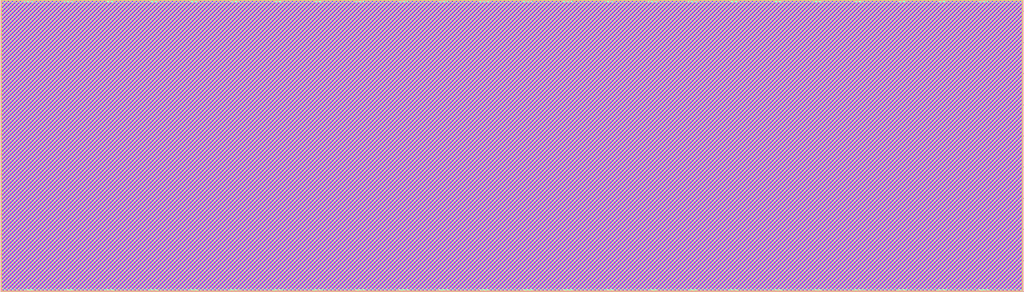
<source format=lef>
VERSION 5.8 ;
BUSBITCHARS "[]" ;

UNITS
  DATABASE MICRONS 1000 ;
END UNITS

MANUFACTURINGGRID 0.001 ;

LAYER NWELL
  TYPE MASTERSLICE ;
END NWELL

LAYER PO
  TYPE MASTERSLICE ;
END PO

LAYER CO
  TYPE CUT ;
END CO

LAYER M1
  TYPE ROUTING ;
  DIRECTION HORIZONTAL ;
  PITCH 0.152 ;
  WIDTH 0.05 ;
  PROPERTY LEF58_WIDTH "WIDTH 0.05 WRONGDIRECTION ;" ;
END M1

LAYER VIA1
  TYPE CUT ;
END VIA1

LAYER M2
  TYPE ROUTING ;
  DIRECTION VERTICAL ;
  PITCH 0.152 ;
  WIDTH 0.056 ;
  PROPERTY LEF58_WIDTH "WIDTH 0.056 WRONGDIRECTION ;" ;
END M2

LAYER VIA2
  TYPE CUT ;
END VIA2

LAYER M3
  TYPE ROUTING ;
  DIRECTION HORIZONTAL ;
  PITCH 0.304 ;
  WIDTH 0.056 ;
  PROPERTY LEF58_WIDTH "WIDTH 0.056 WRONGDIRECTION ;" ;
END M3

LAYER VIA3
  TYPE CUT ;
END VIA3

LAYER M4
  TYPE ROUTING ;
  DIRECTION VERTICAL ;
  PITCH 0.304 ;
  WIDTH 0.056 ;
  PROPERTY LEF58_WIDTH "WIDTH 0.056 WRONGDIRECTION ;" ;
END M4

LAYER VIA4
  TYPE CUT ;
END VIA4

LAYER M5
  TYPE ROUTING ;
  DIRECTION HORIZONTAL ;
  PITCH 0.608 ;
  WIDTH 0.056 ;
  PROPERTY LEF58_WIDTH "WIDTH 0.056 WRONGDIRECTION ;" ;
END M5

LAYER VIA5
  TYPE CUT ;
END VIA5

LAYER M6
  TYPE ROUTING ;
  DIRECTION VERTICAL ;
  PITCH 0.608 ;
  WIDTH 0.056 ;
  PROPERTY LEF58_WIDTH "WIDTH 0.056 WRONGDIRECTION ;" ;
END M6

LAYER VIA6
  TYPE CUT ;
END VIA6

LAYER M7
  TYPE ROUTING ;
  DIRECTION HORIZONTAL ;
  PITCH 1.216 ;
  WIDTH 0.056 ;
  PROPERTY LEF58_WIDTH "WIDTH 0.056 WRONGDIRECTION ;" ;
END M7

LAYER VIA7
  TYPE CUT ;
END VIA7

LAYER M8
  TYPE ROUTING ;
  DIRECTION VERTICAL ;
  PITCH 1.216 ;
  WIDTH 0.056 ;
  PROPERTY LEF58_WIDTH "WIDTH 0.056 WRONGDIRECTION ;" ;
END M8

LAYER VIA8
  TYPE CUT ;
END VIA8

LAYER M9
  TYPE ROUTING ;
  DIRECTION HORIZONTAL ;
  PITCH 2.432 ;
  WIDTH 0.16 ;
  PROPERTY LEF58_WIDTH "WIDTH 0.16 WRONGDIRECTION ;" ;
END M9

LAYER VIARDL
  TYPE CUT ;
END VIARDL

LAYER MRDL
  TYPE ROUTING ;
  DIRECTION VERTICAL ;
  PITCH 4.864 ;
  WIDTH 2 ;
  PROPERTY LEF58_WIDTH "WIDTH 2 WRONGDIRECTION ;" ;
END MRDL

LAYER DNW
  TYPE MASTERSLICE ;
END DNW

LAYER DIFF
  TYPE MASTERSLICE ;
END DIFF

LAYER PIMP
  TYPE MASTERSLICE ;
END PIMP

LAYER NIMP
  TYPE MASTERSLICE ;
END NIMP

LAYER DIFF_18
  TYPE MASTERSLICE ;
END DIFF_18

LAYER PAD
  TYPE MASTERSLICE ;
END PAD

LAYER ESD_25
  TYPE MASTERSLICE ;
END ESD_25

LAYER SBLK
  TYPE MASTERSLICE ;
END SBLK

LAYER HVTIMP
  TYPE MASTERSLICE ;
END HVTIMP

LAYER LVTIMP
  TYPE MASTERSLICE ;
END LVTIMP

LAYER M1PIN
  TYPE MASTERSLICE ;
END M1PIN

LAYER M2PIN
  TYPE MASTERSLICE ;
END M2PIN

LAYER M3PIN
  TYPE MASTERSLICE ;
END M3PIN

LAYER M4PIN
  TYPE MASTERSLICE ;
END M4PIN

LAYER M5PIN
  TYPE MASTERSLICE ;
END M5PIN

LAYER M6PIN
  TYPE MASTERSLICE ;
END M6PIN

LAYER M7PIN
  TYPE MASTERSLICE ;
END M7PIN

LAYER M8PIN
  TYPE MASTERSLICE ;
END M8PIN

LAYER M9PIN
  TYPE MASTERSLICE ;
END M9PIN

LAYER MRDL9PIN
  TYPE MASTERSLICE ;
END MRDL9PIN

LAYER HOTNWL
  TYPE MASTERSLICE ;
END HOTNWL

LAYER DIOD
  TYPE MASTERSLICE ;
END DIOD

LAYER BJTDMY
  TYPE MASTERSLICE ;
END BJTDMY

LAYER RNW
  TYPE MASTERSLICE ;
END RNW

LAYER RMARK
  TYPE MASTERSLICE ;
END RMARK

LAYER prBoundary
  TYPE MASTERSLICE ;
END prBoundary

LAYER LOGO
  TYPE MASTERSLICE ;
END LOGO

LAYER IP
  TYPE MASTERSLICE ;
END IP

LAYER RM1
  TYPE MASTERSLICE ;
END RM1

LAYER RM2
  TYPE MASTERSLICE ;
END RM2

LAYER RM3
  TYPE MASTERSLICE ;
END RM3

LAYER RM4
  TYPE MASTERSLICE ;
END RM4

LAYER RM5
  TYPE MASTERSLICE ;
END RM5

LAYER RM6
  TYPE MASTERSLICE ;
END RM6

LAYER RM7
  TYPE MASTERSLICE ;
END RM7

LAYER RM8
  TYPE MASTERSLICE ;
END RM8

LAYER RM9
  TYPE MASTERSLICE ;
END RM9

LAYER DM1EXCL
  TYPE MASTERSLICE ;
END DM1EXCL

LAYER DM2EXCL
  TYPE MASTERSLICE ;
END DM2EXCL

LAYER DM3EXCL
  TYPE MASTERSLICE ;
END DM3EXCL

LAYER DM4EXCL
  TYPE MASTERSLICE ;
END DM4EXCL

LAYER DM5EXCL
  TYPE MASTERSLICE ;
END DM5EXCL

LAYER DM6EXCL
  TYPE MASTERSLICE ;
END DM6EXCL

LAYER DM7EXCL
  TYPE MASTERSLICE ;
END DM7EXCL

LAYER DM8EXCL
  TYPE MASTERSLICE ;
END DM8EXCL

LAYER DM9EXCL
  TYPE MASTERSLICE ;
END DM9EXCL

LAYER DIFF_25
  TYPE MASTERSLICE ;
END DIFF_25

LAYER DIFF_FM
  TYPE MASTERSLICE ;
END DIFF_FM

LAYER PO_FM
  TYPE MASTERSLICE ;
END PO_FM

LAYER OVERLAP
  TYPE OVERLAP ;
END OVERLAP

VIA VIA12SQ_C
  LAYER M1 ;
    RECT -0.055 -0.03 0.055 0.03 ;
  LAYER VIA1 ;
    RECT -0.025 -0.025 0.025 0.025 ;
  LAYER M2 ;
    RECT -0.03 -0.055 0.03 0.055 ;
END VIA12SQ_C

VIA VIA12BAR1_C
  LAYER M1 ;
    RECT -0.08 -0.03 0.08 0.03 ;
  LAYER VIA1 ;
    RECT -0.05 -0.025 0.05 0.025 ;
  LAYER M2 ;
    RECT -0.055 -0.055 0.055 0.055 ;
END VIA12BAR1_C

VIA VIA12BAR2_C
  LAYER M1 ;
    RECT -0.055 -0.055 0.055 0.055 ;
  LAYER VIA1 ;
    RECT -0.025 -0.05 0.025 0.05 ;
  LAYER M2 ;
    RECT -0.03 -0.08 0.03 0.08 ;
END VIA12BAR2_C

VIA VIA12LG_C
  LAYER M1 ;
    RECT -0.08 -0.055 0.08 0.055 ;
  LAYER VIA1 ;
    RECT -0.05 -0.05 0.05 0.05 ;
  LAYER M2 ;
    RECT -0.08 -0.055 0.08 0.055 ;
END VIA12LG_C

VIA VIA12SQ
  LAYER M1 ;
    RECT -0.055 -0.03 0.055 0.03 ;
  LAYER VIA1 ;
    RECT -0.025 -0.025 0.025 0.025 ;
  LAYER M2 ;
    RECT -0.055 -0.03 0.055 0.03 ;
END VIA12SQ

VIA VIA12BAR1
  LAYER M1 ;
    RECT -0.08 -0.03 0.08 0.03 ;
  LAYER VIA1 ;
    RECT -0.05 -0.025 0.05 0.025 ;
  LAYER M2 ;
    RECT -0.08 -0.03 0.08 0.03 ;
END VIA12BAR1

VIA VIA12BAR2
  LAYER M1 ;
    RECT -0.055 -0.055 0.055 0.055 ;
  LAYER VIA1 ;
    RECT -0.025 -0.05 0.025 0.05 ;
  LAYER M2 ;
    RECT -0.055 -0.055 0.055 0.055 ;
END VIA12BAR2

VIA VIA12LG
  LAYER M1 ;
    RECT -0.08 -0.055 0.08 0.055 ;
  LAYER VIA1 ;
    RECT -0.05 -0.05 0.05 0.05 ;
  LAYER M2 ;
    RECT -0.08 -0.055 0.08 0.055 ;
END VIA12LG

VIA VIA23SQ_C
  LAYER M2 ;
    RECT -0.055 -0.03 0.055 0.03 ;
  LAYER VIA2 ;
    RECT -0.025 -0.025 0.025 0.025 ;
  LAYER M3 ;
    RECT -0.03 -0.055 0.03 0.055 ;
END VIA23SQ_C

VIA VIA23BAR1_C
  LAYER M2 ;
    RECT -0.08 -0.03 0.08 0.03 ;
  LAYER VIA2 ;
    RECT -0.05 -0.025 0.05 0.025 ;
  LAYER M3 ;
    RECT -0.055 -0.055 0.055 0.055 ;
END VIA23BAR1_C

VIA VIA23BAR2_C
  LAYER M2 ;
    RECT -0.055 -0.055 0.055 0.055 ;
  LAYER VIA2 ;
    RECT -0.025 -0.05 0.025 0.05 ;
  LAYER M3 ;
    RECT -0.03 -0.08 0.03 0.08 ;
END VIA23BAR2_C

VIA VIA23LG_C
  LAYER M2 ;
    RECT -0.08 -0.055 0.08 0.055 ;
  LAYER VIA2 ;
    RECT -0.05 -0.05 0.05 0.05 ;
  LAYER M3 ;
    RECT -0.08 -0.055 0.08 0.055 ;
END VIA23LG_C

VIA VIA23SQ
  LAYER M2 ;
    RECT -0.055 -0.03 0.055 0.03 ;
  LAYER VIA2 ;
    RECT -0.025 -0.025 0.025 0.025 ;
  LAYER M3 ;
    RECT -0.055 -0.03 0.055 0.03 ;
END VIA23SQ

VIA VIA23BAR1
  LAYER M2 ;
    RECT -0.08 -0.03 0.08 0.03 ;
  LAYER VIA2 ;
    RECT -0.05 -0.025 0.05 0.025 ;
  LAYER M3 ;
    RECT -0.08 -0.03 0.08 0.03 ;
END VIA23BAR1

VIA VIA23BAR2
  LAYER M2 ;
    RECT -0.055 -0.055 0.055 0.055 ;
  LAYER VIA2 ;
    RECT -0.025 -0.05 0.025 0.05 ;
  LAYER M3 ;
    RECT -0.055 -0.055 0.055 0.055 ;
END VIA23BAR2

VIA VIA23LG
  LAYER M2 ;
    RECT -0.08 -0.055 0.08 0.055 ;
  LAYER VIA2 ;
    RECT -0.05 -0.05 0.05 0.05 ;
  LAYER M3 ;
    RECT -0.08 -0.055 0.08 0.055 ;
END VIA23LG

VIA VIA34SQ_C
  LAYER M3 ;
    RECT -0.055 -0.03 0.055 0.03 ;
  LAYER VIA3 ;
    RECT -0.025 -0.025 0.025 0.025 ;
  LAYER M4 ;
    RECT -0.03 -0.055 0.03 0.055 ;
END VIA34SQ_C

VIA VIA34BAR1_C
  LAYER M3 ;
    RECT -0.08 -0.03 0.08 0.03 ;
  LAYER VIA3 ;
    RECT -0.05 -0.025 0.05 0.025 ;
  LAYER M4 ;
    RECT -0.055 -0.055 0.055 0.055 ;
END VIA34BAR1_C

VIA VIA34BAR2_C
  LAYER M3 ;
    RECT -0.055 -0.055 0.055 0.055 ;
  LAYER VIA3 ;
    RECT -0.025 -0.05 0.025 0.05 ;
  LAYER M4 ;
    RECT -0.03 -0.08 0.03 0.08 ;
END VIA34BAR2_C

VIA VIA34LG_C
  LAYER M3 ;
    RECT -0.08 -0.055 0.08 0.055 ;
  LAYER VIA3 ;
    RECT -0.05 -0.05 0.05 0.05 ;
  LAYER M4 ;
    RECT -0.08 -0.055 0.08 0.055 ;
END VIA34LG_C

VIA VIA34SQ
  LAYER M3 ;
    RECT -0.055 -0.03 0.055 0.03 ;
  LAYER VIA3 ;
    RECT -0.025 -0.025 0.025 0.025 ;
  LAYER M4 ;
    RECT -0.055 -0.03 0.055 0.03 ;
END VIA34SQ

VIA VIA34BAR1
  LAYER M3 ;
    RECT -0.08 -0.03 0.08 0.03 ;
  LAYER VIA3 ;
    RECT -0.05 -0.025 0.05 0.025 ;
  LAYER M4 ;
    RECT -0.08 -0.03 0.08 0.03 ;
END VIA34BAR1

VIA VIA34BAR2
  LAYER M3 ;
    RECT -0.055 -0.055 0.055 0.055 ;
  LAYER VIA3 ;
    RECT -0.025 -0.05 0.025 0.05 ;
  LAYER M4 ;
    RECT -0.055 -0.055 0.055 0.055 ;
END VIA34BAR2

VIA VIA34LG
  LAYER M3 ;
    RECT -0.08 -0.055 0.08 0.055 ;
  LAYER VIA3 ;
    RECT -0.05 -0.05 0.05 0.05 ;
  LAYER M4 ;
    RECT -0.08 -0.055 0.08 0.055 ;
END VIA34LG

VIA VIA45SQ_C
  LAYER M4 ;
    RECT -0.055 -0.03 0.055 0.03 ;
  LAYER VIA4 ;
    RECT -0.025 -0.025 0.025 0.025 ;
  LAYER M5 ;
    RECT -0.03 -0.055 0.03 0.055 ;
END VIA45SQ_C

VIA VIA45BAR1_C
  LAYER M4 ;
    RECT -0.08 -0.03 0.08 0.03 ;
  LAYER VIA4 ;
    RECT -0.05 -0.025 0.05 0.025 ;
  LAYER M5 ;
    RECT -0.055 -0.055 0.055 0.055 ;
END VIA45BAR1_C

VIA VIA45BAR2_C
  LAYER M4 ;
    RECT -0.055 -0.055 0.055 0.055 ;
  LAYER VIA4 ;
    RECT -0.025 -0.05 0.025 0.05 ;
  LAYER M5 ;
    RECT -0.03 -0.08 0.03 0.08 ;
END VIA45BAR2_C

VIA VIA45LG_C
  LAYER M4 ;
    RECT -0.08 -0.055 0.08 0.055 ;
  LAYER VIA4 ;
    RECT -0.05 -0.05 0.05 0.05 ;
  LAYER M5 ;
    RECT -0.08 -0.055 0.08 0.055 ;
END VIA45LG_C

VIA VIA45SQ
  LAYER M4 ;
    RECT -0.055 -0.03 0.055 0.03 ;
  LAYER VIA4 ;
    RECT -0.025 -0.025 0.025 0.025 ;
  LAYER M5 ;
    RECT -0.055 -0.03 0.055 0.03 ;
END VIA45SQ

VIA VIA45BAR1
  LAYER M4 ;
    RECT -0.08 -0.03 0.08 0.03 ;
  LAYER VIA4 ;
    RECT -0.05 -0.025 0.05 0.025 ;
  LAYER M5 ;
    RECT -0.08 -0.03 0.08 0.03 ;
END VIA45BAR1

VIA VIA45BAR2
  LAYER M4 ;
    RECT -0.055 -0.055 0.055 0.055 ;
  LAYER VIA4 ;
    RECT -0.025 -0.05 0.025 0.05 ;
  LAYER M5 ;
    RECT -0.055 -0.055 0.055 0.055 ;
END VIA45BAR2

VIA VIA45LG
  LAYER M4 ;
    RECT -0.08 -0.055 0.08 0.055 ;
  LAYER VIA4 ;
    RECT -0.05 -0.05 0.05 0.05 ;
  LAYER M5 ;
    RECT -0.08 -0.055 0.08 0.055 ;
END VIA45LG

VIA VIA56SQ_C
  LAYER M5 ;
    RECT -0.055 -0.03 0.055 0.03 ;
  LAYER VIA5 ;
    RECT -0.025 -0.025 0.025 0.025 ;
  LAYER M6 ;
    RECT -0.03 -0.055 0.03 0.055 ;
END VIA56SQ_C

VIA VIA56BAR1_C
  LAYER M5 ;
    RECT -0.08 -0.03 0.08 0.03 ;
  LAYER VIA5 ;
    RECT -0.05 -0.025 0.05 0.025 ;
  LAYER M6 ;
    RECT -0.055 -0.055 0.055 0.055 ;
END VIA56BAR1_C

VIA VIA56BAR2_C
  LAYER M5 ;
    RECT -0.055 -0.055 0.055 0.055 ;
  LAYER VIA5 ;
    RECT -0.025 -0.05 0.025 0.05 ;
  LAYER M6 ;
    RECT -0.03 -0.08 0.03 0.08 ;
END VIA56BAR2_C

VIA VIA56LG_C
  LAYER M5 ;
    RECT -0.08 -0.055 0.08 0.055 ;
  LAYER VIA5 ;
    RECT -0.05 -0.05 0.05 0.05 ;
  LAYER M6 ;
    RECT -0.08 -0.055 0.08 0.055 ;
END VIA56LG_C

VIA VIA56SQ
  LAYER M5 ;
    RECT -0.055 -0.03 0.055 0.03 ;
  LAYER VIA5 ;
    RECT -0.025 -0.025 0.025 0.025 ;
  LAYER M6 ;
    RECT -0.055 -0.03 0.055 0.03 ;
END VIA56SQ

VIA VIA56BAR1
  LAYER M5 ;
    RECT -0.08 -0.03 0.08 0.03 ;
  LAYER VIA5 ;
    RECT -0.05 -0.025 0.05 0.025 ;
  LAYER M6 ;
    RECT -0.08 -0.03 0.08 0.03 ;
END VIA56BAR1

VIA VIA56BAR2
  LAYER M5 ;
    RECT -0.055 -0.055 0.055 0.055 ;
  LAYER VIA5 ;
    RECT -0.025 -0.05 0.025 0.05 ;
  LAYER M6 ;
    RECT -0.055 -0.055 0.055 0.055 ;
END VIA56BAR2

VIA VIA56LG
  LAYER M5 ;
    RECT -0.08 -0.055 0.08 0.055 ;
  LAYER VIA5 ;
    RECT -0.05 -0.05 0.05 0.05 ;
  LAYER M6 ;
    RECT -0.08 -0.055 0.08 0.055 ;
END VIA56LG

VIA VIA67SQ_C
  LAYER M6 ;
    RECT -0.055 -0.03 0.055 0.03 ;
  LAYER VIA6 ;
    RECT -0.025 -0.025 0.025 0.025 ;
  LAYER M7 ;
    RECT -0.03 -0.055 0.03 0.055 ;
END VIA67SQ_C

VIA VIA67BAR1_C
  LAYER M6 ;
    RECT -0.08 -0.03 0.08 0.03 ;
  LAYER VIA6 ;
    RECT -0.05 -0.025 0.05 0.025 ;
  LAYER M7 ;
    RECT -0.055 -0.055 0.055 0.055 ;
END VIA67BAR1_C

VIA VIA67BAR2_C
  LAYER M6 ;
    RECT -0.055 -0.055 0.055 0.055 ;
  LAYER VIA6 ;
    RECT -0.025 -0.05 0.025 0.05 ;
  LAYER M7 ;
    RECT -0.03 -0.08 0.03 0.08 ;
END VIA67BAR2_C

VIA VIA67LG_C
  LAYER M6 ;
    RECT -0.08 -0.055 0.08 0.055 ;
  LAYER VIA6 ;
    RECT -0.05 -0.05 0.05 0.05 ;
  LAYER M7 ;
    RECT -0.08 -0.055 0.08 0.055 ;
END VIA67LG_C

VIA VIA67SQ
  LAYER M6 ;
    RECT -0.055 -0.03 0.055 0.03 ;
  LAYER VIA6 ;
    RECT -0.025 -0.025 0.025 0.025 ;
  LAYER M7 ;
    RECT -0.055 -0.03 0.055 0.03 ;
END VIA67SQ

VIA VIA67BAR1
  LAYER M6 ;
    RECT -0.08 -0.03 0.08 0.03 ;
  LAYER VIA6 ;
    RECT -0.05 -0.025 0.05 0.025 ;
  LAYER M7 ;
    RECT -0.08 -0.03 0.08 0.03 ;
END VIA67BAR1

VIA VIA67BAR2
  LAYER M6 ;
    RECT -0.055 -0.055 0.055 0.055 ;
  LAYER VIA6 ;
    RECT -0.025 -0.05 0.025 0.05 ;
  LAYER M7 ;
    RECT -0.055 -0.055 0.055 0.055 ;
END VIA67BAR2

VIA VIA67LG
  LAYER M6 ;
    RECT -0.08 -0.055 0.08 0.055 ;
  LAYER VIA6 ;
    RECT -0.05 -0.05 0.05 0.05 ;
  LAYER M7 ;
    RECT -0.08 -0.055 0.08 0.055 ;
END VIA67LG

VIA VIA78SQ_C
  LAYER M7 ;
    RECT -0.055 -0.03 0.055 0.03 ;
  LAYER VIA7 ;
    RECT -0.025 -0.025 0.025 0.025 ;
  LAYER M8 ;
    RECT -0.03 -0.055 0.03 0.055 ;
END VIA78SQ_C

VIA VIA78BAR1_C
  LAYER M7 ;
    RECT -0.08 -0.03 0.08 0.03 ;
  LAYER VIA7 ;
    RECT -0.05 -0.025 0.05 0.025 ;
  LAYER M8 ;
    RECT -0.055 -0.055 0.055 0.055 ;
END VIA78BAR1_C

VIA VIA78BAR2_C
  LAYER M7 ;
    RECT -0.055 -0.055 0.055 0.055 ;
  LAYER VIA7 ;
    RECT -0.025 -0.05 0.025 0.05 ;
  LAYER M8 ;
    RECT -0.03 -0.08 0.03 0.08 ;
END VIA78BAR2_C

VIA VIA78LG_C
  LAYER M7 ;
    RECT -0.08 -0.055 0.08 0.055 ;
  LAYER VIA7 ;
    RECT -0.05 -0.05 0.05 0.05 ;
  LAYER M8 ;
    RECT -0.08 -0.055 0.08 0.055 ;
END VIA78LG_C

VIA VIA78SQ
  LAYER M7 ;
    RECT -0.055 -0.03 0.055 0.03 ;
  LAYER VIA7 ;
    RECT -0.025 -0.025 0.025 0.025 ;
  LAYER M8 ;
    RECT -0.055 -0.03 0.055 0.03 ;
END VIA78SQ

VIA VIA78BAR1
  LAYER M7 ;
    RECT -0.08 -0.03 0.08 0.03 ;
  LAYER VIA7 ;
    RECT -0.05 -0.025 0.05 0.025 ;
  LAYER M8 ;
    RECT -0.08 -0.03 0.08 0.03 ;
END VIA78BAR1

VIA VIA78BAR2
  LAYER M7 ;
    RECT -0.055 -0.055 0.055 0.055 ;
  LAYER VIA7 ;
    RECT -0.025 -0.05 0.025 0.05 ;
  LAYER M8 ;
    RECT -0.055 -0.055 0.055 0.055 ;
END VIA78BAR2

VIA VIA78LG
  LAYER M7 ;
    RECT -0.08 -0.055 0.08 0.055 ;
  LAYER VIA7 ;
    RECT -0.05 -0.05 0.05 0.05 ;
  LAYER M8 ;
    RECT -0.08 -0.055 0.08 0.055 ;
END VIA78LG

VIA VIA89_C
  LAYER M8 ;
    RECT -0.095 -0.08 0.095 0.08 ;
  LAYER VIA8 ;
    RECT -0.065 -0.065 0.065 0.065 ;
  LAYER M9 ;
    RECT -0.08 -0.095 0.08 0.095 ;
END VIA89_C

VIA VIA89
  LAYER M8 ;
    RECT -0.095 -0.08 0.095 0.08 ;
  LAYER VIA8 ;
    RECT -0.065 -0.065 0.065 0.065 ;
  LAYER M9 ;
    RECT -0.095 -0.08 0.095 0.08 ;
END VIA89

VIA VIA9RDL
  LAYER M9 ;
    RECT -1.5 -1.5 1.5 1.5 ;
  LAYER VIARDL ;
    RECT -1 -1 1 1 ;
  LAYER MRDL ;
    RECT -1.5 -1.5 1.5 1.5 ;
END VIA9RDL

SITE unit
  CLASS CORE ;
  SYMMETRY Y ;
  SIZE 0.152 BY 1.672 ;
END unit

MACRO bit_top
  CLASS BLOCK ;
  ORIGIN 0 0 ;
  SIZE 1638.912 BY 468.816 ;
  SYMMETRY X Y ;
  PIN hclk
    DIRECTION INPUT ;
    USE CLOCK ;
    PORT
      LAYER M2 ;
        RECT 807.876 468.76 807.932 468.816 ;
    END
  END hclk
  PIN lclk
    DIRECTION INPUT ;
    USE CLOCK ;
    PORT
      LAYER M2 ;
        RECT 810.916 468.76 810.972 468.816 ;
    END
  END lclk
  PIN reset
    DIRECTION INPUT ;
    USE SIGNAL ;
    PORT
      LAYER M2 ;
        RECT 811.524 468.76 811.58 468.816 ;
    END
  END reset
  PIN data_in_serial
    DIRECTION INPUT ;
    USE SIGNAL ;
    PORT
      LAYER M2 ;
        RECT 508.588 468.76 508.644 468.816 ;
    END
  END data_in_serial
  PIN data_valid
    DIRECTION INPUT ;
    USE SIGNAL ;
    PORT
      LAYER M2 ;
        RECT 807.572 468.76 807.628 468.816 ;
    END
  END data_valid
  PIN memory_sleep
    DIRECTION INPUT ;
    USE SIGNAL ;
    PORT
      LAYER M2 ;
        RECT 802.86 468.76 802.916 468.816 ;
    END
  END memory_sleep
  PIN shut_down_signals[1]
    DIRECTION INPUT ;
    USE SIGNAL ;
    PORT
      LAYER M2 ;
        RECT 613.62 468.76 613.676 468.816 ;
    END
  END shut_down_signals[1]
  PIN shut_down_signals[0]
    DIRECTION INPUT ;
    USE SIGNAL ;
    PORT
      LAYER M2 ;
        RECT 1005.628 468.76 1005.684 468.816 ;
    END
  END shut_down_signals[0]
  PIN isolation_signals[1]
    DIRECTION INPUT ;
    USE SIGNAL ;
    PORT
      LAYER M2 ;
        RECT 808.484 468.76 808.54 468.816 ;
    END
  END isolation_signals[1]
  PIN isolation_signals[0]
    DIRECTION INPUT ;
    USE SIGNAL ;
    PORT
      LAYER M2 ;
        RECT 808.18 468.76 808.236 468.816 ;
    END
  END isolation_signals[0]
  PIN retention_signals[1]
    DIRECTION INPUT ;
    USE SIGNAL ;
    PORT
      LAYER M2 ;
        RECT 811.22 468.76 811.276 468.816 ;
    END
  END retention_signals[1]
  PIN retention_signals[0]
    DIRECTION INPUT ;
    USE SIGNAL ;
    PORT
      LAYER M2 ;
        RECT 810.612 468.76 810.668 468.816 ;
    END
  END retention_signals[0]
  PIN scan_enable
    DIRECTION INPUT ;
    USE SIGNAL ;
    PORT
      LAYER M2 ;
        RECT 776.108 468.76 776.164 468.816 ;
    END
  END scan_enable
  PIN sipo_scan_in
    DIRECTION INPUT ;
    USE SIGNAL ;
    PORT
      LAYER M2 ;
        RECT 722.604 468.76 722.66 468.816 ;
    END
  END sipo_scan_in
  PIN piso_scan_in
    DIRECTION INPUT ;
    USE SIGNAL ;
    PORT
      LAYER M2 ;
        RECT 923.244 468.76 923.3 468.816 ;
    END
  END piso_scan_in
  PIN hv_scan_in
    DIRECTION INPUT ;
    USE SIGNAL ;
    PORT
      LAYER M2 ;
        RECT 321.324 468.76 321.38 468.816 ;
    END
  END hv_scan_in
  PIN lv_scan_in
    DIRECTION INPUT ;
    USE SIGNAL ;
    PORT
      LAYER M2 ;
        RECT 695.852 468.76 695.908 468.816 ;
    END
  END lv_scan_in
  PIN sipo_scan_out
    DIRECTION OUTPUT ;
    USE SIGNAL ;
    PORT
      LAYER M2 ;
        RECT 898.468 468.76 898.524 468.816 ;
    END
  END sipo_scan_out
  PIN piso_scan_out
    DIRECTION OUTPUT ;
    USE SIGNAL ;
    PORT
      LAYER M2 ;
        RECT 785.684 468.76 785.74 468.816 ;
    END
  END piso_scan_out
  PIN hv_scan_out
    DIRECTION OUTPUT ;
    USE SIGNAL ;
    PORT
      LAYER M2 ;
        RECT 650.556 468.76 650.612 468.816 ;
    END
  END hv_scan_out
  PIN lv_scan_out
    DIRECTION OUTPUT ;
    USE SIGNAL ;
    PORT
      LAYER M2 ;
        RECT 11.548 468.76 11.604 468.816 ;
    END
  END lv_scan_out
  PIN sout[1]
    DIRECTION OUTPUT ;
    USE SIGNAL ;
    PORT
      LAYER M2 ;
        RECT 611.036 468.76 611.092 468.816 ;
    END
  END sout[1]
  PIN sout[0]
    DIRECTION OUTPUT ;
    USE SIGNAL ;
    PORT
      LAYER M2 ;
        RECT 544.916 468.76 544.972 468.816 ;
    END
  END sout[0]
  PIN memory_address[3]
    DIRECTION OUTPUT ;
    USE SIGNAL ;
    PORT
      LAYER M2 ;
        RECT 350.508 468.76 350.564 468.816 ;
    END
  END memory_address[3]
  PIN memory_address[2]
    DIRECTION OUTPUT ;
    USE SIGNAL ;
    PORT
      LAYER M2 ;
        RECT 219.332 468.76 219.388 468.816 ;
    END
  END memory_address[2]
  PIN memory_address[1]
    DIRECTION OUTPUT ;
    USE SIGNAL ;
    PORT
      LAYER M2 ;
        RECT 534.124 468.76 534.18 468.816 ;
    END
  END memory_address[1]
  PIN memory_address[0]
    DIRECTION OUTPUT ;
    USE SIGNAL ;
    PORT
      LAYER M2 ;
        RECT 1197.908 468.76 1197.964 468.816 ;
    END
  END memory_address[0]
  PIN memory_ack
    DIRECTION OUTPUT ;
    USE SIGNAL ;
    PORT
      LAYER M2 ;
        RECT 1487.62 468.76 1487.676 468.816 ;
    END
  END memory_ack
  PIN PG_ack_signals[3]
    DIRECTION OUTPUT ;
    USE SIGNAL ;
    PORT
      LAYER M2 ;
        RECT 77.516 468.76 77.572 468.816 ;
    END
  END PG_ack_signals[3]
  PIN PG_ack_signals[2]
    DIRECTION OUTPUT ;
    USE SIGNAL ;
    PORT
      LAYER M2 ;
        RECT 26.444 468.76 26.5 468.816 ;
    END
  END PG_ack_signals[2]
  PIN PG_ack_signals[1]
    DIRECTION OUTPUT ;
    USE SIGNAL ;
    PORT
      LAYER M2 ;
        RECT 1438.22 468.76 1438.276 468.816 ;
    END
  END PG_ack_signals[1]
  PIN PG_ack_signals[0]
    DIRECTION OUTPUT ;
    USE SIGNAL ;
    PORT
      LAYER M2 ;
        RECT 1302.18 468.76 1302.236 468.816 ;
    END
  END PG_ack_signals[0]
  PIN VDDH
    DIRECTION INPUT ;
    USE POWER ;
    PORT
      LAYER M8 ;
        RECT 38.5 0 41.5 3 ;
        RECT 102.5 0 105.5 3 ;
        RECT 168.5 0 171.5 3 ;
        RECT 238.5 0 241.5 3 ;
        RECT 302.5 0 305.5 3 ;
        RECT 368.5 0 371.5 3 ;
        RECT 438.5 0 441.5 3 ;
        RECT 502.5 0 505.5 3 ;
        RECT 568.5 0 571.5 3 ;
        RECT 638.5 0 641.5 3 ;
        RECT 702.5 0 705.5 3 ;
        RECT 768.5 0 771.5 3 ;
        RECT 838.5 0 841.5 3 ;
        RECT 902.5 0 905.5 3 ;
        RECT 968.5 0 971.5 3 ;
        RECT 1038.5 0 1041.5 3 ;
        RECT 1102.5 0 1105.5 3 ;
        RECT 1168.5 0 1171.5 3 ;
        RECT 1238.5 0 1241.5 3 ;
        RECT 1302.5 0 1305.5 3 ;
        RECT 1368.5 0 1371.5 3 ;
        RECT 1438.5 0 1441.5 3 ;
        RECT 1502.5 0 1505.5 3 ;
        RECT 1568.5 0 1571.5 3 ;
        RECT 38.5 465.816 41.5 468.816 ;
        RECT 102.5 465.816 105.5 468.816 ;
        RECT 168.5 465.816 171.5 468.816 ;
        RECT 238.5 465.816 241.5 468.816 ;
        RECT 302.5 465.816 305.5 468.816 ;
        RECT 368.5 465.816 371.5 468.816 ;
        RECT 438.5 465.816 441.5 468.816 ;
        RECT 502.5 465.816 505.5 468.816 ;
        RECT 568.5 465.816 571.5 468.816 ;
        RECT 638.5 465.816 641.5 468.816 ;
        RECT 702.5 465.816 705.5 468.816 ;
        RECT 768.5 465.816 771.5 468.816 ;
        RECT 838.5 465.816 841.5 468.816 ;
        RECT 902.5 465.816 905.5 468.816 ;
        RECT 968.5 465.816 971.5 468.816 ;
        RECT 1038.5 465.816 1041.5 468.816 ;
        RECT 1102.5 465.816 1105.5 468.816 ;
        RECT 1168.5 465.816 1171.5 468.816 ;
        RECT 1238.5 465.816 1241.5 468.816 ;
        RECT 1302.5 465.816 1305.5 468.816 ;
        RECT 1368.5 465.816 1371.5 468.816 ;
        RECT 1438.5 465.816 1441.5 468.816 ;
        RECT 1502.5 465.816 1505.5 468.816 ;
        RECT 1568.5 465.816 1571.5 468.816 ;
    END
  END VDDH
  PIN VDDL
    DIRECTION INPUT ;
    USE POWER ;
    PORT
      LAYER M8 ;
        RECT 48.5 0 51.5 3 ;
        RECT 112.5 0 115.5 3 ;
        RECT 178.5 0 181.5 3 ;
        RECT 248.5 0 251.5 3 ;
        RECT 312.5 0 315.5 3 ;
        RECT 378.5 0 381.5 3 ;
        RECT 448.5 0 451.5 3 ;
        RECT 512.5 0 515.5 3 ;
        RECT 578.5 0 581.5 3 ;
        RECT 648.5 0 651.5 3 ;
        RECT 712.5 0 715.5 3 ;
        RECT 778.5 0 781.5 3 ;
        RECT 848.5 0 851.5 3 ;
        RECT 912.5 0 915.5 3 ;
        RECT 978.5 0 981.5 3 ;
        RECT 1048.5 0 1051.5 3 ;
        RECT 1112.5 0 1115.5 3 ;
        RECT 1178.5 0 1181.5 3 ;
        RECT 1248.5 0 1251.5 3 ;
        RECT 1312.5 0 1315.5 3 ;
        RECT 1378.5 0 1381.5 3 ;
        RECT 1448.5 0 1451.5 3 ;
        RECT 1512.5 0 1515.5 3 ;
        RECT 1578.5 0 1581.5 3 ;
        RECT 48.5 465.816 51.5 468.816 ;
        RECT 112.5 465.816 115.5 468.816 ;
        RECT 178.5 465.816 181.5 468.816 ;
        RECT 248.5 465.816 251.5 468.816 ;
        RECT 312.5 465.816 315.5 468.816 ;
        RECT 378.5 465.816 381.5 468.816 ;
        RECT 448.5 465.816 451.5 468.816 ;
        RECT 512.5 465.816 515.5 468.816 ;
        RECT 578.5 465.816 581.5 468.816 ;
        RECT 648.5 465.816 651.5 468.816 ;
        RECT 712.5 465.816 715.5 468.816 ;
        RECT 778.5 465.816 781.5 468.816 ;
        RECT 848.5 465.816 851.5 468.816 ;
        RECT 912.5 465.816 915.5 468.816 ;
        RECT 978.5 465.816 981.5 468.816 ;
        RECT 1048.5 465.816 1051.5 468.816 ;
        RECT 1112.5 465.816 1115.5 468.816 ;
        RECT 1178.5 465.816 1181.5 468.816 ;
        RECT 1248.5 465.816 1251.5 468.816 ;
        RECT 1312.5 465.816 1315.5 468.816 ;
        RECT 1378.5 465.816 1381.5 468.816 ;
        RECT 1448.5 465.816 1451.5 468.816 ;
        RECT 1512.5 465.816 1515.5 468.816 ;
        RECT 1578.5 465.816 1581.5 468.816 ;
    END
  END VDDL
  PIN VSS
    DIRECTION INPUT ;
    USE GROUND ;
    PORT
      LAYER M8 ;
        RECT 43.5 0 46.5 3 ;
        RECT 107.5 0 110.5 3 ;
        RECT 173.5 0 176.5 3 ;
        RECT 243.5 0 246.5 3 ;
        RECT 307.5 0 310.5 3 ;
        RECT 373.5 0 376.5 3 ;
        RECT 443.5 0 446.5 3 ;
        RECT 507.5 0 510.5 3 ;
        RECT 573.5 0 576.5 3 ;
        RECT 643.5 0 646.5 3 ;
        RECT 707.5 0 710.5 3 ;
        RECT 773.5 0 776.5 3 ;
        RECT 843.5 0 846.5 3 ;
        RECT 907.5 0 910.5 3 ;
        RECT 973.5 0 976.5 3 ;
        RECT 1043.5 0 1046.5 3 ;
        RECT 1107.5 0 1110.5 3 ;
        RECT 1173.5 0 1176.5 3 ;
        RECT 1243.5 0 1246.5 3 ;
        RECT 1307.5 0 1310.5 3 ;
        RECT 1373.5 0 1376.5 3 ;
        RECT 1443.5 0 1446.5 3 ;
        RECT 1507.5 0 1510.5 3 ;
        RECT 1573.5 0 1576.5 3 ;
        RECT 43.5 465.816 46.5 468.816 ;
        RECT 107.5 465.816 110.5 468.816 ;
        RECT 173.5 465.816 176.5 468.816 ;
        RECT 243.5 465.816 246.5 468.816 ;
        RECT 307.5 465.816 310.5 468.816 ;
        RECT 373.5 465.816 376.5 468.816 ;
        RECT 443.5 465.816 446.5 468.816 ;
        RECT 507.5 465.816 510.5 468.816 ;
        RECT 573.5 465.816 576.5 468.816 ;
        RECT 643.5 465.816 646.5 468.816 ;
        RECT 707.5 465.816 710.5 468.816 ;
        RECT 773.5 465.816 776.5 468.816 ;
        RECT 843.5 465.816 846.5 468.816 ;
        RECT 907.5 465.816 910.5 468.816 ;
        RECT 973.5 465.816 976.5 468.816 ;
        RECT 1043.5 465.816 1046.5 468.816 ;
        RECT 1107.5 465.816 1110.5 468.816 ;
        RECT 1173.5 465.816 1176.5 468.816 ;
        RECT 1243.5 465.816 1246.5 468.816 ;
        RECT 1307.5 465.816 1310.5 468.816 ;
        RECT 1373.5 465.816 1376.5 468.816 ;
        RECT 1443.5 465.816 1446.5 468.816 ;
        RECT 1507.5 465.816 1510.5 468.816 ;
        RECT 1573.5 465.816 1576.5 468.816 ;
    END
  END VSS
  PIN piso_sw_out
    DIRECTION OUTPUT ;
    USE POWER ;
  END piso_sw_out
  PIN sipo_sw_out
    DIRECTION OUTPUT ;
    USE POWER ;
  END sipo_sw_out
  PIN VDDM
    DIRECTION OUTPUT ;
    USE POWER ;
  END VDDM
  OBS
    LAYER M2 ;
      RECT 611.792 467.816 612.92 468.116 ;
      RECT 809.24 467.816 809.912 468.116 ;
      RECT 812.28 465.116 897.768 468.116 ;
      RECT 0.7 0.7 1638.212 468.06 ;
      RECT 899.224 465.116 922.544 468.116 ;
      RECT 924 465.116 1004.928 468.116 ;
      RECT 1006.384 465.116 1197.208 468.116 ;
      RECT 1198.664 465.116 1301.48 468.116 ;
      RECT 1302.936 465.116 1437.52 468.116 ;
      RECT 1438.976 465.116 1486.92 468.116 ;
      RECT 1488.376 465.116 1638.212 468.116 ;
      RECT 0.7 465.116 10.848 468.116 ;
      RECT 12.304 465.116 25.744 468.116 ;
      RECT 27.2 465.116 76.816 468.116 ;
      RECT 78.272 465.116 218.632 468.116 ;
      RECT 220.088 465.116 320.624 468.116 ;
      RECT 322.08 465.116 349.808 468.116 ;
      RECT 351.264 465.116 507.888 468.116 ;
      RECT 509.344 465.116 533.424 468.116 ;
      RECT 534.88 465.116 544.216 468.116 ;
      RECT 545.672 465.116 610.336 468.116 ;
      RECT 614.376 465.116 649.856 468.116 ;
      RECT 651.312 465.116 695.152 468.116 ;
      RECT 696.608 465.116 721.904 468.116 ;
      RECT 723.36 465.116 775.408 468.116 ;
      RECT 776.864 465.116 784.984 468.116 ;
      RECT 786.44 465.116 802.16 468.116 ;
      RECT 803.616 465.116 806.872 468.116 ;
      POLYGON 1335.678 468.695 1335.678 468.585 1335.676 468.585 1335.676 468.116 1437.52 468.116 1437.52 468.06 1438.976 468.06 1438.976 468.116 1486.92 468.116 1486.92 468.06 1488.376 468.06 1488.376 468.116 1638.212 468.116 1638.212 0.7 1613.838 0.7 1613.838 0.577 1613.778 0.577 1613.778 0.7 1612.164 0.7 1612.164 0.403 1612.166 0.403 1612.166 0.273 1612.106 0.273 1612.106 0.403 1612.108 0.403 1612.108 0.7 1204.196 0.7 1204.196 0.403 1204.198 0.403 1204.198 0.273 1204.138 0.273 1204.138 0.403 1204.14 0.403 1204.14 0.7 1173.038 0.7 1173.038 0.577 1172.978 0.577 1172.978 0.7 806.564 0.7 806.564 0.251 806.566 0.251 806.566 0.121 806.506 0.121 806.506 0.251 806.508 0.251 806.508 0.7 694.996 0.7 694.996 0.555 694.998 0.555 694.998 0.425 694.938 0.425 694.938 0.555 694.94 0.555 694.94 0.7 612.31 0.7 612.31 0.577 612.25 0.577 612.25 0.7 49.452 0.7 49.452 0.555 49.454 0.555 49.454 0.425 49.394 0.425 49.394 0.555 49.396 0.555 49.396 0.7 6.742 0.7 6.742 0.577 6.682 0.577 6.682 0.7 5.068 0.7 5.068 0.403 5.07 0.403 5.07 0.273 5.01 0.273 5.01 0.403 5.012 0.403 5.012 0.7 4.004 0.7 4.004 0.251 4.006 0.251 4.006 0.121 3.946 0.121 3.946 0.251 3.948 0.251 3.948 0.7 0.7 0.7 0.7 468.116 10.848 468.116 10.848 468.06 12.304 468.06 12.304 468.116 25.744 468.116 25.744 468.06 27.2 468.06 27.2 468.116 76.816 468.116 76.816 468.06 78.272 468.06 78.272 468.116 218.632 468.116 218.632 468.06 220.088 468.06 220.088 468.116 320.624 468.116 320.624 468.06 322.08 468.06 322.08 468.116 349.808 468.116 349.808 468.06 351.264 468.06 351.264 468.116 507.888 468.116 507.888 468.06 509.344 468.06 509.344 468.116 533.424 468.116 533.424 468.06 534.88 468.06 534.88 468.116 544.216 468.116 544.216 468.06 545.672 468.06 545.672 468.116 610.336 468.116 610.336 468.06 611.792 468.06 611.792 468.116 612.92 468.116 612.92 468.06 614.376 468.06 614.376 468.116 649.856 468.116 649.856 468.06 651.312 468.06 651.312 468.116 695.152 468.116 695.152 468.06 696.608 468.06 696.608 468.116 721.904 468.116 721.904 468.06 723.36 468.06 723.36 468.116 775.408 468.116 775.408 468.06 776.864 468.06 776.864 468.116 784.984 468.116 784.984 468.06 786.44 468.06 786.44 468.116 802.16 468.116 802.16 468.06 803.616 468.06 803.616 468.116 806.872 468.116 806.872 468.06 809.24 468.06 809.24 468.116 809.912 468.116 809.912 468.06 811.068 468.06 811.068 468.565 811.066 468.565 811.066 468.695 811.126 468.695 811.126 468.565 811.124 468.565 811.124 468.06 812.28 468.06 812.28 468.116 897.768 468.116 897.768 468.06 899.224 468.06 899.224 468.116 922.544 468.116 922.544 468.06 924 468.06 924 468.116 1004.928 468.116 1004.928 468.06 1006.384 468.06 1006.384 468.116 1197.208 468.116 1197.208 468.06 1198.664 468.06 1198.664 468.116 1301.48 468.116 1301.48 468.06 1302.936 468.06 1302.936 468.116 1335.62 468.116 1335.62 468.585 1335.618 468.585 1335.618 468.695 ;
      POLYGON 0.206 342.383 0.206 342.253 0.204 342.253 0.204 181.587 0.206 181.587 0.206 181.457 0.146 181.457 0.146 181.587 0.148 181.587 0.148 342.253 0.146 342.253 0.146 342.383 ;
      POLYGON 0.51 337.671 0.51 337.561 0.508 337.561 0.508 180.503 0.51 180.503 0.51 180.393 0.45 180.393 0.45 180.503 0.452 180.503 0.452 337.561 0.45 337.561 0.45 337.671 ;
      POLYGON 0.662 272.007 0.662 271.897 0.66 271.897 0.66 267.143 0.662 267.143 0.662 267.033 0.602 267.033 0.602 267.143 0.604 267.143 0.604 271.897 0.602 271.897 0.602 272.007 ;
      POLYGON 0.662 163.479 0.662 163.349 0.66 163.349 0.66 1.923 0.662 1.923 0.662 1.793 0.602 1.793 0.602 1.923 0.604 1.923 0.604 163.349 0.602 163.349 0.602 163.479 ;
      POLYGON 0.51 157.399 0.51 157.289 0.508 157.289 0.508 3.139 0.51 3.139 0.51 3.009 0.45 3.009 0.45 3.139 0.452 3.139 0.452 157.289 0.45 157.289 0.45 157.399 ;
      POLYGON 0.206 148.735 0.206 148.605 0.204 148.605 0.204 0.251 0.206 0.251 0.206 0.121 0.146 0.121 0.146 0.251 0.148 0.251 0.148 148.605 0.146 148.605 0.146 148.735 ;
      RECT 0.45 2.396 0.51 2.663 ;
    LAYER M8 ;
      RECT 1242.2 465.116 1242.8 468.116 ;
      RECT 1247.2 465.116 1247.8 468.116 ;
      RECT 1306.2 465.116 1306.8 468.116 ;
      RECT 1311.2 465.116 1311.8 468.116 ;
      RECT 1372.2 465.116 1372.8 468.116 ;
      RECT 1377.2 465.116 1377.8 468.116 ;
      RECT 1442.2 465.116 1442.8 468.116 ;
      RECT 1447.2 465.116 1447.8 468.116 ;
      RECT 1506.2 465.116 1506.8 468.116 ;
      RECT 1511.2 465.116 1511.8 468.116 ;
      RECT 1572.2 465.116 1572.8 468.116 ;
      RECT 1577.2 465.116 1577.8 468.116 ;
      RECT 842.2 465.116 842.8 468.116 ;
      RECT 847.2 465.116 847.8 468.116 ;
      RECT 906.2 465.116 906.8 468.116 ;
      RECT 911.2 465.116 911.8 468.116 ;
      RECT 972.2 465.116 972.8 468.116 ;
      RECT 977.2 465.116 977.8 468.116 ;
      RECT 1042.2 465.116 1042.8 468.116 ;
      RECT 1047.2 465.116 1047.8 468.116 ;
      RECT 1106.2 465.116 1106.8 468.116 ;
      RECT 1111.2 465.116 1111.8 468.116 ;
      RECT 1172.2 465.116 1172.8 468.116 ;
      RECT 1177.2 465.116 1177.8 468.116 ;
      RECT 442.2 465.116 442.8 468.116 ;
      RECT 447.2 465.116 447.8 468.116 ;
      RECT 506.2 465.116 506.8 468.116 ;
      RECT 511.2 465.116 511.8 468.116 ;
      RECT 572.2 465.116 572.8 468.116 ;
      RECT 577.2 465.116 577.8 468.116 ;
      RECT 642.2 465.116 642.8 468.116 ;
      RECT 647.2 465.116 647.8 468.116 ;
      RECT 706.2 465.116 706.8 468.116 ;
      RECT 711.2 465.116 711.8 468.116 ;
      RECT 772.2 465.116 772.8 468.116 ;
      RECT 777.2 465.116 777.8 468.116 ;
      RECT 42.2 465.116 42.8 468.116 ;
      RECT 47.2 465.116 47.8 468.116 ;
      RECT 106.2 465.116 106.8 468.116 ;
      RECT 111.2 465.116 111.8 468.116 ;
      RECT 172.2 465.116 172.8 468.116 ;
      RECT 177.2 465.116 177.8 468.116 ;
      RECT 242.2 465.116 242.8 468.116 ;
      RECT 247.2 465.116 247.8 468.116 ;
      RECT 306.2 465.116 306.8 468.116 ;
      RECT 311.2 465.116 311.8 468.116 ;
      RECT 372.2 465.116 372.8 468.116 ;
      RECT 377.2 465.116 377.8 468.116 ;
      RECT 1242.2 0.7 1242.8 3.7 ;
      RECT 1247.2 0.7 1247.8 3.7 ;
      RECT 1306.2 0.7 1306.8 3.7 ;
      RECT 1311.2 0.7 1311.8 3.7 ;
      RECT 1372.2 0.7 1372.8 3.7 ;
      RECT 1377.2 0.7 1377.8 3.7 ;
      RECT 1442.2 0.7 1442.8 3.7 ;
      RECT 1447.2 0.7 1447.8 3.7 ;
      RECT 1506.2 0.7 1506.8 3.7 ;
      RECT 1511.2 0.7 1511.8 3.7 ;
      RECT 1572.2 0.7 1572.8 3.7 ;
      RECT 1577.2 0.7 1577.8 3.7 ;
      RECT 842.2 0.7 842.8 3.7 ;
      RECT 847.2 0.7 847.8 3.7 ;
      RECT 906.2 0.7 906.8 3.7 ;
      RECT 911.2 0.7 911.8 3.7 ;
      RECT 972.2 0.7 972.8 3.7 ;
      RECT 977.2 0.7 977.8 3.7 ;
      RECT 1042.2 0.7 1042.8 3.7 ;
      RECT 1047.2 0.7 1047.8 3.7 ;
      RECT 1106.2 0.7 1106.8 3.7 ;
      RECT 1111.2 0.7 1111.8 3.7 ;
      RECT 1172.2 0.7 1172.8 3.7 ;
      RECT 1177.2 0.7 1177.8 3.7 ;
      RECT 442.2 0.7 442.8 3.7 ;
      RECT 447.2 0.7 447.8 3.7 ;
      RECT 506.2 0.7 506.8 3.7 ;
      RECT 511.2 0.7 511.8 3.7 ;
      RECT 572.2 0.7 572.8 3.7 ;
      RECT 577.2 0.7 577.8 3.7 ;
      RECT 642.2 0.7 642.8 3.7 ;
      RECT 647.2 0.7 647.8 3.7 ;
      RECT 706.2 0.7 706.8 3.7 ;
      RECT 711.2 0.7 711.8 3.7 ;
      RECT 772.2 0.7 772.8 3.7 ;
      RECT 777.2 0.7 777.8 3.7 ;
      RECT 42.2 0.7 42.8 3.7 ;
      RECT 47.2 0.7 47.8 3.7 ;
      RECT 106.2 0.7 106.8 3.7 ;
      RECT 111.2 0.7 111.8 3.7 ;
      RECT 172.2 0.7 172.8 3.7 ;
      RECT 177.2 0.7 177.8 3.7 ;
      RECT 242.2 0.7 242.8 3.7 ;
      RECT 247.2 0.7 247.8 3.7 ;
      RECT 306.2 0.7 306.8 3.7 ;
      RECT 311.2 0.7 311.8 3.7 ;
      RECT 372.2 0.7 372.8 3.7 ;
      RECT 377.2 0.7 377.8 3.7 ;
      RECT 782.2 465.116 837.8 468.116 ;
      RECT 0.7 465.116 37.8 468.116 ;
      RECT 52.2 465.116 101.8 468.116 ;
      RECT 116.2 465.116 167.8 468.116 ;
      RECT 182.2 465.116 237.8 468.116 ;
      RECT 252.2 465.116 301.8 468.116 ;
      RECT 316.2 465.116 367.8 468.116 ;
      RECT 382.2 465.116 437.8 468.116 ;
      RECT 452.2 465.116 501.8 468.116 ;
      RECT 516.2 465.116 567.8 468.116 ;
      RECT 582.2 465.116 637.8 468.116 ;
      RECT 652.2 465.116 701.8 468.116 ;
      RECT 716.2 465.116 767.8 468.116 ;
      RECT 852.2 465.116 901.8 468.116 ;
      RECT 916.2 465.116 967.8 468.116 ;
      RECT 982.2 465.116 1037.8 468.116 ;
      RECT 1052.2 465.116 1101.8 468.116 ;
      RECT 1116.2 465.116 1167.8 468.116 ;
      RECT 1182.2 465.116 1237.8 468.116 ;
      RECT 1252.2 465.116 1301.8 468.116 ;
      RECT 1316.2 465.116 1367.8 468.116 ;
      RECT 1382.2 465.116 1437.8 468.116 ;
      RECT 1452.2 465.116 1501.8 468.116 ;
      RECT 1516.2 465.116 1567.8 468.116 ;
      RECT 1582.2 465.116 1638.212 468.116 ;
      RECT 0.7 3.7 1638.212 465.116 ;
      RECT 782.2 0.7 837.8 3.7 ;
      RECT 852.2 0.7 901.8 3.7 ;
      RECT 916.2 0.7 967.8 3.7 ;
      RECT 982.2 0.7 1037.8 3.7 ;
      RECT 1052.2 0.7 1101.8 3.7 ;
      RECT 1116.2 0.7 1167.8 3.7 ;
      RECT 1182.2 0.7 1237.8 3.7 ;
      RECT 1252.2 0.7 1301.8 3.7 ;
      RECT 1316.2 0.7 1367.8 3.7 ;
      RECT 1382.2 0.7 1437.8 3.7 ;
      RECT 1452.2 0.7 1501.8 3.7 ;
      RECT 1516.2 0.7 1567.8 3.7 ;
      RECT 1582.2 0.7 1638.212 3.7 ;
      RECT 0.7 0.7 37.8 3.7 ;
      RECT 52.2 0.7 101.8 3.7 ;
      RECT 116.2 0.7 167.8 3.7 ;
      RECT 182.2 0.7 237.8 3.7 ;
      RECT 252.2 0.7 301.8 3.7 ;
      RECT 316.2 0.7 367.8 3.7 ;
      RECT 382.2 0.7 437.8 3.7 ;
      RECT 452.2 0.7 501.8 3.7 ;
      RECT 516.2 0.7 567.8 3.7 ;
      RECT 582.2 0.7 637.8 3.7 ;
      RECT 652.2 0.7 701.8 3.7 ;
      RECT 716.2 0.7 767.8 3.7 ;
    LAYER NWELL ;
      RECT 0.23 0.23 1638.682 468.586 ;
    LAYER PO ;
      RECT 0.122 0.122 1638.79 468.694 ;
    LAYER M1 ;
      POLYGON 811.607 468.67 811.607 468.61 811.477 468.61 811.477 468.615 811.171 468.615 811.171 468.61 811.041 468.61 811.041 468.67 811.171 468.67 811.171 468.665 811.477 468.665 811.477 468.67 ;
      RECT 0.75 0.75 1638.162 468.066 ;
      POLYGON 1638.162 468.066 1638.162 0.75 0.75 0.75 0.75 1.823 0.707 1.823 0.707 1.818 0.577 1.818 0.577 1.878 0.707 1.878 0.707 1.873 0.75 1.873 0.75 2.583 0.555 2.583 0.555 2.578 0.425 2.578 0.425 2.638 0.555 2.638 0.555 2.633 0.75 2.633 0.75 3.039 0.555 3.039 0.555 3.034 0.425 3.034 0.425 3.094 0.555 3.094 0.555 3.089 0.75 3.089 0.75 148.655 0.251 148.655 0.251 148.65 0.121 148.65 0.121 148.71 0.251 148.71 0.251 148.705 0.75 148.705 0.75 163.399 0.707 163.399 0.707 163.394 0.577 163.394 0.577 163.454 0.707 163.454 0.707 163.449 0.75 163.449 0.75 181.487 0.251 181.487 0.251 181.482 0.121 181.482 0.121 181.542 0.251 181.542 0.251 181.537 0.75 181.537 0.75 268.426 0.729 268.426 0.729 268.486 0.75 268.486 0.75 342.303 0.251 342.303 0.251 342.298 0.121 342.298 0.121 342.358 0.251 342.358 0.251 342.353 0.75 342.353 0.75 468.066 ;
      POLYGON 1613.863 0.662 1613.863 0.602 1613.733 0.602 1613.733 0.607 1173.083 0.607 1173.083 0.602 1172.953 0.602 1172.953 0.662 1173.083 0.662 1173.083 0.657 1613.733 0.657 1613.733 0.662 ;
      POLYGON 612.335 0.662 612.335 0.602 612.205 0.602 612.205 0.607 6.787 0.607 6.787 0.602 6.657 0.602 6.657 0.662 6.787 0.662 6.787 0.657 612.205 0.657 612.205 0.662 ;
      POLYGON 695.023 0.51 695.023 0.45 694.893 0.45 694.893 0.455 49.499 0.455 49.499 0.45 49.369 0.45 49.369 0.51 49.499 0.51 49.499 0.505 694.893 0.505 694.893 0.51 ;
      POLYGON 1612.191 0.358 1612.191 0.298 1612.061 0.298 1612.061 0.303 1204.243 0.303 1204.243 0.298 1204.113 0.298 1204.113 0.358 1204.243 0.358 1204.243 0.353 1612.061 0.353 1612.061 0.358 ;
      POLYGON 5.095 0.358 5.095 0.298 4.965 0.298 4.965 0.303 4.305 0.303 4.305 0.201 806.461 0.201 806.461 0.206 806.591 0.206 806.591 0.146 806.461 0.146 806.461 0.151 4.255 0.151 4.255 0.353 4.965 0.353 4.965 0.358 ;
      POLYGON 4.031 0.206 4.031 0.146 3.901 0.146 3.901 0.151 0.251 0.151 0.251 0.146 0.121 0.146 0.121 0.206 0.251 0.206 0.251 0.201 3.901 0.201 3.901 0.206 ;
    LAYER VIA1 ;
      RECT 811.527 468.615 811.577 468.665 ;
      RECT 811.071 468.615 811.121 468.665 ;
      RECT 0.151 342.303 0.201 342.353 ;
      RECT 0.151 181.487 0.201 181.537 ;
      RECT 0.607 163.399 0.657 163.449 ;
      RECT 0.151 148.655 0.201 148.705 ;
      RECT 0.455 3.039 0.505 3.089 ;
      RECT 0.455 2.583 0.505 2.633 ;
      RECT 0.607 1.823 0.657 1.873 ;
      RECT 1613.783 0.607 1613.833 0.657 ;
      RECT 1172.983 0.607 1173.033 0.657 ;
      RECT 612.255 0.607 612.305 0.657 ;
      RECT 6.687 0.607 6.737 0.657 ;
      RECT 694.943 0.455 694.993 0.505 ;
      RECT 49.399 0.455 49.449 0.505 ;
      RECT 1612.111 0.303 1612.161 0.353 ;
      RECT 1204.143 0.303 1204.193 0.353 ;
      RECT 5.015 0.303 5.065 0.353 ;
      RECT 806.511 0.151 806.561 0.201 ;
      RECT 3.951 0.151 4.001 0.201 ;
      RECT 0.151 0.151 0.201 0.201 ;
    LAYER VIA2 ;
      RECT 1438.223 468.615 1438.273 468.665 ;
      RECT 1335.623 468.615 1335.673 468.665 ;
      RECT 1197.911 468.615 1197.961 468.665 ;
      RECT 810.919 468.615 810.969 468.665 ;
      RECT 219.335 468.615 219.385 468.665 ;
      RECT 0.455 337.591 0.505 337.641 ;
      RECT 0.607 271.927 0.657 271.977 ;
      RECT 0.607 267.063 0.657 267.113 ;
      RECT 0.455 180.423 0.505 180.473 ;
      RECT 0.455 157.319 0.505 157.369 ;
      RECT 0.455 2.583 0.505 2.633 ;
    LAYER M3 ;
      POLYGON 1438.303 468.67 1438.303 468.61 1438.193 468.61 1438.193 468.612 1335.703 468.612 1335.703 468.61 1335.593 468.61 1335.593 468.67 1335.703 468.67 1335.703 468.668 1438.193 468.668 1438.193 468.67 ;
      POLYGON 1197.991 468.67 1197.991 468.61 1197.881 468.61 1197.881 468.612 1028.359 468.612 1028.359 468.61 1028.249 468.61 1028.249 468.67 1028.359 468.67 1028.359 468.668 1197.881 468.668 1197.881 468.67 ;
      RECT 810.732 468.61 810.999 468.67 ;
      POLYGON 427.351 468.67 427.351 468.61 427.241 468.61 427.241 468.612 219.415 468.612 219.415 468.61 219.305 468.61 219.305 468.67 219.415 468.67 219.415 468.668 427.241 468.668 427.241 468.67 ;
      RECT 0.7 0.7 1638.212 468.116 ;
      POLYGON 1638.212 468.116 1638.212 0.7 406.044 0.7 406.044 0.508 418.604 0.508 418.604 0.7 418.66 0.7 418.66 0.452 405.988 0.452 405.988 0.7 0.7 0.7 0.7 12.916 0.231 12.916 0.231 12.914 0.121 12.914 0.121 12.974 0.231 12.974 0.231 12.972 0.7 12.972 0.7 54.564 0.535 54.564 0.535 54.562 0.425 54.562 0.425 54.622 0.535 54.622 0.535 54.62 0.7 54.62 0.7 54.868 0.535 54.868 0.535 54.866 0.425 54.866 0.425 54.926 0.535 54.926 0.535 54.924 0.7 54.924 0.7 157.316 0.535 157.316 0.535 157.314 0.425 157.314 0.425 157.374 0.535 157.374 0.535 157.372 0.7 157.372 0.7 159.748 0.535 159.748 0.535 159.746 0.425 159.746 0.425 159.806 0.535 159.806 0.535 159.804 0.7 159.804 0.7 175.252 0.231 175.252 0.231 175.25 0.121 175.25 0.121 175.31 0.231 175.31 0.231 175.308 0.7 175.308 0.7 180.42 0.535 180.42 0.535 180.418 0.425 180.418 0.425 180.478 0.535 180.478 0.535 180.476 0.7 180.476 0.7 190.148 0.535 190.148 0.535 190.146 0.425 190.146 0.425 190.206 0.535 190.206 0.535 190.204 0.7 190.204 0.7 265.54 0.231 265.54 0.231 265.538 0.121 265.538 0.121 265.598 0.231 265.598 0.231 265.596 0.7 265.596 0.7 266.148 0.231 266.148 0.231 266.146 0.121 266.146 0.121 266.206 0.231 266.206 0.231 266.204 0.7 266.204 0.7 267.97 0.572 267.97 0.572 268.03 0.7 268.03 0.7 271.924 0.687 271.924 0.687 271.922 0.577 271.922 0.577 271.982 0.687 271.982 0.687 271.98 0.7 271.98 0.7 293.508 0.231 293.508 0.231 293.506 0.121 293.506 0.121 293.566 0.231 293.566 0.231 293.564 0.7 293.564 0.7 294.724 0.231 294.724 0.231 294.722 0.121 294.722 0.121 294.782 0.231 294.782 0.231 294.78 0.7 294.78 0.7 336.068 0.231 336.068 0.231 336.066 0.121 336.066 0.121 336.126 0.231 336.126 0.231 336.124 0.7 336.124 0.7 337.588 0.535 337.588 0.535 337.586 0.425 337.586 0.425 337.646 0.535 337.646 0.535 337.644 0.7 337.644 0.7 468.116 ;
      RECT 0.42 267.058 0.687 267.118 ;
      RECT 0.268 2.578 0.535 2.638 ;
      POLYGON 1613.863 0.51 1613.863 0.45 1613.753 0.45 1613.753 0.452 1407.143 0.452 1407.143 0.45 1407.033 0.45 1407.033 0.51 1407.143 0.51 1407.143 0.508 1613.753 0.508 1613.753 0.51 ;
      POLYGON 405.463 0.206 405.463 0.146 405.353 0.146 405.353 0.148 196.615 0.148 196.615 0.146 196.505 0.146 196.505 0.206 196.615 0.206 196.615 0.204 405.353 0.204 405.353 0.206 ;
      POLYGON 172.295 0.206 172.295 0.146 172.185 0.146 172.185 0.148 2.967 0.148 2.967 0.146 2.857 0.146 2.857 0.206 2.967 0.206 2.967 0.204 172.185 0.204 172.185 0.206 ;
    LAYER VIA3 ;
      RECT 1028.279 468.615 1028.329 468.665 ;
      RECT 810.919 468.615 810.969 468.665 ;
      RECT 427.271 468.615 427.321 468.665 ;
      RECT 0.151 336.071 0.201 336.121 ;
      RECT 0.151 294.727 0.201 294.777 ;
      RECT 0.151 293.511 0.201 293.561 ;
      RECT 0.607 267.063 0.657 267.113 ;
      RECT 0.151 266.151 0.201 266.201 ;
      RECT 0.151 265.543 0.201 265.593 ;
      RECT 0.455 190.151 0.505 190.201 ;
      RECT 0.151 175.255 0.201 175.305 ;
      RECT 0.455 159.751 0.505 159.801 ;
      RECT 0.455 54.871 0.505 54.921 ;
      RECT 0.455 54.567 0.505 54.617 ;
      RECT 0.151 12.919 0.201 12.969 ;
      RECT 0.455 2.583 0.505 2.633 ;
      RECT 1613.783 0.455 1613.833 0.505 ;
      RECT 1407.063 0.455 1407.113 0.505 ;
      RECT 405.383 0.151 405.433 0.201 ;
      RECT 196.535 0.151 196.585 0.201 ;
      RECT 172.215 0.151 172.265 0.201 ;
      RECT 2.887 0.151 2.937 0.201 ;
    LAYER M4 ;
      RECT 0.7 0.7 1638.212 468.116 ;
      POLYGON 1028.334 468.695 1028.334 468.585 1028.332 468.585 1028.332 468.116 1638.212 468.116 1638.212 0.7 1618.396 0.7 1618.396 0.231 1618.398 0.231 1618.398 0.121 1618.338 0.121 1618.338 0.231 1618.34 0.231 1618.34 0.7 1613.836 0.7 1613.836 0.535 1613.838 0.535 1613.838 0.425 1613.778 0.425 1613.778 0.535 1613.78 0.535 1613.78 0.7 1407.116 0.7 1407.116 0.535 1407.118 0.535 1407.118 0.425 1407.058 0.425 1407.058 0.535 1407.06 0.535 1407.06 0.7 405.436 0.7 405.436 0.231 405.438 0.231 405.438 0.121 405.378 0.121 405.378 0.231 405.38 0.231 405.38 0.7 213.918 0.7 213.918 0.572 213.858 0.572 213.858 0.7 213.612 0.7 213.612 0.231 213.614 0.231 213.614 0.121 213.554 0.121 213.554 0.231 213.556 0.231 213.556 0.7 206.62 0.7 206.62 0.231 206.622 0.231 206.622 0.121 206.562 0.121 206.562 0.231 206.564 0.231 206.564 0.7 196.588 0.7 196.588 0.231 196.59 0.231 196.59 0.121 196.53 0.121 196.53 0.231 196.532 0.231 196.532 0.7 172.268 0.7 172.268 0.231 172.27 0.231 172.27 0.121 172.21 0.121 172.21 0.231 172.212 0.231 172.212 0.7 54.316 0.7 54.316 0.231 54.318 0.231 54.318 0.121 54.258 0.121 54.258 0.231 54.26 0.231 54.26 0.7 50.972 0.7 50.972 0.231 50.974 0.231 50.974 0.121 50.914 0.121 50.914 0.231 50.916 0.231 50.916 0.7 34.252 0.7 34.252 0.231 34.254 0.231 34.254 0.121 34.194 0.121 34.194 0.231 34.196 0.231 34.196 0.7 6.588 0.7 6.588 0.231 6.59 0.231 6.59 0.121 6.53 0.121 6.53 0.231 6.532 0.231 6.532 0.7 2.94 0.7 2.94 0.231 2.942 0.231 2.942 0.121 2.882 0.121 2.882 0.231 2.884 0.231 2.884 0.7 0.7 0.7 0.7 468.116 427.268 468.116 427.268 468.585 427.266 468.585 427.266 468.695 427.326 468.695 427.326 468.585 427.324 468.585 427.324 468.116 810.916 468.116 810.916 468.585 810.914 468.585 810.914 468.695 810.974 468.695 810.974 468.585 810.972 468.585 810.972 468.116 1028.276 468.116 1028.276 468.585 1028.274 468.585 1028.274 468.695 ;
      POLYGON 0.206 336.151 0.206 336.041 0.204 336.041 0.204 294.807 0.206 294.807 0.206 294.697 0.146 294.697 0.146 294.807 0.148 294.807 0.148 336.041 0.146 336.041 0.146 336.151 ;
      POLYGON 0.51 334.023 0.51 333.913 0.508 333.913 0.508 190.231 0.51 190.231 0.51 190.121 0.45 190.121 0.45 190.231 0.452 190.231 0.452 333.913 0.45 333.913 0.45 334.023 ;
      POLYGON 0.206 293.591 0.206 293.481 0.204 293.481 0.204 266.231 0.206 266.231 0.206 266.121 0.146 266.121 0.146 266.231 0.148 266.231 0.148 293.481 0.146 293.481 0.146 293.591 ;
      RECT 0.602 266.876 0.662 267.143 ;
      POLYGON 0.206 265.623 0.206 265.513 0.204 265.513 0.204 175.335 0.206 175.335 0.206 175.225 0.146 175.225 0.146 175.335 0.148 175.335 0.148 265.513 0.146 265.513 0.146 265.623 ;
      POLYGON 0.51 159.831 0.51 159.721 0.508 159.721 0.508 54.951 0.51 54.951 0.51 54.841 0.45 54.841 0.45 54.951 0.452 54.951 0.452 159.721 0.45 159.721 0.45 159.831 ;
      POLYGON 0.206 127.911 0.206 127.801 0.204 127.801 0.204 12.999 0.206 12.999 0.206 12.889 0.146 12.889 0.146 12.999 0.148 12.999 0.148 127.801 0.146 127.801 0.146 127.911 ;
      POLYGON 0.51 54.647 0.51 54.537 0.508 54.537 0.508 2.663 0.51 2.663 0.51 2.553 0.45 2.553 0.45 2.663 0.452 2.663 0.452 54.537 0.45 54.537 0.45 54.647 ;
    LAYER VIA4 ;
      RECT 0.455 333.943 0.505 333.993 ;
      RECT 0.607 267.063 0.657 267.113 ;
      RECT 0.151 127.831 0.201 127.881 ;
      RECT 1618.343 0.151 1618.393 0.201 ;
      RECT 213.559 0.151 213.609 0.201 ;
      RECT 206.567 0.151 206.617 0.201 ;
      RECT 54.263 0.151 54.313 0.201 ;
      RECT 50.919 0.151 50.969 0.201 ;
      RECT 34.199 0.151 34.249 0.201 ;
      RECT 6.535 0.151 6.585 0.201 ;
    LAYER M5 ;
      RECT 0.7 0.7 1638.212 468.116 ;
      POLYGON 1638.212 468.116 1638.212 0.7 32.732 0.7 32.732 0.148 6.615 0.148 6.615 0.146 6.505 0.146 6.505 0.206 6.615 0.206 6.615 0.204 32.676 0.204 32.676 0.7 0.7 0.7 0.7 3.188 0.231 3.188 0.231 3.186 0.121 3.186 0.121 3.246 0.231 3.246 0.231 3.244 0.7 3.244 0.7 108.978 0.572 108.978 0.572 109.038 0.7 109.038 0.7 112.02 0.231 112.02 0.231 112.018 0.121 112.018 0.121 112.078 0.231 112.078 0.231 112.076 0.7 112.076 0.7 113.844 0.231 113.844 0.231 113.842 0.121 113.842 0.121 113.902 0.231 113.902 0.231 113.9 0.7 113.9 0.7 127.828 0.231 127.828 0.231 127.826 0.121 127.826 0.121 127.886 0.231 127.886 0.231 127.884 0.7 127.884 0.7 158.228 0.231 158.228 0.231 158.226 0.121 158.226 0.121 158.286 0.231 158.286 0.231 158.284 0.7 158.284 0.7 190.45 0.572 190.45 0.572 190.51 0.7 190.51 0.7 191.668 0.231 191.668 0.231 191.666 0.121 191.666 0.121 191.726 0.231 191.726 0.231 191.724 0.7 191.724 0.7 268.276 0.231 268.276 0.231 268.274 0.121 268.274 0.121 268.334 0.231 268.334 0.231 268.332 0.7 268.332 0.7 333.94 0.535 333.94 0.535 333.938 0.425 333.938 0.425 333.998 0.535 333.998 0.535 333.996 0.7 333.996 0.7 358.868 0.231 358.868 0.231 358.866 0.121 358.866 0.121 358.926 0.231 358.926 0.231 358.924 0.7 358.924 0.7 468.116 ;
      POLYGON 0.687 267.118 0.687 267.058 0.577 267.058 0.577 267.06 0.231 267.06 0.231 267.058 0.121 267.058 0.121 267.118 0.231 267.118 0.231 267.116 0.577 267.116 0.577 267.118 ;
      POLYGON 1618.423 0.206 1618.423 0.146 1618.313 0.146 1618.313 0.148 1408.359 0.148 1408.359 0.146 1408.249 0.146 1408.249 0.206 1408.359 0.206 1408.359 0.204 1618.313 0.204 1618.313 0.206 ;
      POLYGON 555.335 0.206 555.335 0.146 555.225 0.146 555.225 0.148 213.639 0.148 213.639 0.146 213.529 0.146 213.529 0.206 213.639 0.206 213.639 0.204 555.225 0.204 555.225 0.206 ;
      POLYGON 206.647 0.206 206.647 0.146 206.537 0.146 206.537 0.148 54.343 0.148 54.343 0.146 54.233 0.146 54.233 0.206 54.343 0.206 54.343 0.204 206.537 0.204 206.537 0.206 ;
      POLYGON 50.999 0.206 50.999 0.146 50.889 0.146 50.889 0.148 34.279 0.148 34.279 0.146 34.169 0.146 34.169 0.206 34.279 0.206 34.279 0.204 50.889 0.204 50.889 0.206 ;
    LAYER VIA5 ;
      RECT 0.151 358.871 0.201 358.921 ;
      RECT 0.151 268.279 0.201 268.329 ;
      RECT 0.151 267.063 0.201 267.113 ;
      RECT 0.151 191.671 0.201 191.721 ;
      RECT 0.151 158.231 0.201 158.281 ;
      RECT 0.151 113.847 0.201 113.897 ;
      RECT 0.151 112.023 0.201 112.073 ;
      RECT 0.151 3.191 0.201 3.241 ;
      RECT 1408.279 0.151 1408.329 0.201 ;
      RECT 555.255 0.151 555.305 0.201 ;
    LAYER M6 ;
      RECT 0.7 0.7 1638.212 468.116 ;
      POLYGON 1638.212 468.116 1638.212 0.7 1408.332 0.7 1408.332 0.231 1408.334 0.231 1408.334 0.121 1408.274 0.121 1408.274 0.231 1408.276 0.231 1408.276 0.7 555.308 0.7 555.308 0.231 555.31 0.231 555.31 0.121 555.25 0.121 555.25 0.231 555.252 0.231 555.252 0.7 0.7 0.7 0.7 468.116 ;
      POLYGON 0.206 358.951 0.206 358.841 0.204 358.841 0.204 268.359 0.206 268.359 0.206 268.249 0.146 268.249 0.146 268.359 0.148 268.359 0.148 358.841 0.146 358.841 0.146 358.951 ;
      POLYGON 0.206 267.143 0.206 267.033 0.204 267.033 0.204 191.751 0.206 191.751 0.206 191.641 0.146 191.641 0.146 191.751 0.148 191.751 0.148 267.033 0.146 267.033 0.146 267.143 ;
      POLYGON 0.206 158.311 0.206 158.201 0.204 158.201 0.204 113.927 0.206 113.927 0.206 113.817 0.146 113.817 0.146 113.927 0.148 113.927 0.148 158.201 0.146 158.201 0.146 158.311 ;
      POLYGON 0.206 112.103 0.206 111.993 0.204 111.993 0.204 3.271 0.206 3.271 0.206 3.161 0.146 3.161 0.146 3.271 0.148 3.271 0.148 111.993 0.146 111.993 0.146 112.103 ;
    LAYER M7 ;
      RECT 0.7 0.7 1638.212 468.116 ;
    LAYER VIA7 ;
      RECT 1571.415 466.791 1571.465 466.841 ;
      RECT 1571.295 466.791 1571.345 466.841 ;
      RECT 1571.175 466.791 1571.225 466.841 ;
      RECT 1571.055 466.791 1571.105 466.841 ;
      RECT 1570.935 466.791 1570.985 466.841 ;
      RECT 1570.815 466.791 1570.865 466.841 ;
      RECT 1570.695 466.791 1570.745 466.841 ;
      RECT 1570.575 466.791 1570.625 466.841 ;
      RECT 1570.455 466.791 1570.505 466.841 ;
      RECT 1570.335 466.791 1570.385 466.841 ;
      RECT 1570.215 466.791 1570.265 466.841 ;
      RECT 1570.095 466.791 1570.145 466.841 ;
      RECT 1569.975 466.791 1570.025 466.841 ;
      RECT 1569.855 466.791 1569.905 466.841 ;
      RECT 1569.735 466.791 1569.785 466.841 ;
      RECT 1569.615 466.791 1569.665 466.841 ;
      RECT 1569.495 466.791 1569.545 466.841 ;
      RECT 1569.375 466.791 1569.425 466.841 ;
      RECT 1569.255 466.791 1569.305 466.841 ;
      RECT 1569.135 466.791 1569.185 466.841 ;
      RECT 1569.015 466.791 1569.065 466.841 ;
      RECT 1568.895 466.791 1568.945 466.841 ;
      RECT 1568.775 466.791 1568.825 466.841 ;
      RECT 1568.655 466.791 1568.705 466.841 ;
      RECT 1568.535 466.791 1568.585 466.841 ;
      RECT 1505.415 466.791 1505.465 466.841 ;
      RECT 1505.295 466.791 1505.345 466.841 ;
      RECT 1505.175 466.791 1505.225 466.841 ;
      RECT 1505.055 466.791 1505.105 466.841 ;
      RECT 1504.935 466.791 1504.985 466.841 ;
      RECT 1504.815 466.791 1504.865 466.841 ;
      RECT 1504.695 466.791 1504.745 466.841 ;
      RECT 1504.575 466.791 1504.625 466.841 ;
      RECT 1504.455 466.791 1504.505 466.841 ;
      RECT 1504.335 466.791 1504.385 466.841 ;
      RECT 1504.215 466.791 1504.265 466.841 ;
      RECT 1504.095 466.791 1504.145 466.841 ;
      RECT 1503.975 466.791 1504.025 466.841 ;
      RECT 1503.855 466.791 1503.905 466.841 ;
      RECT 1503.735 466.791 1503.785 466.841 ;
      RECT 1503.615 466.791 1503.665 466.841 ;
      RECT 1503.495 466.791 1503.545 466.841 ;
      RECT 1503.375 466.791 1503.425 466.841 ;
      RECT 1503.255 466.791 1503.305 466.841 ;
      RECT 1503.135 466.791 1503.185 466.841 ;
      RECT 1503.015 466.791 1503.065 466.841 ;
      RECT 1502.895 466.791 1502.945 466.841 ;
      RECT 1502.775 466.791 1502.825 466.841 ;
      RECT 1502.655 466.791 1502.705 466.841 ;
      RECT 1502.535 466.791 1502.585 466.841 ;
      RECT 1441.415 466.791 1441.465 466.841 ;
      RECT 1441.295 466.791 1441.345 466.841 ;
      RECT 1441.175 466.791 1441.225 466.841 ;
      RECT 1441.055 466.791 1441.105 466.841 ;
      RECT 1440.935 466.791 1440.985 466.841 ;
      RECT 1440.815 466.791 1440.865 466.841 ;
      RECT 1440.695 466.791 1440.745 466.841 ;
      RECT 1440.575 466.791 1440.625 466.841 ;
      RECT 1440.455 466.791 1440.505 466.841 ;
      RECT 1440.335 466.791 1440.385 466.841 ;
      RECT 1440.215 466.791 1440.265 466.841 ;
      RECT 1440.095 466.791 1440.145 466.841 ;
      RECT 1439.975 466.791 1440.025 466.841 ;
      RECT 1439.855 466.791 1439.905 466.841 ;
      RECT 1439.735 466.791 1439.785 466.841 ;
      RECT 1439.615 466.791 1439.665 466.841 ;
      RECT 1439.495 466.791 1439.545 466.841 ;
      RECT 1439.375 466.791 1439.425 466.841 ;
      RECT 1439.255 466.791 1439.305 466.841 ;
      RECT 1439.135 466.791 1439.185 466.841 ;
      RECT 1439.015 466.791 1439.065 466.841 ;
      RECT 1438.895 466.791 1438.945 466.841 ;
      RECT 1438.775 466.791 1438.825 466.841 ;
      RECT 1438.655 466.791 1438.705 466.841 ;
      RECT 1438.535 466.791 1438.585 466.841 ;
      RECT 1371.415 466.791 1371.465 466.841 ;
      RECT 1371.295 466.791 1371.345 466.841 ;
      RECT 1371.175 466.791 1371.225 466.841 ;
      RECT 1371.055 466.791 1371.105 466.841 ;
      RECT 1370.935 466.791 1370.985 466.841 ;
      RECT 1370.815 466.791 1370.865 466.841 ;
      RECT 1370.695 466.791 1370.745 466.841 ;
      RECT 1370.575 466.791 1370.625 466.841 ;
      RECT 1370.455 466.791 1370.505 466.841 ;
      RECT 1370.335 466.791 1370.385 466.841 ;
      RECT 1370.215 466.791 1370.265 466.841 ;
      RECT 1370.095 466.791 1370.145 466.841 ;
      RECT 1369.975 466.791 1370.025 466.841 ;
      RECT 1369.855 466.791 1369.905 466.841 ;
      RECT 1369.735 466.791 1369.785 466.841 ;
      RECT 1369.615 466.791 1369.665 466.841 ;
      RECT 1369.495 466.791 1369.545 466.841 ;
      RECT 1369.375 466.791 1369.425 466.841 ;
      RECT 1369.255 466.791 1369.305 466.841 ;
      RECT 1369.135 466.791 1369.185 466.841 ;
      RECT 1369.015 466.791 1369.065 466.841 ;
      RECT 1368.895 466.791 1368.945 466.841 ;
      RECT 1368.775 466.791 1368.825 466.841 ;
      RECT 1368.655 466.791 1368.705 466.841 ;
      RECT 1368.535 466.791 1368.585 466.841 ;
      RECT 1305.415 466.791 1305.465 466.841 ;
      RECT 1305.295 466.791 1305.345 466.841 ;
      RECT 1305.175 466.791 1305.225 466.841 ;
      RECT 1305.055 466.791 1305.105 466.841 ;
      RECT 1304.935 466.791 1304.985 466.841 ;
      RECT 1304.815 466.791 1304.865 466.841 ;
      RECT 1304.695 466.791 1304.745 466.841 ;
      RECT 1304.575 466.791 1304.625 466.841 ;
      RECT 1304.455 466.791 1304.505 466.841 ;
      RECT 1304.335 466.791 1304.385 466.841 ;
      RECT 1304.215 466.791 1304.265 466.841 ;
      RECT 1304.095 466.791 1304.145 466.841 ;
      RECT 1303.975 466.791 1304.025 466.841 ;
      RECT 1303.855 466.791 1303.905 466.841 ;
      RECT 1303.735 466.791 1303.785 466.841 ;
      RECT 1303.615 466.791 1303.665 466.841 ;
      RECT 1303.495 466.791 1303.545 466.841 ;
      RECT 1303.375 466.791 1303.425 466.841 ;
      RECT 1303.255 466.791 1303.305 466.841 ;
      RECT 1303.135 466.791 1303.185 466.841 ;
      RECT 1303.015 466.791 1303.065 466.841 ;
      RECT 1302.895 466.791 1302.945 466.841 ;
      RECT 1302.775 466.791 1302.825 466.841 ;
      RECT 1302.655 466.791 1302.705 466.841 ;
      RECT 1302.535 466.791 1302.585 466.841 ;
      RECT 1241.415 466.791 1241.465 466.841 ;
      RECT 1241.295 466.791 1241.345 466.841 ;
      RECT 1241.175 466.791 1241.225 466.841 ;
      RECT 1241.055 466.791 1241.105 466.841 ;
      RECT 1240.935 466.791 1240.985 466.841 ;
      RECT 1240.815 466.791 1240.865 466.841 ;
      RECT 1240.695 466.791 1240.745 466.841 ;
      RECT 1240.575 466.791 1240.625 466.841 ;
      RECT 1240.455 466.791 1240.505 466.841 ;
      RECT 1240.335 466.791 1240.385 466.841 ;
      RECT 1240.215 466.791 1240.265 466.841 ;
      RECT 1240.095 466.791 1240.145 466.841 ;
      RECT 1239.975 466.791 1240.025 466.841 ;
      RECT 1239.855 466.791 1239.905 466.841 ;
      RECT 1239.735 466.791 1239.785 466.841 ;
      RECT 1239.615 466.791 1239.665 466.841 ;
      RECT 1239.495 466.791 1239.545 466.841 ;
      RECT 1239.375 466.791 1239.425 466.841 ;
      RECT 1239.255 466.791 1239.305 466.841 ;
      RECT 1239.135 466.791 1239.185 466.841 ;
      RECT 1239.015 466.791 1239.065 466.841 ;
      RECT 1238.895 466.791 1238.945 466.841 ;
      RECT 1238.775 466.791 1238.825 466.841 ;
      RECT 1238.655 466.791 1238.705 466.841 ;
      RECT 1238.535 466.791 1238.585 466.841 ;
      RECT 1171.415 466.791 1171.465 466.841 ;
      RECT 1171.295 466.791 1171.345 466.841 ;
      RECT 1171.175 466.791 1171.225 466.841 ;
      RECT 1171.055 466.791 1171.105 466.841 ;
      RECT 1170.935 466.791 1170.985 466.841 ;
      RECT 1170.815 466.791 1170.865 466.841 ;
      RECT 1170.695 466.791 1170.745 466.841 ;
      RECT 1170.575 466.791 1170.625 466.841 ;
      RECT 1170.455 466.791 1170.505 466.841 ;
      RECT 1170.335 466.791 1170.385 466.841 ;
      RECT 1170.215 466.791 1170.265 466.841 ;
      RECT 1170.095 466.791 1170.145 466.841 ;
      RECT 1169.975 466.791 1170.025 466.841 ;
      RECT 1169.855 466.791 1169.905 466.841 ;
      RECT 1169.735 466.791 1169.785 466.841 ;
      RECT 1169.615 466.791 1169.665 466.841 ;
      RECT 1169.495 466.791 1169.545 466.841 ;
      RECT 1169.375 466.791 1169.425 466.841 ;
      RECT 1169.255 466.791 1169.305 466.841 ;
      RECT 1169.135 466.791 1169.185 466.841 ;
      RECT 1169.015 466.791 1169.065 466.841 ;
      RECT 1168.895 466.791 1168.945 466.841 ;
      RECT 1168.775 466.791 1168.825 466.841 ;
      RECT 1168.655 466.791 1168.705 466.841 ;
      RECT 1168.535 466.791 1168.585 466.841 ;
      RECT 1105.415 466.791 1105.465 466.841 ;
      RECT 1105.295 466.791 1105.345 466.841 ;
      RECT 1105.175 466.791 1105.225 466.841 ;
      RECT 1105.055 466.791 1105.105 466.841 ;
      RECT 1104.935 466.791 1104.985 466.841 ;
      RECT 1104.815 466.791 1104.865 466.841 ;
      RECT 1104.695 466.791 1104.745 466.841 ;
      RECT 1104.575 466.791 1104.625 466.841 ;
      RECT 1104.455 466.791 1104.505 466.841 ;
      RECT 1104.335 466.791 1104.385 466.841 ;
      RECT 1104.215 466.791 1104.265 466.841 ;
      RECT 1104.095 466.791 1104.145 466.841 ;
      RECT 1103.975 466.791 1104.025 466.841 ;
      RECT 1103.855 466.791 1103.905 466.841 ;
      RECT 1103.735 466.791 1103.785 466.841 ;
      RECT 1103.615 466.791 1103.665 466.841 ;
      RECT 1103.495 466.791 1103.545 466.841 ;
      RECT 1103.375 466.791 1103.425 466.841 ;
      RECT 1103.255 466.791 1103.305 466.841 ;
      RECT 1103.135 466.791 1103.185 466.841 ;
      RECT 1103.015 466.791 1103.065 466.841 ;
      RECT 1102.895 466.791 1102.945 466.841 ;
      RECT 1102.775 466.791 1102.825 466.841 ;
      RECT 1102.655 466.791 1102.705 466.841 ;
      RECT 1102.535 466.791 1102.585 466.841 ;
      RECT 1041.415 466.791 1041.465 466.841 ;
      RECT 1041.295 466.791 1041.345 466.841 ;
      RECT 1041.175 466.791 1041.225 466.841 ;
      RECT 1041.055 466.791 1041.105 466.841 ;
      RECT 1040.935 466.791 1040.985 466.841 ;
      RECT 1040.815 466.791 1040.865 466.841 ;
      RECT 1040.695 466.791 1040.745 466.841 ;
      RECT 1040.575 466.791 1040.625 466.841 ;
      RECT 1040.455 466.791 1040.505 466.841 ;
      RECT 1040.335 466.791 1040.385 466.841 ;
      RECT 1040.215 466.791 1040.265 466.841 ;
      RECT 1040.095 466.791 1040.145 466.841 ;
      RECT 1039.975 466.791 1040.025 466.841 ;
      RECT 1039.855 466.791 1039.905 466.841 ;
      RECT 1039.735 466.791 1039.785 466.841 ;
      RECT 1039.615 466.791 1039.665 466.841 ;
      RECT 1039.495 466.791 1039.545 466.841 ;
      RECT 1039.375 466.791 1039.425 466.841 ;
      RECT 1039.255 466.791 1039.305 466.841 ;
      RECT 1039.135 466.791 1039.185 466.841 ;
      RECT 1039.015 466.791 1039.065 466.841 ;
      RECT 1038.895 466.791 1038.945 466.841 ;
      RECT 1038.775 466.791 1038.825 466.841 ;
      RECT 1038.655 466.791 1038.705 466.841 ;
      RECT 1038.535 466.791 1038.585 466.841 ;
      RECT 971.415 466.791 971.465 466.841 ;
      RECT 971.295 466.791 971.345 466.841 ;
      RECT 971.175 466.791 971.225 466.841 ;
      RECT 971.055 466.791 971.105 466.841 ;
      RECT 970.935 466.791 970.985 466.841 ;
      RECT 970.815 466.791 970.865 466.841 ;
      RECT 970.695 466.791 970.745 466.841 ;
      RECT 970.575 466.791 970.625 466.841 ;
      RECT 970.455 466.791 970.505 466.841 ;
      RECT 970.335 466.791 970.385 466.841 ;
      RECT 970.215 466.791 970.265 466.841 ;
      RECT 970.095 466.791 970.145 466.841 ;
      RECT 969.975 466.791 970.025 466.841 ;
      RECT 969.855 466.791 969.905 466.841 ;
      RECT 969.735 466.791 969.785 466.841 ;
      RECT 969.615 466.791 969.665 466.841 ;
      RECT 969.495 466.791 969.545 466.841 ;
      RECT 969.375 466.791 969.425 466.841 ;
      RECT 969.255 466.791 969.305 466.841 ;
      RECT 969.135 466.791 969.185 466.841 ;
      RECT 969.015 466.791 969.065 466.841 ;
      RECT 968.895 466.791 968.945 466.841 ;
      RECT 968.775 466.791 968.825 466.841 ;
      RECT 968.655 466.791 968.705 466.841 ;
      RECT 968.535 466.791 968.585 466.841 ;
      RECT 905.415 466.791 905.465 466.841 ;
      RECT 905.295 466.791 905.345 466.841 ;
      RECT 905.175 466.791 905.225 466.841 ;
      RECT 905.055 466.791 905.105 466.841 ;
      RECT 904.935 466.791 904.985 466.841 ;
      RECT 904.815 466.791 904.865 466.841 ;
      RECT 904.695 466.791 904.745 466.841 ;
      RECT 904.575 466.791 904.625 466.841 ;
      RECT 904.455 466.791 904.505 466.841 ;
      RECT 904.335 466.791 904.385 466.841 ;
      RECT 904.215 466.791 904.265 466.841 ;
      RECT 904.095 466.791 904.145 466.841 ;
      RECT 903.975 466.791 904.025 466.841 ;
      RECT 903.855 466.791 903.905 466.841 ;
      RECT 903.735 466.791 903.785 466.841 ;
      RECT 903.615 466.791 903.665 466.841 ;
      RECT 903.495 466.791 903.545 466.841 ;
      RECT 903.375 466.791 903.425 466.841 ;
      RECT 903.255 466.791 903.305 466.841 ;
      RECT 903.135 466.791 903.185 466.841 ;
      RECT 903.015 466.791 903.065 466.841 ;
      RECT 902.895 466.791 902.945 466.841 ;
      RECT 902.775 466.791 902.825 466.841 ;
      RECT 902.655 466.791 902.705 466.841 ;
      RECT 902.535 466.791 902.585 466.841 ;
      RECT 841.415 466.791 841.465 466.841 ;
      RECT 841.295 466.791 841.345 466.841 ;
      RECT 841.175 466.791 841.225 466.841 ;
      RECT 841.055 466.791 841.105 466.841 ;
      RECT 840.935 466.791 840.985 466.841 ;
      RECT 840.815 466.791 840.865 466.841 ;
      RECT 840.695 466.791 840.745 466.841 ;
      RECT 840.575 466.791 840.625 466.841 ;
      RECT 840.455 466.791 840.505 466.841 ;
      RECT 840.335 466.791 840.385 466.841 ;
      RECT 840.215 466.791 840.265 466.841 ;
      RECT 840.095 466.791 840.145 466.841 ;
      RECT 839.975 466.791 840.025 466.841 ;
      RECT 839.855 466.791 839.905 466.841 ;
      RECT 839.735 466.791 839.785 466.841 ;
      RECT 839.615 466.791 839.665 466.841 ;
      RECT 839.495 466.791 839.545 466.841 ;
      RECT 839.375 466.791 839.425 466.841 ;
      RECT 839.255 466.791 839.305 466.841 ;
      RECT 839.135 466.791 839.185 466.841 ;
      RECT 839.015 466.791 839.065 466.841 ;
      RECT 838.895 466.791 838.945 466.841 ;
      RECT 838.775 466.791 838.825 466.841 ;
      RECT 838.655 466.791 838.705 466.841 ;
      RECT 838.535 466.791 838.585 466.841 ;
      RECT 771.415 466.791 771.465 466.841 ;
      RECT 771.295 466.791 771.345 466.841 ;
      RECT 771.175 466.791 771.225 466.841 ;
      RECT 771.055 466.791 771.105 466.841 ;
      RECT 770.935 466.791 770.985 466.841 ;
      RECT 770.815 466.791 770.865 466.841 ;
      RECT 770.695 466.791 770.745 466.841 ;
      RECT 770.575 466.791 770.625 466.841 ;
      RECT 770.455 466.791 770.505 466.841 ;
      RECT 770.335 466.791 770.385 466.841 ;
      RECT 770.215 466.791 770.265 466.841 ;
      RECT 770.095 466.791 770.145 466.841 ;
      RECT 769.975 466.791 770.025 466.841 ;
      RECT 769.855 466.791 769.905 466.841 ;
      RECT 769.735 466.791 769.785 466.841 ;
      RECT 769.615 466.791 769.665 466.841 ;
      RECT 769.495 466.791 769.545 466.841 ;
      RECT 769.375 466.791 769.425 466.841 ;
      RECT 769.255 466.791 769.305 466.841 ;
      RECT 769.135 466.791 769.185 466.841 ;
      RECT 769.015 466.791 769.065 466.841 ;
      RECT 768.895 466.791 768.945 466.841 ;
      RECT 768.775 466.791 768.825 466.841 ;
      RECT 768.655 466.791 768.705 466.841 ;
      RECT 768.535 466.791 768.585 466.841 ;
      RECT 705.415 466.791 705.465 466.841 ;
      RECT 705.295 466.791 705.345 466.841 ;
      RECT 705.175 466.791 705.225 466.841 ;
      RECT 705.055 466.791 705.105 466.841 ;
      RECT 704.935 466.791 704.985 466.841 ;
      RECT 704.815 466.791 704.865 466.841 ;
      RECT 704.695 466.791 704.745 466.841 ;
      RECT 704.575 466.791 704.625 466.841 ;
      RECT 704.455 466.791 704.505 466.841 ;
      RECT 704.335 466.791 704.385 466.841 ;
      RECT 704.215 466.791 704.265 466.841 ;
      RECT 704.095 466.791 704.145 466.841 ;
      RECT 703.975 466.791 704.025 466.841 ;
      RECT 703.855 466.791 703.905 466.841 ;
      RECT 703.735 466.791 703.785 466.841 ;
      RECT 703.615 466.791 703.665 466.841 ;
      RECT 703.495 466.791 703.545 466.841 ;
      RECT 703.375 466.791 703.425 466.841 ;
      RECT 703.255 466.791 703.305 466.841 ;
      RECT 703.135 466.791 703.185 466.841 ;
      RECT 703.015 466.791 703.065 466.841 ;
      RECT 702.895 466.791 702.945 466.841 ;
      RECT 702.775 466.791 702.825 466.841 ;
      RECT 702.655 466.791 702.705 466.841 ;
      RECT 702.535 466.791 702.585 466.841 ;
      RECT 641.415 466.791 641.465 466.841 ;
      RECT 641.295 466.791 641.345 466.841 ;
      RECT 641.175 466.791 641.225 466.841 ;
      RECT 641.055 466.791 641.105 466.841 ;
      RECT 640.935 466.791 640.985 466.841 ;
      RECT 640.815 466.791 640.865 466.841 ;
      RECT 640.695 466.791 640.745 466.841 ;
      RECT 640.575 466.791 640.625 466.841 ;
      RECT 640.455 466.791 640.505 466.841 ;
      RECT 640.335 466.791 640.385 466.841 ;
      RECT 640.215 466.791 640.265 466.841 ;
      RECT 640.095 466.791 640.145 466.841 ;
      RECT 639.975 466.791 640.025 466.841 ;
      RECT 639.855 466.791 639.905 466.841 ;
      RECT 639.735 466.791 639.785 466.841 ;
      RECT 639.615 466.791 639.665 466.841 ;
      RECT 639.495 466.791 639.545 466.841 ;
      RECT 639.375 466.791 639.425 466.841 ;
      RECT 639.255 466.791 639.305 466.841 ;
      RECT 639.135 466.791 639.185 466.841 ;
      RECT 639.015 466.791 639.065 466.841 ;
      RECT 638.895 466.791 638.945 466.841 ;
      RECT 638.775 466.791 638.825 466.841 ;
      RECT 638.655 466.791 638.705 466.841 ;
      RECT 638.535 466.791 638.585 466.841 ;
      RECT 571.415 466.791 571.465 466.841 ;
      RECT 571.295 466.791 571.345 466.841 ;
      RECT 571.175 466.791 571.225 466.841 ;
      RECT 571.055 466.791 571.105 466.841 ;
      RECT 570.935 466.791 570.985 466.841 ;
      RECT 570.815 466.791 570.865 466.841 ;
      RECT 570.695 466.791 570.745 466.841 ;
      RECT 570.575 466.791 570.625 466.841 ;
      RECT 570.455 466.791 570.505 466.841 ;
      RECT 570.335 466.791 570.385 466.841 ;
      RECT 570.215 466.791 570.265 466.841 ;
      RECT 570.095 466.791 570.145 466.841 ;
      RECT 569.975 466.791 570.025 466.841 ;
      RECT 569.855 466.791 569.905 466.841 ;
      RECT 569.735 466.791 569.785 466.841 ;
      RECT 569.615 466.791 569.665 466.841 ;
      RECT 569.495 466.791 569.545 466.841 ;
      RECT 569.375 466.791 569.425 466.841 ;
      RECT 569.255 466.791 569.305 466.841 ;
      RECT 569.135 466.791 569.185 466.841 ;
      RECT 569.015 466.791 569.065 466.841 ;
      RECT 568.895 466.791 568.945 466.841 ;
      RECT 568.775 466.791 568.825 466.841 ;
      RECT 568.655 466.791 568.705 466.841 ;
      RECT 568.535 466.791 568.585 466.841 ;
      RECT 505.415 466.791 505.465 466.841 ;
      RECT 505.295 466.791 505.345 466.841 ;
      RECT 505.175 466.791 505.225 466.841 ;
      RECT 505.055 466.791 505.105 466.841 ;
      RECT 504.935 466.791 504.985 466.841 ;
      RECT 504.815 466.791 504.865 466.841 ;
      RECT 504.695 466.791 504.745 466.841 ;
      RECT 504.575 466.791 504.625 466.841 ;
      RECT 504.455 466.791 504.505 466.841 ;
      RECT 504.335 466.791 504.385 466.841 ;
      RECT 504.215 466.791 504.265 466.841 ;
      RECT 504.095 466.791 504.145 466.841 ;
      RECT 503.975 466.791 504.025 466.841 ;
      RECT 503.855 466.791 503.905 466.841 ;
      RECT 503.735 466.791 503.785 466.841 ;
      RECT 503.615 466.791 503.665 466.841 ;
      RECT 503.495 466.791 503.545 466.841 ;
      RECT 503.375 466.791 503.425 466.841 ;
      RECT 503.255 466.791 503.305 466.841 ;
      RECT 503.135 466.791 503.185 466.841 ;
      RECT 503.015 466.791 503.065 466.841 ;
      RECT 502.895 466.791 502.945 466.841 ;
      RECT 502.775 466.791 502.825 466.841 ;
      RECT 502.655 466.791 502.705 466.841 ;
      RECT 502.535 466.791 502.585 466.841 ;
      RECT 441.415 466.791 441.465 466.841 ;
      RECT 441.295 466.791 441.345 466.841 ;
      RECT 441.175 466.791 441.225 466.841 ;
      RECT 441.055 466.791 441.105 466.841 ;
      RECT 440.935 466.791 440.985 466.841 ;
      RECT 440.815 466.791 440.865 466.841 ;
      RECT 440.695 466.791 440.745 466.841 ;
      RECT 440.575 466.791 440.625 466.841 ;
      RECT 440.455 466.791 440.505 466.841 ;
      RECT 440.335 466.791 440.385 466.841 ;
      RECT 440.215 466.791 440.265 466.841 ;
      RECT 440.095 466.791 440.145 466.841 ;
      RECT 439.975 466.791 440.025 466.841 ;
      RECT 439.855 466.791 439.905 466.841 ;
      RECT 439.735 466.791 439.785 466.841 ;
      RECT 439.615 466.791 439.665 466.841 ;
      RECT 439.495 466.791 439.545 466.841 ;
      RECT 439.375 466.791 439.425 466.841 ;
      RECT 439.255 466.791 439.305 466.841 ;
      RECT 439.135 466.791 439.185 466.841 ;
      RECT 439.015 466.791 439.065 466.841 ;
      RECT 438.895 466.791 438.945 466.841 ;
      RECT 438.775 466.791 438.825 466.841 ;
      RECT 438.655 466.791 438.705 466.841 ;
      RECT 438.535 466.791 438.585 466.841 ;
      RECT 371.415 466.791 371.465 466.841 ;
      RECT 371.295 466.791 371.345 466.841 ;
      RECT 371.175 466.791 371.225 466.841 ;
      RECT 371.055 466.791 371.105 466.841 ;
      RECT 370.935 466.791 370.985 466.841 ;
      RECT 370.815 466.791 370.865 466.841 ;
      RECT 370.695 466.791 370.745 466.841 ;
      RECT 370.575 466.791 370.625 466.841 ;
      RECT 370.455 466.791 370.505 466.841 ;
      RECT 370.335 466.791 370.385 466.841 ;
      RECT 370.215 466.791 370.265 466.841 ;
      RECT 370.095 466.791 370.145 466.841 ;
      RECT 369.975 466.791 370.025 466.841 ;
      RECT 369.855 466.791 369.905 466.841 ;
      RECT 369.735 466.791 369.785 466.841 ;
      RECT 369.615 466.791 369.665 466.841 ;
      RECT 369.495 466.791 369.545 466.841 ;
      RECT 369.375 466.791 369.425 466.841 ;
      RECT 369.255 466.791 369.305 466.841 ;
      RECT 369.135 466.791 369.185 466.841 ;
      RECT 369.015 466.791 369.065 466.841 ;
      RECT 368.895 466.791 368.945 466.841 ;
      RECT 368.775 466.791 368.825 466.841 ;
      RECT 368.655 466.791 368.705 466.841 ;
      RECT 368.535 466.791 368.585 466.841 ;
      RECT 305.415 466.791 305.465 466.841 ;
      RECT 305.295 466.791 305.345 466.841 ;
      RECT 305.175 466.791 305.225 466.841 ;
      RECT 305.055 466.791 305.105 466.841 ;
      RECT 304.935 466.791 304.985 466.841 ;
      RECT 304.815 466.791 304.865 466.841 ;
      RECT 304.695 466.791 304.745 466.841 ;
      RECT 304.575 466.791 304.625 466.841 ;
      RECT 304.455 466.791 304.505 466.841 ;
      RECT 304.335 466.791 304.385 466.841 ;
      RECT 304.215 466.791 304.265 466.841 ;
      RECT 304.095 466.791 304.145 466.841 ;
      RECT 303.975 466.791 304.025 466.841 ;
      RECT 303.855 466.791 303.905 466.841 ;
      RECT 303.735 466.791 303.785 466.841 ;
      RECT 303.615 466.791 303.665 466.841 ;
      RECT 303.495 466.791 303.545 466.841 ;
      RECT 303.375 466.791 303.425 466.841 ;
      RECT 303.255 466.791 303.305 466.841 ;
      RECT 303.135 466.791 303.185 466.841 ;
      RECT 303.015 466.791 303.065 466.841 ;
      RECT 302.895 466.791 302.945 466.841 ;
      RECT 302.775 466.791 302.825 466.841 ;
      RECT 302.655 466.791 302.705 466.841 ;
      RECT 302.535 466.791 302.585 466.841 ;
      RECT 241.415 466.791 241.465 466.841 ;
      RECT 241.295 466.791 241.345 466.841 ;
      RECT 241.175 466.791 241.225 466.841 ;
      RECT 241.055 466.791 241.105 466.841 ;
      RECT 240.935 466.791 240.985 466.841 ;
      RECT 240.815 466.791 240.865 466.841 ;
      RECT 240.695 466.791 240.745 466.841 ;
      RECT 240.575 466.791 240.625 466.841 ;
      RECT 240.455 466.791 240.505 466.841 ;
      RECT 240.335 466.791 240.385 466.841 ;
      RECT 240.215 466.791 240.265 466.841 ;
      RECT 240.095 466.791 240.145 466.841 ;
      RECT 239.975 466.791 240.025 466.841 ;
      RECT 239.855 466.791 239.905 466.841 ;
      RECT 239.735 466.791 239.785 466.841 ;
      RECT 239.615 466.791 239.665 466.841 ;
      RECT 239.495 466.791 239.545 466.841 ;
      RECT 239.375 466.791 239.425 466.841 ;
      RECT 239.255 466.791 239.305 466.841 ;
      RECT 239.135 466.791 239.185 466.841 ;
      RECT 239.015 466.791 239.065 466.841 ;
      RECT 238.895 466.791 238.945 466.841 ;
      RECT 238.775 466.791 238.825 466.841 ;
      RECT 238.655 466.791 238.705 466.841 ;
      RECT 238.535 466.791 238.585 466.841 ;
      RECT 171.415 466.791 171.465 466.841 ;
      RECT 171.295 466.791 171.345 466.841 ;
      RECT 171.175 466.791 171.225 466.841 ;
      RECT 171.055 466.791 171.105 466.841 ;
      RECT 170.935 466.791 170.985 466.841 ;
      RECT 170.815 466.791 170.865 466.841 ;
      RECT 170.695 466.791 170.745 466.841 ;
      RECT 170.575 466.791 170.625 466.841 ;
      RECT 170.455 466.791 170.505 466.841 ;
      RECT 170.335 466.791 170.385 466.841 ;
      RECT 170.215 466.791 170.265 466.841 ;
      RECT 170.095 466.791 170.145 466.841 ;
      RECT 169.975 466.791 170.025 466.841 ;
      RECT 169.855 466.791 169.905 466.841 ;
      RECT 169.735 466.791 169.785 466.841 ;
      RECT 169.615 466.791 169.665 466.841 ;
      RECT 169.495 466.791 169.545 466.841 ;
      RECT 169.375 466.791 169.425 466.841 ;
      RECT 169.255 466.791 169.305 466.841 ;
      RECT 169.135 466.791 169.185 466.841 ;
      RECT 169.015 466.791 169.065 466.841 ;
      RECT 168.895 466.791 168.945 466.841 ;
      RECT 168.775 466.791 168.825 466.841 ;
      RECT 168.655 466.791 168.705 466.841 ;
      RECT 168.535 466.791 168.585 466.841 ;
      RECT 105.415 466.791 105.465 466.841 ;
      RECT 105.295 466.791 105.345 466.841 ;
      RECT 105.175 466.791 105.225 466.841 ;
      RECT 105.055 466.791 105.105 466.841 ;
      RECT 104.935 466.791 104.985 466.841 ;
      RECT 104.815 466.791 104.865 466.841 ;
      RECT 104.695 466.791 104.745 466.841 ;
      RECT 104.575 466.791 104.625 466.841 ;
      RECT 104.455 466.791 104.505 466.841 ;
      RECT 104.335 466.791 104.385 466.841 ;
      RECT 104.215 466.791 104.265 466.841 ;
      RECT 104.095 466.791 104.145 466.841 ;
      RECT 103.975 466.791 104.025 466.841 ;
      RECT 103.855 466.791 103.905 466.841 ;
      RECT 103.735 466.791 103.785 466.841 ;
      RECT 103.615 466.791 103.665 466.841 ;
      RECT 103.495 466.791 103.545 466.841 ;
      RECT 103.375 466.791 103.425 466.841 ;
      RECT 103.255 466.791 103.305 466.841 ;
      RECT 103.135 466.791 103.185 466.841 ;
      RECT 103.015 466.791 103.065 466.841 ;
      RECT 102.895 466.791 102.945 466.841 ;
      RECT 102.775 466.791 102.825 466.841 ;
      RECT 102.655 466.791 102.705 466.841 ;
      RECT 102.535 466.791 102.585 466.841 ;
      RECT 41.415 466.791 41.465 466.841 ;
      RECT 41.295 466.791 41.345 466.841 ;
      RECT 41.175 466.791 41.225 466.841 ;
      RECT 41.055 466.791 41.105 466.841 ;
      RECT 40.935 466.791 40.985 466.841 ;
      RECT 40.815 466.791 40.865 466.841 ;
      RECT 40.695 466.791 40.745 466.841 ;
      RECT 40.575 466.791 40.625 466.841 ;
      RECT 40.455 466.791 40.505 466.841 ;
      RECT 40.335 466.791 40.385 466.841 ;
      RECT 40.215 466.791 40.265 466.841 ;
      RECT 40.095 466.791 40.145 466.841 ;
      RECT 39.975 466.791 40.025 466.841 ;
      RECT 39.855 466.791 39.905 466.841 ;
      RECT 39.735 466.791 39.785 466.841 ;
      RECT 39.615 466.791 39.665 466.841 ;
      RECT 39.495 466.791 39.545 466.841 ;
      RECT 39.375 466.791 39.425 466.841 ;
      RECT 39.255 466.791 39.305 466.841 ;
      RECT 39.135 466.791 39.185 466.841 ;
      RECT 39.015 466.791 39.065 466.841 ;
      RECT 38.895 466.791 38.945 466.841 ;
      RECT 38.775 466.791 38.825 466.841 ;
      RECT 38.655 466.791 38.705 466.841 ;
      RECT 38.535 466.791 38.585 466.841 ;
      RECT 1576.415 465.119 1576.465 465.169 ;
      RECT 1576.295 465.119 1576.345 465.169 ;
      RECT 1576.175 465.119 1576.225 465.169 ;
      RECT 1576.055 465.119 1576.105 465.169 ;
      RECT 1575.935 465.119 1575.985 465.169 ;
      RECT 1575.815 465.119 1575.865 465.169 ;
      RECT 1575.695 465.119 1575.745 465.169 ;
      RECT 1575.575 465.119 1575.625 465.169 ;
      RECT 1575.455 465.119 1575.505 465.169 ;
      RECT 1575.335 465.119 1575.385 465.169 ;
      RECT 1575.215 465.119 1575.265 465.169 ;
      RECT 1575.095 465.119 1575.145 465.169 ;
      RECT 1574.975 465.119 1575.025 465.169 ;
      RECT 1574.855 465.119 1574.905 465.169 ;
      RECT 1574.735 465.119 1574.785 465.169 ;
      RECT 1574.615 465.119 1574.665 465.169 ;
      RECT 1574.495 465.119 1574.545 465.169 ;
      RECT 1574.375 465.119 1574.425 465.169 ;
      RECT 1574.255 465.119 1574.305 465.169 ;
      RECT 1574.135 465.119 1574.185 465.169 ;
      RECT 1574.015 465.119 1574.065 465.169 ;
      RECT 1573.895 465.119 1573.945 465.169 ;
      RECT 1573.775 465.119 1573.825 465.169 ;
      RECT 1573.655 465.119 1573.705 465.169 ;
      RECT 1573.535 465.119 1573.585 465.169 ;
      RECT 1510.415 465.119 1510.465 465.169 ;
      RECT 1510.295 465.119 1510.345 465.169 ;
      RECT 1510.175 465.119 1510.225 465.169 ;
      RECT 1510.055 465.119 1510.105 465.169 ;
      RECT 1509.935 465.119 1509.985 465.169 ;
      RECT 1509.815 465.119 1509.865 465.169 ;
      RECT 1509.695 465.119 1509.745 465.169 ;
      RECT 1509.575 465.119 1509.625 465.169 ;
      RECT 1509.455 465.119 1509.505 465.169 ;
      RECT 1509.335 465.119 1509.385 465.169 ;
      RECT 1509.215 465.119 1509.265 465.169 ;
      RECT 1509.095 465.119 1509.145 465.169 ;
      RECT 1508.975 465.119 1509.025 465.169 ;
      RECT 1508.855 465.119 1508.905 465.169 ;
      RECT 1508.735 465.119 1508.785 465.169 ;
      RECT 1508.615 465.119 1508.665 465.169 ;
      RECT 1508.495 465.119 1508.545 465.169 ;
      RECT 1508.375 465.119 1508.425 465.169 ;
      RECT 1508.255 465.119 1508.305 465.169 ;
      RECT 1508.135 465.119 1508.185 465.169 ;
      RECT 1508.015 465.119 1508.065 465.169 ;
      RECT 1507.895 465.119 1507.945 465.169 ;
      RECT 1507.775 465.119 1507.825 465.169 ;
      RECT 1507.655 465.119 1507.705 465.169 ;
      RECT 1507.535 465.119 1507.585 465.169 ;
      RECT 1446.415 465.119 1446.465 465.169 ;
      RECT 1446.295 465.119 1446.345 465.169 ;
      RECT 1446.175 465.119 1446.225 465.169 ;
      RECT 1446.055 465.119 1446.105 465.169 ;
      RECT 1445.935 465.119 1445.985 465.169 ;
      RECT 1445.815 465.119 1445.865 465.169 ;
      RECT 1445.695 465.119 1445.745 465.169 ;
      RECT 1445.575 465.119 1445.625 465.169 ;
      RECT 1445.455 465.119 1445.505 465.169 ;
      RECT 1445.335 465.119 1445.385 465.169 ;
      RECT 1445.215 465.119 1445.265 465.169 ;
      RECT 1445.095 465.119 1445.145 465.169 ;
      RECT 1444.975 465.119 1445.025 465.169 ;
      RECT 1444.855 465.119 1444.905 465.169 ;
      RECT 1444.735 465.119 1444.785 465.169 ;
      RECT 1444.615 465.119 1444.665 465.169 ;
      RECT 1444.495 465.119 1444.545 465.169 ;
      RECT 1444.375 465.119 1444.425 465.169 ;
      RECT 1444.255 465.119 1444.305 465.169 ;
      RECT 1444.135 465.119 1444.185 465.169 ;
      RECT 1444.015 465.119 1444.065 465.169 ;
      RECT 1443.895 465.119 1443.945 465.169 ;
      RECT 1443.775 465.119 1443.825 465.169 ;
      RECT 1443.655 465.119 1443.705 465.169 ;
      RECT 1443.535 465.119 1443.585 465.169 ;
      RECT 1376.415 465.119 1376.465 465.169 ;
      RECT 1376.295 465.119 1376.345 465.169 ;
      RECT 1376.175 465.119 1376.225 465.169 ;
      RECT 1376.055 465.119 1376.105 465.169 ;
      RECT 1375.935 465.119 1375.985 465.169 ;
      RECT 1375.815 465.119 1375.865 465.169 ;
      RECT 1375.695 465.119 1375.745 465.169 ;
      RECT 1375.575 465.119 1375.625 465.169 ;
      RECT 1375.455 465.119 1375.505 465.169 ;
      RECT 1375.335 465.119 1375.385 465.169 ;
      RECT 1375.215 465.119 1375.265 465.169 ;
      RECT 1375.095 465.119 1375.145 465.169 ;
      RECT 1374.975 465.119 1375.025 465.169 ;
      RECT 1374.855 465.119 1374.905 465.169 ;
      RECT 1374.735 465.119 1374.785 465.169 ;
      RECT 1374.615 465.119 1374.665 465.169 ;
      RECT 1374.495 465.119 1374.545 465.169 ;
      RECT 1374.375 465.119 1374.425 465.169 ;
      RECT 1374.255 465.119 1374.305 465.169 ;
      RECT 1374.135 465.119 1374.185 465.169 ;
      RECT 1374.015 465.119 1374.065 465.169 ;
      RECT 1373.895 465.119 1373.945 465.169 ;
      RECT 1373.775 465.119 1373.825 465.169 ;
      RECT 1373.655 465.119 1373.705 465.169 ;
      RECT 1373.535 465.119 1373.585 465.169 ;
      RECT 1310.415 465.119 1310.465 465.169 ;
      RECT 1310.295 465.119 1310.345 465.169 ;
      RECT 1310.175 465.119 1310.225 465.169 ;
      RECT 1310.055 465.119 1310.105 465.169 ;
      RECT 1309.935 465.119 1309.985 465.169 ;
      RECT 1309.815 465.119 1309.865 465.169 ;
      RECT 1309.695 465.119 1309.745 465.169 ;
      RECT 1309.575 465.119 1309.625 465.169 ;
      RECT 1309.455 465.119 1309.505 465.169 ;
      RECT 1309.335 465.119 1309.385 465.169 ;
      RECT 1309.215 465.119 1309.265 465.169 ;
      RECT 1309.095 465.119 1309.145 465.169 ;
      RECT 1308.975 465.119 1309.025 465.169 ;
      RECT 1308.855 465.119 1308.905 465.169 ;
      RECT 1308.735 465.119 1308.785 465.169 ;
      RECT 1308.615 465.119 1308.665 465.169 ;
      RECT 1308.495 465.119 1308.545 465.169 ;
      RECT 1308.375 465.119 1308.425 465.169 ;
      RECT 1308.255 465.119 1308.305 465.169 ;
      RECT 1308.135 465.119 1308.185 465.169 ;
      RECT 1308.015 465.119 1308.065 465.169 ;
      RECT 1307.895 465.119 1307.945 465.169 ;
      RECT 1307.775 465.119 1307.825 465.169 ;
      RECT 1307.655 465.119 1307.705 465.169 ;
      RECT 1307.535 465.119 1307.585 465.169 ;
      RECT 1246.415 465.119 1246.465 465.169 ;
      RECT 1246.295 465.119 1246.345 465.169 ;
      RECT 1246.175 465.119 1246.225 465.169 ;
      RECT 1246.055 465.119 1246.105 465.169 ;
      RECT 1245.935 465.119 1245.985 465.169 ;
      RECT 1245.815 465.119 1245.865 465.169 ;
      RECT 1245.695 465.119 1245.745 465.169 ;
      RECT 1245.575 465.119 1245.625 465.169 ;
      RECT 1245.455 465.119 1245.505 465.169 ;
      RECT 1245.335 465.119 1245.385 465.169 ;
      RECT 1245.215 465.119 1245.265 465.169 ;
      RECT 1245.095 465.119 1245.145 465.169 ;
      RECT 1244.975 465.119 1245.025 465.169 ;
      RECT 1244.855 465.119 1244.905 465.169 ;
      RECT 1244.735 465.119 1244.785 465.169 ;
      RECT 1244.615 465.119 1244.665 465.169 ;
      RECT 1244.495 465.119 1244.545 465.169 ;
      RECT 1244.375 465.119 1244.425 465.169 ;
      RECT 1244.255 465.119 1244.305 465.169 ;
      RECT 1244.135 465.119 1244.185 465.169 ;
      RECT 1244.015 465.119 1244.065 465.169 ;
      RECT 1243.895 465.119 1243.945 465.169 ;
      RECT 1243.775 465.119 1243.825 465.169 ;
      RECT 1243.655 465.119 1243.705 465.169 ;
      RECT 1243.535 465.119 1243.585 465.169 ;
      RECT 1176.415 465.119 1176.465 465.169 ;
      RECT 1176.295 465.119 1176.345 465.169 ;
      RECT 1176.175 465.119 1176.225 465.169 ;
      RECT 1176.055 465.119 1176.105 465.169 ;
      RECT 1175.935 465.119 1175.985 465.169 ;
      RECT 1175.815 465.119 1175.865 465.169 ;
      RECT 1175.695 465.119 1175.745 465.169 ;
      RECT 1175.575 465.119 1175.625 465.169 ;
      RECT 1175.455 465.119 1175.505 465.169 ;
      RECT 1175.335 465.119 1175.385 465.169 ;
      RECT 1175.215 465.119 1175.265 465.169 ;
      RECT 1175.095 465.119 1175.145 465.169 ;
      RECT 1174.975 465.119 1175.025 465.169 ;
      RECT 1174.855 465.119 1174.905 465.169 ;
      RECT 1174.735 465.119 1174.785 465.169 ;
      RECT 1174.615 465.119 1174.665 465.169 ;
      RECT 1174.495 465.119 1174.545 465.169 ;
      RECT 1174.375 465.119 1174.425 465.169 ;
      RECT 1174.255 465.119 1174.305 465.169 ;
      RECT 1174.135 465.119 1174.185 465.169 ;
      RECT 1174.015 465.119 1174.065 465.169 ;
      RECT 1173.895 465.119 1173.945 465.169 ;
      RECT 1173.775 465.119 1173.825 465.169 ;
      RECT 1173.655 465.119 1173.705 465.169 ;
      RECT 1173.535 465.119 1173.585 465.169 ;
      RECT 1110.415 465.119 1110.465 465.169 ;
      RECT 1110.295 465.119 1110.345 465.169 ;
      RECT 1110.175 465.119 1110.225 465.169 ;
      RECT 1110.055 465.119 1110.105 465.169 ;
      RECT 1109.935 465.119 1109.985 465.169 ;
      RECT 1109.815 465.119 1109.865 465.169 ;
      RECT 1109.695 465.119 1109.745 465.169 ;
      RECT 1109.575 465.119 1109.625 465.169 ;
      RECT 1109.455 465.119 1109.505 465.169 ;
      RECT 1109.335 465.119 1109.385 465.169 ;
      RECT 1109.215 465.119 1109.265 465.169 ;
      RECT 1109.095 465.119 1109.145 465.169 ;
      RECT 1108.975 465.119 1109.025 465.169 ;
      RECT 1108.855 465.119 1108.905 465.169 ;
      RECT 1108.735 465.119 1108.785 465.169 ;
      RECT 1108.615 465.119 1108.665 465.169 ;
      RECT 1108.495 465.119 1108.545 465.169 ;
      RECT 1108.375 465.119 1108.425 465.169 ;
      RECT 1108.255 465.119 1108.305 465.169 ;
      RECT 1108.135 465.119 1108.185 465.169 ;
      RECT 1108.015 465.119 1108.065 465.169 ;
      RECT 1107.895 465.119 1107.945 465.169 ;
      RECT 1107.775 465.119 1107.825 465.169 ;
      RECT 1107.655 465.119 1107.705 465.169 ;
      RECT 1107.535 465.119 1107.585 465.169 ;
      RECT 1046.415 465.119 1046.465 465.169 ;
      RECT 1046.295 465.119 1046.345 465.169 ;
      RECT 1046.175 465.119 1046.225 465.169 ;
      RECT 1046.055 465.119 1046.105 465.169 ;
      RECT 1045.935 465.119 1045.985 465.169 ;
      RECT 1045.815 465.119 1045.865 465.169 ;
      RECT 1045.695 465.119 1045.745 465.169 ;
      RECT 1045.575 465.119 1045.625 465.169 ;
      RECT 1045.455 465.119 1045.505 465.169 ;
      RECT 1045.335 465.119 1045.385 465.169 ;
      RECT 1045.215 465.119 1045.265 465.169 ;
      RECT 1045.095 465.119 1045.145 465.169 ;
      RECT 1044.975 465.119 1045.025 465.169 ;
      RECT 1044.855 465.119 1044.905 465.169 ;
      RECT 1044.735 465.119 1044.785 465.169 ;
      RECT 1044.615 465.119 1044.665 465.169 ;
      RECT 1044.495 465.119 1044.545 465.169 ;
      RECT 1044.375 465.119 1044.425 465.169 ;
      RECT 1044.255 465.119 1044.305 465.169 ;
      RECT 1044.135 465.119 1044.185 465.169 ;
      RECT 1044.015 465.119 1044.065 465.169 ;
      RECT 1043.895 465.119 1043.945 465.169 ;
      RECT 1043.775 465.119 1043.825 465.169 ;
      RECT 1043.655 465.119 1043.705 465.169 ;
      RECT 1043.535 465.119 1043.585 465.169 ;
      RECT 976.415 465.119 976.465 465.169 ;
      RECT 976.295 465.119 976.345 465.169 ;
      RECT 976.175 465.119 976.225 465.169 ;
      RECT 976.055 465.119 976.105 465.169 ;
      RECT 975.935 465.119 975.985 465.169 ;
      RECT 975.815 465.119 975.865 465.169 ;
      RECT 975.695 465.119 975.745 465.169 ;
      RECT 975.575 465.119 975.625 465.169 ;
      RECT 975.455 465.119 975.505 465.169 ;
      RECT 975.335 465.119 975.385 465.169 ;
      RECT 975.215 465.119 975.265 465.169 ;
      RECT 975.095 465.119 975.145 465.169 ;
      RECT 974.975 465.119 975.025 465.169 ;
      RECT 974.855 465.119 974.905 465.169 ;
      RECT 974.735 465.119 974.785 465.169 ;
      RECT 974.615 465.119 974.665 465.169 ;
      RECT 974.495 465.119 974.545 465.169 ;
      RECT 974.375 465.119 974.425 465.169 ;
      RECT 974.255 465.119 974.305 465.169 ;
      RECT 974.135 465.119 974.185 465.169 ;
      RECT 974.015 465.119 974.065 465.169 ;
      RECT 973.895 465.119 973.945 465.169 ;
      RECT 973.775 465.119 973.825 465.169 ;
      RECT 973.655 465.119 973.705 465.169 ;
      RECT 973.535 465.119 973.585 465.169 ;
      RECT 910.415 465.119 910.465 465.169 ;
      RECT 910.295 465.119 910.345 465.169 ;
      RECT 910.175 465.119 910.225 465.169 ;
      RECT 910.055 465.119 910.105 465.169 ;
      RECT 909.935 465.119 909.985 465.169 ;
      RECT 909.815 465.119 909.865 465.169 ;
      RECT 909.695 465.119 909.745 465.169 ;
      RECT 909.575 465.119 909.625 465.169 ;
      RECT 909.455 465.119 909.505 465.169 ;
      RECT 909.335 465.119 909.385 465.169 ;
      RECT 909.215 465.119 909.265 465.169 ;
      RECT 909.095 465.119 909.145 465.169 ;
      RECT 908.975 465.119 909.025 465.169 ;
      RECT 908.855 465.119 908.905 465.169 ;
      RECT 908.735 465.119 908.785 465.169 ;
      RECT 908.615 465.119 908.665 465.169 ;
      RECT 908.495 465.119 908.545 465.169 ;
      RECT 908.375 465.119 908.425 465.169 ;
      RECT 908.255 465.119 908.305 465.169 ;
      RECT 908.135 465.119 908.185 465.169 ;
      RECT 908.015 465.119 908.065 465.169 ;
      RECT 907.895 465.119 907.945 465.169 ;
      RECT 907.775 465.119 907.825 465.169 ;
      RECT 907.655 465.119 907.705 465.169 ;
      RECT 907.535 465.119 907.585 465.169 ;
      RECT 846.415 465.119 846.465 465.169 ;
      RECT 846.295 465.119 846.345 465.169 ;
      RECT 846.175 465.119 846.225 465.169 ;
      RECT 846.055 465.119 846.105 465.169 ;
      RECT 845.935 465.119 845.985 465.169 ;
      RECT 845.815 465.119 845.865 465.169 ;
      RECT 845.695 465.119 845.745 465.169 ;
      RECT 845.575 465.119 845.625 465.169 ;
      RECT 845.455 465.119 845.505 465.169 ;
      RECT 845.335 465.119 845.385 465.169 ;
      RECT 845.215 465.119 845.265 465.169 ;
      RECT 845.095 465.119 845.145 465.169 ;
      RECT 844.975 465.119 845.025 465.169 ;
      RECT 844.855 465.119 844.905 465.169 ;
      RECT 844.735 465.119 844.785 465.169 ;
      RECT 844.615 465.119 844.665 465.169 ;
      RECT 844.495 465.119 844.545 465.169 ;
      RECT 844.375 465.119 844.425 465.169 ;
      RECT 844.255 465.119 844.305 465.169 ;
      RECT 844.135 465.119 844.185 465.169 ;
      RECT 844.015 465.119 844.065 465.169 ;
      RECT 843.895 465.119 843.945 465.169 ;
      RECT 843.775 465.119 843.825 465.169 ;
      RECT 843.655 465.119 843.705 465.169 ;
      RECT 843.535 465.119 843.585 465.169 ;
      RECT 776.415 465.119 776.465 465.169 ;
      RECT 776.295 465.119 776.345 465.169 ;
      RECT 776.175 465.119 776.225 465.169 ;
      RECT 776.055 465.119 776.105 465.169 ;
      RECT 775.935 465.119 775.985 465.169 ;
      RECT 775.815 465.119 775.865 465.169 ;
      RECT 775.695 465.119 775.745 465.169 ;
      RECT 775.575 465.119 775.625 465.169 ;
      RECT 775.455 465.119 775.505 465.169 ;
      RECT 775.335 465.119 775.385 465.169 ;
      RECT 775.215 465.119 775.265 465.169 ;
      RECT 775.095 465.119 775.145 465.169 ;
      RECT 774.975 465.119 775.025 465.169 ;
      RECT 774.855 465.119 774.905 465.169 ;
      RECT 774.735 465.119 774.785 465.169 ;
      RECT 774.615 465.119 774.665 465.169 ;
      RECT 774.495 465.119 774.545 465.169 ;
      RECT 774.375 465.119 774.425 465.169 ;
      RECT 774.255 465.119 774.305 465.169 ;
      RECT 774.135 465.119 774.185 465.169 ;
      RECT 774.015 465.119 774.065 465.169 ;
      RECT 773.895 465.119 773.945 465.169 ;
      RECT 773.775 465.119 773.825 465.169 ;
      RECT 773.655 465.119 773.705 465.169 ;
      RECT 773.535 465.119 773.585 465.169 ;
      RECT 710.415 465.119 710.465 465.169 ;
      RECT 710.295 465.119 710.345 465.169 ;
      RECT 710.175 465.119 710.225 465.169 ;
      RECT 710.055 465.119 710.105 465.169 ;
      RECT 709.935 465.119 709.985 465.169 ;
      RECT 709.815 465.119 709.865 465.169 ;
      RECT 709.695 465.119 709.745 465.169 ;
      RECT 709.575 465.119 709.625 465.169 ;
      RECT 709.455 465.119 709.505 465.169 ;
      RECT 709.335 465.119 709.385 465.169 ;
      RECT 709.215 465.119 709.265 465.169 ;
      RECT 709.095 465.119 709.145 465.169 ;
      RECT 708.975 465.119 709.025 465.169 ;
      RECT 708.855 465.119 708.905 465.169 ;
      RECT 708.735 465.119 708.785 465.169 ;
      RECT 708.615 465.119 708.665 465.169 ;
      RECT 708.495 465.119 708.545 465.169 ;
      RECT 708.375 465.119 708.425 465.169 ;
      RECT 708.255 465.119 708.305 465.169 ;
      RECT 708.135 465.119 708.185 465.169 ;
      RECT 708.015 465.119 708.065 465.169 ;
      RECT 707.895 465.119 707.945 465.169 ;
      RECT 707.775 465.119 707.825 465.169 ;
      RECT 707.655 465.119 707.705 465.169 ;
      RECT 707.535 465.119 707.585 465.169 ;
      RECT 646.415 465.119 646.465 465.169 ;
      RECT 646.295 465.119 646.345 465.169 ;
      RECT 646.175 465.119 646.225 465.169 ;
      RECT 646.055 465.119 646.105 465.169 ;
      RECT 645.935 465.119 645.985 465.169 ;
      RECT 645.815 465.119 645.865 465.169 ;
      RECT 645.695 465.119 645.745 465.169 ;
      RECT 645.575 465.119 645.625 465.169 ;
      RECT 645.455 465.119 645.505 465.169 ;
      RECT 645.335 465.119 645.385 465.169 ;
      RECT 645.215 465.119 645.265 465.169 ;
      RECT 645.095 465.119 645.145 465.169 ;
      RECT 644.975 465.119 645.025 465.169 ;
      RECT 644.855 465.119 644.905 465.169 ;
      RECT 644.735 465.119 644.785 465.169 ;
      RECT 644.615 465.119 644.665 465.169 ;
      RECT 644.495 465.119 644.545 465.169 ;
      RECT 644.375 465.119 644.425 465.169 ;
      RECT 644.255 465.119 644.305 465.169 ;
      RECT 644.135 465.119 644.185 465.169 ;
      RECT 644.015 465.119 644.065 465.169 ;
      RECT 643.895 465.119 643.945 465.169 ;
      RECT 643.775 465.119 643.825 465.169 ;
      RECT 643.655 465.119 643.705 465.169 ;
      RECT 643.535 465.119 643.585 465.169 ;
      RECT 576.415 465.119 576.465 465.169 ;
      RECT 576.295 465.119 576.345 465.169 ;
      RECT 576.175 465.119 576.225 465.169 ;
      RECT 576.055 465.119 576.105 465.169 ;
      RECT 575.935 465.119 575.985 465.169 ;
      RECT 575.815 465.119 575.865 465.169 ;
      RECT 575.695 465.119 575.745 465.169 ;
      RECT 575.575 465.119 575.625 465.169 ;
      RECT 575.455 465.119 575.505 465.169 ;
      RECT 575.335 465.119 575.385 465.169 ;
      RECT 575.215 465.119 575.265 465.169 ;
      RECT 575.095 465.119 575.145 465.169 ;
      RECT 574.975 465.119 575.025 465.169 ;
      RECT 574.855 465.119 574.905 465.169 ;
      RECT 574.735 465.119 574.785 465.169 ;
      RECT 574.615 465.119 574.665 465.169 ;
      RECT 574.495 465.119 574.545 465.169 ;
      RECT 574.375 465.119 574.425 465.169 ;
      RECT 574.255 465.119 574.305 465.169 ;
      RECT 574.135 465.119 574.185 465.169 ;
      RECT 574.015 465.119 574.065 465.169 ;
      RECT 573.895 465.119 573.945 465.169 ;
      RECT 573.775 465.119 573.825 465.169 ;
      RECT 573.655 465.119 573.705 465.169 ;
      RECT 573.535 465.119 573.585 465.169 ;
      RECT 510.415 465.119 510.465 465.169 ;
      RECT 510.295 465.119 510.345 465.169 ;
      RECT 510.175 465.119 510.225 465.169 ;
      RECT 510.055 465.119 510.105 465.169 ;
      RECT 509.935 465.119 509.985 465.169 ;
      RECT 509.815 465.119 509.865 465.169 ;
      RECT 509.695 465.119 509.745 465.169 ;
      RECT 509.575 465.119 509.625 465.169 ;
      RECT 509.455 465.119 509.505 465.169 ;
      RECT 509.335 465.119 509.385 465.169 ;
      RECT 509.215 465.119 509.265 465.169 ;
      RECT 509.095 465.119 509.145 465.169 ;
      RECT 508.975 465.119 509.025 465.169 ;
      RECT 508.855 465.119 508.905 465.169 ;
      RECT 508.735 465.119 508.785 465.169 ;
      RECT 508.615 465.119 508.665 465.169 ;
      RECT 508.495 465.119 508.545 465.169 ;
      RECT 508.375 465.119 508.425 465.169 ;
      RECT 508.255 465.119 508.305 465.169 ;
      RECT 508.135 465.119 508.185 465.169 ;
      RECT 508.015 465.119 508.065 465.169 ;
      RECT 507.895 465.119 507.945 465.169 ;
      RECT 507.775 465.119 507.825 465.169 ;
      RECT 507.655 465.119 507.705 465.169 ;
      RECT 507.535 465.119 507.585 465.169 ;
      RECT 446.415 465.119 446.465 465.169 ;
      RECT 446.295 465.119 446.345 465.169 ;
      RECT 446.175 465.119 446.225 465.169 ;
      RECT 446.055 465.119 446.105 465.169 ;
      RECT 445.935 465.119 445.985 465.169 ;
      RECT 445.815 465.119 445.865 465.169 ;
      RECT 445.695 465.119 445.745 465.169 ;
      RECT 445.575 465.119 445.625 465.169 ;
      RECT 445.455 465.119 445.505 465.169 ;
      RECT 445.335 465.119 445.385 465.169 ;
      RECT 445.215 465.119 445.265 465.169 ;
      RECT 445.095 465.119 445.145 465.169 ;
      RECT 444.975 465.119 445.025 465.169 ;
      RECT 444.855 465.119 444.905 465.169 ;
      RECT 444.735 465.119 444.785 465.169 ;
      RECT 444.615 465.119 444.665 465.169 ;
      RECT 444.495 465.119 444.545 465.169 ;
      RECT 444.375 465.119 444.425 465.169 ;
      RECT 444.255 465.119 444.305 465.169 ;
      RECT 444.135 465.119 444.185 465.169 ;
      RECT 444.015 465.119 444.065 465.169 ;
      RECT 443.895 465.119 443.945 465.169 ;
      RECT 443.775 465.119 443.825 465.169 ;
      RECT 443.655 465.119 443.705 465.169 ;
      RECT 443.535 465.119 443.585 465.169 ;
      RECT 376.415 465.119 376.465 465.169 ;
      RECT 376.295 465.119 376.345 465.169 ;
      RECT 376.175 465.119 376.225 465.169 ;
      RECT 376.055 465.119 376.105 465.169 ;
      RECT 375.935 465.119 375.985 465.169 ;
      RECT 375.815 465.119 375.865 465.169 ;
      RECT 375.695 465.119 375.745 465.169 ;
      RECT 375.575 465.119 375.625 465.169 ;
      RECT 375.455 465.119 375.505 465.169 ;
      RECT 375.335 465.119 375.385 465.169 ;
      RECT 375.215 465.119 375.265 465.169 ;
      RECT 375.095 465.119 375.145 465.169 ;
      RECT 374.975 465.119 375.025 465.169 ;
      RECT 374.855 465.119 374.905 465.169 ;
      RECT 374.735 465.119 374.785 465.169 ;
      RECT 374.615 465.119 374.665 465.169 ;
      RECT 374.495 465.119 374.545 465.169 ;
      RECT 374.375 465.119 374.425 465.169 ;
      RECT 374.255 465.119 374.305 465.169 ;
      RECT 374.135 465.119 374.185 465.169 ;
      RECT 374.015 465.119 374.065 465.169 ;
      RECT 373.895 465.119 373.945 465.169 ;
      RECT 373.775 465.119 373.825 465.169 ;
      RECT 373.655 465.119 373.705 465.169 ;
      RECT 373.535 465.119 373.585 465.169 ;
      RECT 310.415 465.119 310.465 465.169 ;
      RECT 310.295 465.119 310.345 465.169 ;
      RECT 310.175 465.119 310.225 465.169 ;
      RECT 310.055 465.119 310.105 465.169 ;
      RECT 309.935 465.119 309.985 465.169 ;
      RECT 309.815 465.119 309.865 465.169 ;
      RECT 309.695 465.119 309.745 465.169 ;
      RECT 309.575 465.119 309.625 465.169 ;
      RECT 309.455 465.119 309.505 465.169 ;
      RECT 309.335 465.119 309.385 465.169 ;
      RECT 309.215 465.119 309.265 465.169 ;
      RECT 309.095 465.119 309.145 465.169 ;
      RECT 308.975 465.119 309.025 465.169 ;
      RECT 308.855 465.119 308.905 465.169 ;
      RECT 308.735 465.119 308.785 465.169 ;
      RECT 308.615 465.119 308.665 465.169 ;
      RECT 308.495 465.119 308.545 465.169 ;
      RECT 308.375 465.119 308.425 465.169 ;
      RECT 308.255 465.119 308.305 465.169 ;
      RECT 308.135 465.119 308.185 465.169 ;
      RECT 308.015 465.119 308.065 465.169 ;
      RECT 307.895 465.119 307.945 465.169 ;
      RECT 307.775 465.119 307.825 465.169 ;
      RECT 307.655 465.119 307.705 465.169 ;
      RECT 307.535 465.119 307.585 465.169 ;
      RECT 246.415 465.119 246.465 465.169 ;
      RECT 246.295 465.119 246.345 465.169 ;
      RECT 246.175 465.119 246.225 465.169 ;
      RECT 246.055 465.119 246.105 465.169 ;
      RECT 245.935 465.119 245.985 465.169 ;
      RECT 245.815 465.119 245.865 465.169 ;
      RECT 245.695 465.119 245.745 465.169 ;
      RECT 245.575 465.119 245.625 465.169 ;
      RECT 245.455 465.119 245.505 465.169 ;
      RECT 245.335 465.119 245.385 465.169 ;
      RECT 245.215 465.119 245.265 465.169 ;
      RECT 245.095 465.119 245.145 465.169 ;
      RECT 244.975 465.119 245.025 465.169 ;
      RECT 244.855 465.119 244.905 465.169 ;
      RECT 244.735 465.119 244.785 465.169 ;
      RECT 244.615 465.119 244.665 465.169 ;
      RECT 244.495 465.119 244.545 465.169 ;
      RECT 244.375 465.119 244.425 465.169 ;
      RECT 244.255 465.119 244.305 465.169 ;
      RECT 244.135 465.119 244.185 465.169 ;
      RECT 244.015 465.119 244.065 465.169 ;
      RECT 243.895 465.119 243.945 465.169 ;
      RECT 243.775 465.119 243.825 465.169 ;
      RECT 243.655 465.119 243.705 465.169 ;
      RECT 243.535 465.119 243.585 465.169 ;
      RECT 176.415 465.119 176.465 465.169 ;
      RECT 176.295 465.119 176.345 465.169 ;
      RECT 176.175 465.119 176.225 465.169 ;
      RECT 176.055 465.119 176.105 465.169 ;
      RECT 175.935 465.119 175.985 465.169 ;
      RECT 175.815 465.119 175.865 465.169 ;
      RECT 175.695 465.119 175.745 465.169 ;
      RECT 175.575 465.119 175.625 465.169 ;
      RECT 175.455 465.119 175.505 465.169 ;
      RECT 175.335 465.119 175.385 465.169 ;
      RECT 175.215 465.119 175.265 465.169 ;
      RECT 175.095 465.119 175.145 465.169 ;
      RECT 174.975 465.119 175.025 465.169 ;
      RECT 174.855 465.119 174.905 465.169 ;
      RECT 174.735 465.119 174.785 465.169 ;
      RECT 174.615 465.119 174.665 465.169 ;
      RECT 174.495 465.119 174.545 465.169 ;
      RECT 174.375 465.119 174.425 465.169 ;
      RECT 174.255 465.119 174.305 465.169 ;
      RECT 174.135 465.119 174.185 465.169 ;
      RECT 174.015 465.119 174.065 465.169 ;
      RECT 173.895 465.119 173.945 465.169 ;
      RECT 173.775 465.119 173.825 465.169 ;
      RECT 173.655 465.119 173.705 465.169 ;
      RECT 173.535 465.119 173.585 465.169 ;
      RECT 110.415 465.119 110.465 465.169 ;
      RECT 110.295 465.119 110.345 465.169 ;
      RECT 110.175 465.119 110.225 465.169 ;
      RECT 110.055 465.119 110.105 465.169 ;
      RECT 109.935 465.119 109.985 465.169 ;
      RECT 109.815 465.119 109.865 465.169 ;
      RECT 109.695 465.119 109.745 465.169 ;
      RECT 109.575 465.119 109.625 465.169 ;
      RECT 109.455 465.119 109.505 465.169 ;
      RECT 109.335 465.119 109.385 465.169 ;
      RECT 109.215 465.119 109.265 465.169 ;
      RECT 109.095 465.119 109.145 465.169 ;
      RECT 108.975 465.119 109.025 465.169 ;
      RECT 108.855 465.119 108.905 465.169 ;
      RECT 108.735 465.119 108.785 465.169 ;
      RECT 108.615 465.119 108.665 465.169 ;
      RECT 108.495 465.119 108.545 465.169 ;
      RECT 108.375 465.119 108.425 465.169 ;
      RECT 108.255 465.119 108.305 465.169 ;
      RECT 108.135 465.119 108.185 465.169 ;
      RECT 108.015 465.119 108.065 465.169 ;
      RECT 107.895 465.119 107.945 465.169 ;
      RECT 107.775 465.119 107.825 465.169 ;
      RECT 107.655 465.119 107.705 465.169 ;
      RECT 107.535 465.119 107.585 465.169 ;
      RECT 46.415 465.119 46.465 465.169 ;
      RECT 46.295 465.119 46.345 465.169 ;
      RECT 46.175 465.119 46.225 465.169 ;
      RECT 46.055 465.119 46.105 465.169 ;
      RECT 45.935 465.119 45.985 465.169 ;
      RECT 45.815 465.119 45.865 465.169 ;
      RECT 45.695 465.119 45.745 465.169 ;
      RECT 45.575 465.119 45.625 465.169 ;
      RECT 45.455 465.119 45.505 465.169 ;
      RECT 45.335 465.119 45.385 465.169 ;
      RECT 45.215 465.119 45.265 465.169 ;
      RECT 45.095 465.119 45.145 465.169 ;
      RECT 44.975 465.119 45.025 465.169 ;
      RECT 44.855 465.119 44.905 465.169 ;
      RECT 44.735 465.119 44.785 465.169 ;
      RECT 44.615 465.119 44.665 465.169 ;
      RECT 44.495 465.119 44.545 465.169 ;
      RECT 44.375 465.119 44.425 465.169 ;
      RECT 44.255 465.119 44.305 465.169 ;
      RECT 44.135 465.119 44.185 465.169 ;
      RECT 44.015 465.119 44.065 465.169 ;
      RECT 43.895 465.119 43.945 465.169 ;
      RECT 43.775 465.119 43.825 465.169 ;
      RECT 43.655 465.119 43.705 465.169 ;
      RECT 43.535 465.119 43.585 465.169 ;
      RECT 1576.415 3.647 1576.465 3.697 ;
      RECT 1576.295 3.647 1576.345 3.697 ;
      RECT 1576.175 3.647 1576.225 3.697 ;
      RECT 1576.055 3.647 1576.105 3.697 ;
      RECT 1575.935 3.647 1575.985 3.697 ;
      RECT 1575.815 3.647 1575.865 3.697 ;
      RECT 1575.695 3.647 1575.745 3.697 ;
      RECT 1575.575 3.647 1575.625 3.697 ;
      RECT 1575.455 3.647 1575.505 3.697 ;
      RECT 1575.335 3.647 1575.385 3.697 ;
      RECT 1575.215 3.647 1575.265 3.697 ;
      RECT 1575.095 3.647 1575.145 3.697 ;
      RECT 1574.975 3.647 1575.025 3.697 ;
      RECT 1574.855 3.647 1574.905 3.697 ;
      RECT 1574.735 3.647 1574.785 3.697 ;
      RECT 1574.615 3.647 1574.665 3.697 ;
      RECT 1574.495 3.647 1574.545 3.697 ;
      RECT 1574.375 3.647 1574.425 3.697 ;
      RECT 1574.255 3.647 1574.305 3.697 ;
      RECT 1574.135 3.647 1574.185 3.697 ;
      RECT 1574.015 3.647 1574.065 3.697 ;
      RECT 1573.895 3.647 1573.945 3.697 ;
      RECT 1573.775 3.647 1573.825 3.697 ;
      RECT 1573.655 3.647 1573.705 3.697 ;
      RECT 1573.535 3.647 1573.585 3.697 ;
      RECT 1510.415 3.647 1510.465 3.697 ;
      RECT 1510.295 3.647 1510.345 3.697 ;
      RECT 1510.175 3.647 1510.225 3.697 ;
      RECT 1510.055 3.647 1510.105 3.697 ;
      RECT 1509.935 3.647 1509.985 3.697 ;
      RECT 1509.815 3.647 1509.865 3.697 ;
      RECT 1509.695 3.647 1509.745 3.697 ;
      RECT 1509.575 3.647 1509.625 3.697 ;
      RECT 1509.455 3.647 1509.505 3.697 ;
      RECT 1509.335 3.647 1509.385 3.697 ;
      RECT 1509.215 3.647 1509.265 3.697 ;
      RECT 1509.095 3.647 1509.145 3.697 ;
      RECT 1508.975 3.647 1509.025 3.697 ;
      RECT 1508.855 3.647 1508.905 3.697 ;
      RECT 1508.735 3.647 1508.785 3.697 ;
      RECT 1508.615 3.647 1508.665 3.697 ;
      RECT 1508.495 3.647 1508.545 3.697 ;
      RECT 1508.375 3.647 1508.425 3.697 ;
      RECT 1508.255 3.647 1508.305 3.697 ;
      RECT 1508.135 3.647 1508.185 3.697 ;
      RECT 1508.015 3.647 1508.065 3.697 ;
      RECT 1507.895 3.647 1507.945 3.697 ;
      RECT 1507.775 3.647 1507.825 3.697 ;
      RECT 1507.655 3.647 1507.705 3.697 ;
      RECT 1507.535 3.647 1507.585 3.697 ;
      RECT 1446.415 3.647 1446.465 3.697 ;
      RECT 1446.295 3.647 1446.345 3.697 ;
      RECT 1446.175 3.647 1446.225 3.697 ;
      RECT 1446.055 3.647 1446.105 3.697 ;
      RECT 1445.935 3.647 1445.985 3.697 ;
      RECT 1445.815 3.647 1445.865 3.697 ;
      RECT 1445.695 3.647 1445.745 3.697 ;
      RECT 1445.575 3.647 1445.625 3.697 ;
      RECT 1445.455 3.647 1445.505 3.697 ;
      RECT 1445.335 3.647 1445.385 3.697 ;
      RECT 1445.215 3.647 1445.265 3.697 ;
      RECT 1445.095 3.647 1445.145 3.697 ;
      RECT 1444.975 3.647 1445.025 3.697 ;
      RECT 1444.855 3.647 1444.905 3.697 ;
      RECT 1444.735 3.647 1444.785 3.697 ;
      RECT 1444.615 3.647 1444.665 3.697 ;
      RECT 1444.495 3.647 1444.545 3.697 ;
      RECT 1444.375 3.647 1444.425 3.697 ;
      RECT 1444.255 3.647 1444.305 3.697 ;
      RECT 1444.135 3.647 1444.185 3.697 ;
      RECT 1444.015 3.647 1444.065 3.697 ;
      RECT 1443.895 3.647 1443.945 3.697 ;
      RECT 1443.775 3.647 1443.825 3.697 ;
      RECT 1443.655 3.647 1443.705 3.697 ;
      RECT 1443.535 3.647 1443.585 3.697 ;
      RECT 1376.415 3.647 1376.465 3.697 ;
      RECT 1376.295 3.647 1376.345 3.697 ;
      RECT 1376.175 3.647 1376.225 3.697 ;
      RECT 1376.055 3.647 1376.105 3.697 ;
      RECT 1375.935 3.647 1375.985 3.697 ;
      RECT 1375.815 3.647 1375.865 3.697 ;
      RECT 1375.695 3.647 1375.745 3.697 ;
      RECT 1375.575 3.647 1375.625 3.697 ;
      RECT 1375.455 3.647 1375.505 3.697 ;
      RECT 1375.335 3.647 1375.385 3.697 ;
      RECT 1375.215 3.647 1375.265 3.697 ;
      RECT 1375.095 3.647 1375.145 3.697 ;
      RECT 1374.975 3.647 1375.025 3.697 ;
      RECT 1374.855 3.647 1374.905 3.697 ;
      RECT 1374.735 3.647 1374.785 3.697 ;
      RECT 1374.615 3.647 1374.665 3.697 ;
      RECT 1374.495 3.647 1374.545 3.697 ;
      RECT 1374.375 3.647 1374.425 3.697 ;
      RECT 1374.255 3.647 1374.305 3.697 ;
      RECT 1374.135 3.647 1374.185 3.697 ;
      RECT 1374.015 3.647 1374.065 3.697 ;
      RECT 1373.895 3.647 1373.945 3.697 ;
      RECT 1373.775 3.647 1373.825 3.697 ;
      RECT 1373.655 3.647 1373.705 3.697 ;
      RECT 1373.535 3.647 1373.585 3.697 ;
      RECT 1310.415 3.647 1310.465 3.697 ;
      RECT 1310.295 3.647 1310.345 3.697 ;
      RECT 1310.175 3.647 1310.225 3.697 ;
      RECT 1310.055 3.647 1310.105 3.697 ;
      RECT 1309.935 3.647 1309.985 3.697 ;
      RECT 1309.815 3.647 1309.865 3.697 ;
      RECT 1309.695 3.647 1309.745 3.697 ;
      RECT 1309.575 3.647 1309.625 3.697 ;
      RECT 1309.455 3.647 1309.505 3.697 ;
      RECT 1309.335 3.647 1309.385 3.697 ;
      RECT 1309.215 3.647 1309.265 3.697 ;
      RECT 1309.095 3.647 1309.145 3.697 ;
      RECT 1308.975 3.647 1309.025 3.697 ;
      RECT 1308.855 3.647 1308.905 3.697 ;
      RECT 1308.735 3.647 1308.785 3.697 ;
      RECT 1308.615 3.647 1308.665 3.697 ;
      RECT 1308.495 3.647 1308.545 3.697 ;
      RECT 1308.375 3.647 1308.425 3.697 ;
      RECT 1308.255 3.647 1308.305 3.697 ;
      RECT 1308.135 3.647 1308.185 3.697 ;
      RECT 1308.015 3.647 1308.065 3.697 ;
      RECT 1307.895 3.647 1307.945 3.697 ;
      RECT 1307.775 3.647 1307.825 3.697 ;
      RECT 1307.655 3.647 1307.705 3.697 ;
      RECT 1307.535 3.647 1307.585 3.697 ;
      RECT 1246.415 3.647 1246.465 3.697 ;
      RECT 1246.295 3.647 1246.345 3.697 ;
      RECT 1246.175 3.647 1246.225 3.697 ;
      RECT 1246.055 3.647 1246.105 3.697 ;
      RECT 1245.935 3.647 1245.985 3.697 ;
      RECT 1245.815 3.647 1245.865 3.697 ;
      RECT 1245.695 3.647 1245.745 3.697 ;
      RECT 1245.575 3.647 1245.625 3.697 ;
      RECT 1245.455 3.647 1245.505 3.697 ;
      RECT 1245.335 3.647 1245.385 3.697 ;
      RECT 1245.215 3.647 1245.265 3.697 ;
      RECT 1245.095 3.647 1245.145 3.697 ;
      RECT 1244.975 3.647 1245.025 3.697 ;
      RECT 1244.855 3.647 1244.905 3.697 ;
      RECT 1244.735 3.647 1244.785 3.697 ;
      RECT 1244.615 3.647 1244.665 3.697 ;
      RECT 1244.495 3.647 1244.545 3.697 ;
      RECT 1244.375 3.647 1244.425 3.697 ;
      RECT 1244.255 3.647 1244.305 3.697 ;
      RECT 1244.135 3.647 1244.185 3.697 ;
      RECT 1244.015 3.647 1244.065 3.697 ;
      RECT 1243.895 3.647 1243.945 3.697 ;
      RECT 1243.775 3.647 1243.825 3.697 ;
      RECT 1243.655 3.647 1243.705 3.697 ;
      RECT 1243.535 3.647 1243.585 3.697 ;
      RECT 1176.415 3.647 1176.465 3.697 ;
      RECT 1176.295 3.647 1176.345 3.697 ;
      RECT 1176.175 3.647 1176.225 3.697 ;
      RECT 1176.055 3.647 1176.105 3.697 ;
      RECT 1175.935 3.647 1175.985 3.697 ;
      RECT 1175.815 3.647 1175.865 3.697 ;
      RECT 1175.695 3.647 1175.745 3.697 ;
      RECT 1175.575 3.647 1175.625 3.697 ;
      RECT 1175.455 3.647 1175.505 3.697 ;
      RECT 1175.335 3.647 1175.385 3.697 ;
      RECT 1175.215 3.647 1175.265 3.697 ;
      RECT 1175.095 3.647 1175.145 3.697 ;
      RECT 1174.975 3.647 1175.025 3.697 ;
      RECT 1174.855 3.647 1174.905 3.697 ;
      RECT 1174.735 3.647 1174.785 3.697 ;
      RECT 1174.615 3.647 1174.665 3.697 ;
      RECT 1174.495 3.647 1174.545 3.697 ;
      RECT 1174.375 3.647 1174.425 3.697 ;
      RECT 1174.255 3.647 1174.305 3.697 ;
      RECT 1174.135 3.647 1174.185 3.697 ;
      RECT 1174.015 3.647 1174.065 3.697 ;
      RECT 1173.895 3.647 1173.945 3.697 ;
      RECT 1173.775 3.647 1173.825 3.697 ;
      RECT 1173.655 3.647 1173.705 3.697 ;
      RECT 1173.535 3.647 1173.585 3.697 ;
      RECT 1110.415 3.647 1110.465 3.697 ;
      RECT 1110.295 3.647 1110.345 3.697 ;
      RECT 1110.175 3.647 1110.225 3.697 ;
      RECT 1110.055 3.647 1110.105 3.697 ;
      RECT 1109.935 3.647 1109.985 3.697 ;
      RECT 1109.815 3.647 1109.865 3.697 ;
      RECT 1109.695 3.647 1109.745 3.697 ;
      RECT 1109.575 3.647 1109.625 3.697 ;
      RECT 1109.455 3.647 1109.505 3.697 ;
      RECT 1109.335 3.647 1109.385 3.697 ;
      RECT 1109.215 3.647 1109.265 3.697 ;
      RECT 1109.095 3.647 1109.145 3.697 ;
      RECT 1108.975 3.647 1109.025 3.697 ;
      RECT 1108.855 3.647 1108.905 3.697 ;
      RECT 1108.735 3.647 1108.785 3.697 ;
      RECT 1108.615 3.647 1108.665 3.697 ;
      RECT 1108.495 3.647 1108.545 3.697 ;
      RECT 1108.375 3.647 1108.425 3.697 ;
      RECT 1108.255 3.647 1108.305 3.697 ;
      RECT 1108.135 3.647 1108.185 3.697 ;
      RECT 1108.015 3.647 1108.065 3.697 ;
      RECT 1107.895 3.647 1107.945 3.697 ;
      RECT 1107.775 3.647 1107.825 3.697 ;
      RECT 1107.655 3.647 1107.705 3.697 ;
      RECT 1107.535 3.647 1107.585 3.697 ;
      RECT 1046.415 3.647 1046.465 3.697 ;
      RECT 1046.295 3.647 1046.345 3.697 ;
      RECT 1046.175 3.647 1046.225 3.697 ;
      RECT 1046.055 3.647 1046.105 3.697 ;
      RECT 1045.935 3.647 1045.985 3.697 ;
      RECT 1045.815 3.647 1045.865 3.697 ;
      RECT 1045.695 3.647 1045.745 3.697 ;
      RECT 1045.575 3.647 1045.625 3.697 ;
      RECT 1045.455 3.647 1045.505 3.697 ;
      RECT 1045.335 3.647 1045.385 3.697 ;
      RECT 1045.215 3.647 1045.265 3.697 ;
      RECT 1045.095 3.647 1045.145 3.697 ;
      RECT 1044.975 3.647 1045.025 3.697 ;
      RECT 1044.855 3.647 1044.905 3.697 ;
      RECT 1044.735 3.647 1044.785 3.697 ;
      RECT 1044.615 3.647 1044.665 3.697 ;
      RECT 1044.495 3.647 1044.545 3.697 ;
      RECT 1044.375 3.647 1044.425 3.697 ;
      RECT 1044.255 3.647 1044.305 3.697 ;
      RECT 1044.135 3.647 1044.185 3.697 ;
      RECT 1044.015 3.647 1044.065 3.697 ;
      RECT 1043.895 3.647 1043.945 3.697 ;
      RECT 1043.775 3.647 1043.825 3.697 ;
      RECT 1043.655 3.647 1043.705 3.697 ;
      RECT 1043.535 3.647 1043.585 3.697 ;
      RECT 976.415 3.647 976.465 3.697 ;
      RECT 976.295 3.647 976.345 3.697 ;
      RECT 976.175 3.647 976.225 3.697 ;
      RECT 976.055 3.647 976.105 3.697 ;
      RECT 975.935 3.647 975.985 3.697 ;
      RECT 975.815 3.647 975.865 3.697 ;
      RECT 975.695 3.647 975.745 3.697 ;
      RECT 975.575 3.647 975.625 3.697 ;
      RECT 975.455 3.647 975.505 3.697 ;
      RECT 975.335 3.647 975.385 3.697 ;
      RECT 975.215 3.647 975.265 3.697 ;
      RECT 975.095 3.647 975.145 3.697 ;
      RECT 974.975 3.647 975.025 3.697 ;
      RECT 974.855 3.647 974.905 3.697 ;
      RECT 974.735 3.647 974.785 3.697 ;
      RECT 974.615 3.647 974.665 3.697 ;
      RECT 974.495 3.647 974.545 3.697 ;
      RECT 974.375 3.647 974.425 3.697 ;
      RECT 974.255 3.647 974.305 3.697 ;
      RECT 974.135 3.647 974.185 3.697 ;
      RECT 974.015 3.647 974.065 3.697 ;
      RECT 973.895 3.647 973.945 3.697 ;
      RECT 973.775 3.647 973.825 3.697 ;
      RECT 973.655 3.647 973.705 3.697 ;
      RECT 973.535 3.647 973.585 3.697 ;
      RECT 910.415 3.647 910.465 3.697 ;
      RECT 910.295 3.647 910.345 3.697 ;
      RECT 910.175 3.647 910.225 3.697 ;
      RECT 910.055 3.647 910.105 3.697 ;
      RECT 909.935 3.647 909.985 3.697 ;
      RECT 909.815 3.647 909.865 3.697 ;
      RECT 909.695 3.647 909.745 3.697 ;
      RECT 909.575 3.647 909.625 3.697 ;
      RECT 909.455 3.647 909.505 3.697 ;
      RECT 909.335 3.647 909.385 3.697 ;
      RECT 909.215 3.647 909.265 3.697 ;
      RECT 909.095 3.647 909.145 3.697 ;
      RECT 908.975 3.647 909.025 3.697 ;
      RECT 908.855 3.647 908.905 3.697 ;
      RECT 908.735 3.647 908.785 3.697 ;
      RECT 908.615 3.647 908.665 3.697 ;
      RECT 908.495 3.647 908.545 3.697 ;
      RECT 908.375 3.647 908.425 3.697 ;
      RECT 908.255 3.647 908.305 3.697 ;
      RECT 908.135 3.647 908.185 3.697 ;
      RECT 908.015 3.647 908.065 3.697 ;
      RECT 907.895 3.647 907.945 3.697 ;
      RECT 907.775 3.647 907.825 3.697 ;
      RECT 907.655 3.647 907.705 3.697 ;
      RECT 907.535 3.647 907.585 3.697 ;
      RECT 846.415 3.647 846.465 3.697 ;
      RECT 846.295 3.647 846.345 3.697 ;
      RECT 846.175 3.647 846.225 3.697 ;
      RECT 846.055 3.647 846.105 3.697 ;
      RECT 845.935 3.647 845.985 3.697 ;
      RECT 845.815 3.647 845.865 3.697 ;
      RECT 845.695 3.647 845.745 3.697 ;
      RECT 845.575 3.647 845.625 3.697 ;
      RECT 845.455 3.647 845.505 3.697 ;
      RECT 845.335 3.647 845.385 3.697 ;
      RECT 845.215 3.647 845.265 3.697 ;
      RECT 845.095 3.647 845.145 3.697 ;
      RECT 844.975 3.647 845.025 3.697 ;
      RECT 844.855 3.647 844.905 3.697 ;
      RECT 844.735 3.647 844.785 3.697 ;
      RECT 844.615 3.647 844.665 3.697 ;
      RECT 844.495 3.647 844.545 3.697 ;
      RECT 844.375 3.647 844.425 3.697 ;
      RECT 844.255 3.647 844.305 3.697 ;
      RECT 844.135 3.647 844.185 3.697 ;
      RECT 844.015 3.647 844.065 3.697 ;
      RECT 843.895 3.647 843.945 3.697 ;
      RECT 843.775 3.647 843.825 3.697 ;
      RECT 843.655 3.647 843.705 3.697 ;
      RECT 843.535 3.647 843.585 3.697 ;
      RECT 776.415 3.647 776.465 3.697 ;
      RECT 776.295 3.647 776.345 3.697 ;
      RECT 776.175 3.647 776.225 3.697 ;
      RECT 776.055 3.647 776.105 3.697 ;
      RECT 775.935 3.647 775.985 3.697 ;
      RECT 775.815 3.647 775.865 3.697 ;
      RECT 775.695 3.647 775.745 3.697 ;
      RECT 775.575 3.647 775.625 3.697 ;
      RECT 775.455 3.647 775.505 3.697 ;
      RECT 775.335 3.647 775.385 3.697 ;
      RECT 775.215 3.647 775.265 3.697 ;
      RECT 775.095 3.647 775.145 3.697 ;
      RECT 774.975 3.647 775.025 3.697 ;
      RECT 774.855 3.647 774.905 3.697 ;
      RECT 774.735 3.647 774.785 3.697 ;
      RECT 774.615 3.647 774.665 3.697 ;
      RECT 774.495 3.647 774.545 3.697 ;
      RECT 774.375 3.647 774.425 3.697 ;
      RECT 774.255 3.647 774.305 3.697 ;
      RECT 774.135 3.647 774.185 3.697 ;
      RECT 774.015 3.647 774.065 3.697 ;
      RECT 773.895 3.647 773.945 3.697 ;
      RECT 773.775 3.647 773.825 3.697 ;
      RECT 773.655 3.647 773.705 3.697 ;
      RECT 773.535 3.647 773.585 3.697 ;
      RECT 710.415 3.647 710.465 3.697 ;
      RECT 710.295 3.647 710.345 3.697 ;
      RECT 710.175 3.647 710.225 3.697 ;
      RECT 710.055 3.647 710.105 3.697 ;
      RECT 709.935 3.647 709.985 3.697 ;
      RECT 709.815 3.647 709.865 3.697 ;
      RECT 709.695 3.647 709.745 3.697 ;
      RECT 709.575 3.647 709.625 3.697 ;
      RECT 709.455 3.647 709.505 3.697 ;
      RECT 709.335 3.647 709.385 3.697 ;
      RECT 709.215 3.647 709.265 3.697 ;
      RECT 709.095 3.647 709.145 3.697 ;
      RECT 708.975 3.647 709.025 3.697 ;
      RECT 708.855 3.647 708.905 3.697 ;
      RECT 708.735 3.647 708.785 3.697 ;
      RECT 708.615 3.647 708.665 3.697 ;
      RECT 708.495 3.647 708.545 3.697 ;
      RECT 708.375 3.647 708.425 3.697 ;
      RECT 708.255 3.647 708.305 3.697 ;
      RECT 708.135 3.647 708.185 3.697 ;
      RECT 708.015 3.647 708.065 3.697 ;
      RECT 707.895 3.647 707.945 3.697 ;
      RECT 707.775 3.647 707.825 3.697 ;
      RECT 707.655 3.647 707.705 3.697 ;
      RECT 707.535 3.647 707.585 3.697 ;
      RECT 646.415 3.647 646.465 3.697 ;
      RECT 646.295 3.647 646.345 3.697 ;
      RECT 646.175 3.647 646.225 3.697 ;
      RECT 646.055 3.647 646.105 3.697 ;
      RECT 645.935 3.647 645.985 3.697 ;
      RECT 645.815 3.647 645.865 3.697 ;
      RECT 645.695 3.647 645.745 3.697 ;
      RECT 645.575 3.647 645.625 3.697 ;
      RECT 645.455 3.647 645.505 3.697 ;
      RECT 645.335 3.647 645.385 3.697 ;
      RECT 645.215 3.647 645.265 3.697 ;
      RECT 645.095 3.647 645.145 3.697 ;
      RECT 644.975 3.647 645.025 3.697 ;
      RECT 644.855 3.647 644.905 3.697 ;
      RECT 644.735 3.647 644.785 3.697 ;
      RECT 644.615 3.647 644.665 3.697 ;
      RECT 644.495 3.647 644.545 3.697 ;
      RECT 644.375 3.647 644.425 3.697 ;
      RECT 644.255 3.647 644.305 3.697 ;
      RECT 644.135 3.647 644.185 3.697 ;
      RECT 644.015 3.647 644.065 3.697 ;
      RECT 643.895 3.647 643.945 3.697 ;
      RECT 643.775 3.647 643.825 3.697 ;
      RECT 643.655 3.647 643.705 3.697 ;
      RECT 643.535 3.647 643.585 3.697 ;
      RECT 576.415 3.647 576.465 3.697 ;
      RECT 576.295 3.647 576.345 3.697 ;
      RECT 576.175 3.647 576.225 3.697 ;
      RECT 576.055 3.647 576.105 3.697 ;
      RECT 575.935 3.647 575.985 3.697 ;
      RECT 575.815 3.647 575.865 3.697 ;
      RECT 575.695 3.647 575.745 3.697 ;
      RECT 575.575 3.647 575.625 3.697 ;
      RECT 575.455 3.647 575.505 3.697 ;
      RECT 575.335 3.647 575.385 3.697 ;
      RECT 575.215 3.647 575.265 3.697 ;
      RECT 575.095 3.647 575.145 3.697 ;
      RECT 574.975 3.647 575.025 3.697 ;
      RECT 574.855 3.647 574.905 3.697 ;
      RECT 574.735 3.647 574.785 3.697 ;
      RECT 574.615 3.647 574.665 3.697 ;
      RECT 574.495 3.647 574.545 3.697 ;
      RECT 574.375 3.647 574.425 3.697 ;
      RECT 574.255 3.647 574.305 3.697 ;
      RECT 574.135 3.647 574.185 3.697 ;
      RECT 574.015 3.647 574.065 3.697 ;
      RECT 573.895 3.647 573.945 3.697 ;
      RECT 573.775 3.647 573.825 3.697 ;
      RECT 573.655 3.647 573.705 3.697 ;
      RECT 573.535 3.647 573.585 3.697 ;
      RECT 510.415 3.647 510.465 3.697 ;
      RECT 510.295 3.647 510.345 3.697 ;
      RECT 510.175 3.647 510.225 3.697 ;
      RECT 510.055 3.647 510.105 3.697 ;
      RECT 509.935 3.647 509.985 3.697 ;
      RECT 509.815 3.647 509.865 3.697 ;
      RECT 509.695 3.647 509.745 3.697 ;
      RECT 509.575 3.647 509.625 3.697 ;
      RECT 509.455 3.647 509.505 3.697 ;
      RECT 509.335 3.647 509.385 3.697 ;
      RECT 509.215 3.647 509.265 3.697 ;
      RECT 509.095 3.647 509.145 3.697 ;
      RECT 508.975 3.647 509.025 3.697 ;
      RECT 508.855 3.647 508.905 3.697 ;
      RECT 508.735 3.647 508.785 3.697 ;
      RECT 508.615 3.647 508.665 3.697 ;
      RECT 508.495 3.647 508.545 3.697 ;
      RECT 508.375 3.647 508.425 3.697 ;
      RECT 508.255 3.647 508.305 3.697 ;
      RECT 508.135 3.647 508.185 3.697 ;
      RECT 508.015 3.647 508.065 3.697 ;
      RECT 507.895 3.647 507.945 3.697 ;
      RECT 507.775 3.647 507.825 3.697 ;
      RECT 507.655 3.647 507.705 3.697 ;
      RECT 507.535 3.647 507.585 3.697 ;
      RECT 446.415 3.647 446.465 3.697 ;
      RECT 446.295 3.647 446.345 3.697 ;
      RECT 446.175 3.647 446.225 3.697 ;
      RECT 446.055 3.647 446.105 3.697 ;
      RECT 445.935 3.647 445.985 3.697 ;
      RECT 445.815 3.647 445.865 3.697 ;
      RECT 445.695 3.647 445.745 3.697 ;
      RECT 445.575 3.647 445.625 3.697 ;
      RECT 445.455 3.647 445.505 3.697 ;
      RECT 445.335 3.647 445.385 3.697 ;
      RECT 445.215 3.647 445.265 3.697 ;
      RECT 445.095 3.647 445.145 3.697 ;
      RECT 444.975 3.647 445.025 3.697 ;
      RECT 444.855 3.647 444.905 3.697 ;
      RECT 444.735 3.647 444.785 3.697 ;
      RECT 444.615 3.647 444.665 3.697 ;
      RECT 444.495 3.647 444.545 3.697 ;
      RECT 444.375 3.647 444.425 3.697 ;
      RECT 444.255 3.647 444.305 3.697 ;
      RECT 444.135 3.647 444.185 3.697 ;
      RECT 444.015 3.647 444.065 3.697 ;
      RECT 443.895 3.647 443.945 3.697 ;
      RECT 443.775 3.647 443.825 3.697 ;
      RECT 443.655 3.647 443.705 3.697 ;
      RECT 443.535 3.647 443.585 3.697 ;
      RECT 376.415 3.647 376.465 3.697 ;
      RECT 376.295 3.647 376.345 3.697 ;
      RECT 376.175 3.647 376.225 3.697 ;
      RECT 376.055 3.647 376.105 3.697 ;
      RECT 375.935 3.647 375.985 3.697 ;
      RECT 375.815 3.647 375.865 3.697 ;
      RECT 375.695 3.647 375.745 3.697 ;
      RECT 375.575 3.647 375.625 3.697 ;
      RECT 375.455 3.647 375.505 3.697 ;
      RECT 375.335 3.647 375.385 3.697 ;
      RECT 375.215 3.647 375.265 3.697 ;
      RECT 375.095 3.647 375.145 3.697 ;
      RECT 374.975 3.647 375.025 3.697 ;
      RECT 374.855 3.647 374.905 3.697 ;
      RECT 374.735 3.647 374.785 3.697 ;
      RECT 374.615 3.647 374.665 3.697 ;
      RECT 374.495 3.647 374.545 3.697 ;
      RECT 374.375 3.647 374.425 3.697 ;
      RECT 374.255 3.647 374.305 3.697 ;
      RECT 374.135 3.647 374.185 3.697 ;
      RECT 374.015 3.647 374.065 3.697 ;
      RECT 373.895 3.647 373.945 3.697 ;
      RECT 373.775 3.647 373.825 3.697 ;
      RECT 373.655 3.647 373.705 3.697 ;
      RECT 373.535 3.647 373.585 3.697 ;
      RECT 310.415 3.647 310.465 3.697 ;
      RECT 310.295 3.647 310.345 3.697 ;
      RECT 310.175 3.647 310.225 3.697 ;
      RECT 310.055 3.647 310.105 3.697 ;
      RECT 309.935 3.647 309.985 3.697 ;
      RECT 309.815 3.647 309.865 3.697 ;
      RECT 309.695 3.647 309.745 3.697 ;
      RECT 309.575 3.647 309.625 3.697 ;
      RECT 309.455 3.647 309.505 3.697 ;
      RECT 309.335 3.647 309.385 3.697 ;
      RECT 309.215 3.647 309.265 3.697 ;
      RECT 309.095 3.647 309.145 3.697 ;
      RECT 308.975 3.647 309.025 3.697 ;
      RECT 308.855 3.647 308.905 3.697 ;
      RECT 308.735 3.647 308.785 3.697 ;
      RECT 308.615 3.647 308.665 3.697 ;
      RECT 308.495 3.647 308.545 3.697 ;
      RECT 308.375 3.647 308.425 3.697 ;
      RECT 308.255 3.647 308.305 3.697 ;
      RECT 308.135 3.647 308.185 3.697 ;
      RECT 308.015 3.647 308.065 3.697 ;
      RECT 307.895 3.647 307.945 3.697 ;
      RECT 307.775 3.647 307.825 3.697 ;
      RECT 307.655 3.647 307.705 3.697 ;
      RECT 307.535 3.647 307.585 3.697 ;
      RECT 246.415 3.647 246.465 3.697 ;
      RECT 246.295 3.647 246.345 3.697 ;
      RECT 246.175 3.647 246.225 3.697 ;
      RECT 246.055 3.647 246.105 3.697 ;
      RECT 245.935 3.647 245.985 3.697 ;
      RECT 245.815 3.647 245.865 3.697 ;
      RECT 245.695 3.647 245.745 3.697 ;
      RECT 245.575 3.647 245.625 3.697 ;
      RECT 245.455 3.647 245.505 3.697 ;
      RECT 245.335 3.647 245.385 3.697 ;
      RECT 245.215 3.647 245.265 3.697 ;
      RECT 245.095 3.647 245.145 3.697 ;
      RECT 244.975 3.647 245.025 3.697 ;
      RECT 244.855 3.647 244.905 3.697 ;
      RECT 244.735 3.647 244.785 3.697 ;
      RECT 244.615 3.647 244.665 3.697 ;
      RECT 244.495 3.647 244.545 3.697 ;
      RECT 244.375 3.647 244.425 3.697 ;
      RECT 244.255 3.647 244.305 3.697 ;
      RECT 244.135 3.647 244.185 3.697 ;
      RECT 244.015 3.647 244.065 3.697 ;
      RECT 243.895 3.647 243.945 3.697 ;
      RECT 243.775 3.647 243.825 3.697 ;
      RECT 243.655 3.647 243.705 3.697 ;
      RECT 243.535 3.647 243.585 3.697 ;
      RECT 176.415 3.647 176.465 3.697 ;
      RECT 176.295 3.647 176.345 3.697 ;
      RECT 176.175 3.647 176.225 3.697 ;
      RECT 176.055 3.647 176.105 3.697 ;
      RECT 175.935 3.647 175.985 3.697 ;
      RECT 175.815 3.647 175.865 3.697 ;
      RECT 175.695 3.647 175.745 3.697 ;
      RECT 175.575 3.647 175.625 3.697 ;
      RECT 175.455 3.647 175.505 3.697 ;
      RECT 175.335 3.647 175.385 3.697 ;
      RECT 175.215 3.647 175.265 3.697 ;
      RECT 175.095 3.647 175.145 3.697 ;
      RECT 174.975 3.647 175.025 3.697 ;
      RECT 174.855 3.647 174.905 3.697 ;
      RECT 174.735 3.647 174.785 3.697 ;
      RECT 174.615 3.647 174.665 3.697 ;
      RECT 174.495 3.647 174.545 3.697 ;
      RECT 174.375 3.647 174.425 3.697 ;
      RECT 174.255 3.647 174.305 3.697 ;
      RECT 174.135 3.647 174.185 3.697 ;
      RECT 174.015 3.647 174.065 3.697 ;
      RECT 173.895 3.647 173.945 3.697 ;
      RECT 173.775 3.647 173.825 3.697 ;
      RECT 173.655 3.647 173.705 3.697 ;
      RECT 173.535 3.647 173.585 3.697 ;
      RECT 110.415 3.647 110.465 3.697 ;
      RECT 110.295 3.647 110.345 3.697 ;
      RECT 110.175 3.647 110.225 3.697 ;
      RECT 110.055 3.647 110.105 3.697 ;
      RECT 109.935 3.647 109.985 3.697 ;
      RECT 109.815 3.647 109.865 3.697 ;
      RECT 109.695 3.647 109.745 3.697 ;
      RECT 109.575 3.647 109.625 3.697 ;
      RECT 109.455 3.647 109.505 3.697 ;
      RECT 109.335 3.647 109.385 3.697 ;
      RECT 109.215 3.647 109.265 3.697 ;
      RECT 109.095 3.647 109.145 3.697 ;
      RECT 108.975 3.647 109.025 3.697 ;
      RECT 108.855 3.647 108.905 3.697 ;
      RECT 108.735 3.647 108.785 3.697 ;
      RECT 108.615 3.647 108.665 3.697 ;
      RECT 108.495 3.647 108.545 3.697 ;
      RECT 108.375 3.647 108.425 3.697 ;
      RECT 108.255 3.647 108.305 3.697 ;
      RECT 108.135 3.647 108.185 3.697 ;
      RECT 108.015 3.647 108.065 3.697 ;
      RECT 107.895 3.647 107.945 3.697 ;
      RECT 107.775 3.647 107.825 3.697 ;
      RECT 107.655 3.647 107.705 3.697 ;
      RECT 107.535 3.647 107.585 3.697 ;
      RECT 46.415 3.647 46.465 3.697 ;
      RECT 46.295 3.647 46.345 3.697 ;
      RECT 46.175 3.647 46.225 3.697 ;
      RECT 46.055 3.647 46.105 3.697 ;
      RECT 45.935 3.647 45.985 3.697 ;
      RECT 45.815 3.647 45.865 3.697 ;
      RECT 45.695 3.647 45.745 3.697 ;
      RECT 45.575 3.647 45.625 3.697 ;
      RECT 45.455 3.647 45.505 3.697 ;
      RECT 45.335 3.647 45.385 3.697 ;
      RECT 45.215 3.647 45.265 3.697 ;
      RECT 45.095 3.647 45.145 3.697 ;
      RECT 44.975 3.647 45.025 3.697 ;
      RECT 44.855 3.647 44.905 3.697 ;
      RECT 44.735 3.647 44.785 3.697 ;
      RECT 44.615 3.647 44.665 3.697 ;
      RECT 44.495 3.647 44.545 3.697 ;
      RECT 44.375 3.647 44.425 3.697 ;
      RECT 44.255 3.647 44.305 3.697 ;
      RECT 44.135 3.647 44.185 3.697 ;
      RECT 44.015 3.647 44.065 3.697 ;
      RECT 43.895 3.647 43.945 3.697 ;
      RECT 43.775 3.647 43.825 3.697 ;
      RECT 43.655 3.647 43.705 3.697 ;
      RECT 43.535 3.647 43.585 3.697 ;
      RECT 1571.415 1.975 1571.465 2.025 ;
      RECT 1571.295 1.975 1571.345 2.025 ;
      RECT 1571.175 1.975 1571.225 2.025 ;
      RECT 1571.055 1.975 1571.105 2.025 ;
      RECT 1570.935 1.975 1570.985 2.025 ;
      RECT 1570.815 1.975 1570.865 2.025 ;
      RECT 1570.695 1.975 1570.745 2.025 ;
      RECT 1570.575 1.975 1570.625 2.025 ;
      RECT 1570.455 1.975 1570.505 2.025 ;
      RECT 1570.335 1.975 1570.385 2.025 ;
      RECT 1570.215 1.975 1570.265 2.025 ;
      RECT 1570.095 1.975 1570.145 2.025 ;
      RECT 1569.975 1.975 1570.025 2.025 ;
      RECT 1569.855 1.975 1569.905 2.025 ;
      RECT 1569.735 1.975 1569.785 2.025 ;
      RECT 1569.615 1.975 1569.665 2.025 ;
      RECT 1569.495 1.975 1569.545 2.025 ;
      RECT 1569.375 1.975 1569.425 2.025 ;
      RECT 1569.255 1.975 1569.305 2.025 ;
      RECT 1569.135 1.975 1569.185 2.025 ;
      RECT 1569.015 1.975 1569.065 2.025 ;
      RECT 1568.895 1.975 1568.945 2.025 ;
      RECT 1568.775 1.975 1568.825 2.025 ;
      RECT 1568.655 1.975 1568.705 2.025 ;
      RECT 1568.535 1.975 1568.585 2.025 ;
      RECT 1505.415 1.975 1505.465 2.025 ;
      RECT 1505.295 1.975 1505.345 2.025 ;
      RECT 1505.175 1.975 1505.225 2.025 ;
      RECT 1505.055 1.975 1505.105 2.025 ;
      RECT 1504.935 1.975 1504.985 2.025 ;
      RECT 1504.815 1.975 1504.865 2.025 ;
      RECT 1504.695 1.975 1504.745 2.025 ;
      RECT 1504.575 1.975 1504.625 2.025 ;
      RECT 1504.455 1.975 1504.505 2.025 ;
      RECT 1504.335 1.975 1504.385 2.025 ;
      RECT 1504.215 1.975 1504.265 2.025 ;
      RECT 1504.095 1.975 1504.145 2.025 ;
      RECT 1503.975 1.975 1504.025 2.025 ;
      RECT 1503.855 1.975 1503.905 2.025 ;
      RECT 1503.735 1.975 1503.785 2.025 ;
      RECT 1503.615 1.975 1503.665 2.025 ;
      RECT 1503.495 1.975 1503.545 2.025 ;
      RECT 1503.375 1.975 1503.425 2.025 ;
      RECT 1503.255 1.975 1503.305 2.025 ;
      RECT 1503.135 1.975 1503.185 2.025 ;
      RECT 1503.015 1.975 1503.065 2.025 ;
      RECT 1502.895 1.975 1502.945 2.025 ;
      RECT 1502.775 1.975 1502.825 2.025 ;
      RECT 1502.655 1.975 1502.705 2.025 ;
      RECT 1502.535 1.975 1502.585 2.025 ;
      RECT 1441.415 1.975 1441.465 2.025 ;
      RECT 1441.295 1.975 1441.345 2.025 ;
      RECT 1441.175 1.975 1441.225 2.025 ;
      RECT 1441.055 1.975 1441.105 2.025 ;
      RECT 1440.935 1.975 1440.985 2.025 ;
      RECT 1440.815 1.975 1440.865 2.025 ;
      RECT 1440.695 1.975 1440.745 2.025 ;
      RECT 1440.575 1.975 1440.625 2.025 ;
      RECT 1440.455 1.975 1440.505 2.025 ;
      RECT 1440.335 1.975 1440.385 2.025 ;
      RECT 1440.215 1.975 1440.265 2.025 ;
      RECT 1440.095 1.975 1440.145 2.025 ;
      RECT 1439.975 1.975 1440.025 2.025 ;
      RECT 1439.855 1.975 1439.905 2.025 ;
      RECT 1439.735 1.975 1439.785 2.025 ;
      RECT 1439.615 1.975 1439.665 2.025 ;
      RECT 1439.495 1.975 1439.545 2.025 ;
      RECT 1439.375 1.975 1439.425 2.025 ;
      RECT 1439.255 1.975 1439.305 2.025 ;
      RECT 1439.135 1.975 1439.185 2.025 ;
      RECT 1439.015 1.975 1439.065 2.025 ;
      RECT 1438.895 1.975 1438.945 2.025 ;
      RECT 1438.775 1.975 1438.825 2.025 ;
      RECT 1438.655 1.975 1438.705 2.025 ;
      RECT 1438.535 1.975 1438.585 2.025 ;
      RECT 1371.415 1.975 1371.465 2.025 ;
      RECT 1371.295 1.975 1371.345 2.025 ;
      RECT 1371.175 1.975 1371.225 2.025 ;
      RECT 1371.055 1.975 1371.105 2.025 ;
      RECT 1370.935 1.975 1370.985 2.025 ;
      RECT 1370.815 1.975 1370.865 2.025 ;
      RECT 1370.695 1.975 1370.745 2.025 ;
      RECT 1370.575 1.975 1370.625 2.025 ;
      RECT 1370.455 1.975 1370.505 2.025 ;
      RECT 1370.335 1.975 1370.385 2.025 ;
      RECT 1370.215 1.975 1370.265 2.025 ;
      RECT 1370.095 1.975 1370.145 2.025 ;
      RECT 1369.975 1.975 1370.025 2.025 ;
      RECT 1369.855 1.975 1369.905 2.025 ;
      RECT 1369.735 1.975 1369.785 2.025 ;
      RECT 1369.615 1.975 1369.665 2.025 ;
      RECT 1369.495 1.975 1369.545 2.025 ;
      RECT 1369.375 1.975 1369.425 2.025 ;
      RECT 1369.255 1.975 1369.305 2.025 ;
      RECT 1369.135 1.975 1369.185 2.025 ;
      RECT 1369.015 1.975 1369.065 2.025 ;
      RECT 1368.895 1.975 1368.945 2.025 ;
      RECT 1368.775 1.975 1368.825 2.025 ;
      RECT 1368.655 1.975 1368.705 2.025 ;
      RECT 1368.535 1.975 1368.585 2.025 ;
      RECT 1305.415 1.975 1305.465 2.025 ;
      RECT 1305.295 1.975 1305.345 2.025 ;
      RECT 1305.175 1.975 1305.225 2.025 ;
      RECT 1305.055 1.975 1305.105 2.025 ;
      RECT 1304.935 1.975 1304.985 2.025 ;
      RECT 1304.815 1.975 1304.865 2.025 ;
      RECT 1304.695 1.975 1304.745 2.025 ;
      RECT 1304.575 1.975 1304.625 2.025 ;
      RECT 1304.455 1.975 1304.505 2.025 ;
      RECT 1304.335 1.975 1304.385 2.025 ;
      RECT 1304.215 1.975 1304.265 2.025 ;
      RECT 1304.095 1.975 1304.145 2.025 ;
      RECT 1303.975 1.975 1304.025 2.025 ;
      RECT 1303.855 1.975 1303.905 2.025 ;
      RECT 1303.735 1.975 1303.785 2.025 ;
      RECT 1303.615 1.975 1303.665 2.025 ;
      RECT 1303.495 1.975 1303.545 2.025 ;
      RECT 1303.375 1.975 1303.425 2.025 ;
      RECT 1303.255 1.975 1303.305 2.025 ;
      RECT 1303.135 1.975 1303.185 2.025 ;
      RECT 1303.015 1.975 1303.065 2.025 ;
      RECT 1302.895 1.975 1302.945 2.025 ;
      RECT 1302.775 1.975 1302.825 2.025 ;
      RECT 1302.655 1.975 1302.705 2.025 ;
      RECT 1302.535 1.975 1302.585 2.025 ;
      RECT 1241.415 1.975 1241.465 2.025 ;
      RECT 1241.295 1.975 1241.345 2.025 ;
      RECT 1241.175 1.975 1241.225 2.025 ;
      RECT 1241.055 1.975 1241.105 2.025 ;
      RECT 1240.935 1.975 1240.985 2.025 ;
      RECT 1240.815 1.975 1240.865 2.025 ;
      RECT 1240.695 1.975 1240.745 2.025 ;
      RECT 1240.575 1.975 1240.625 2.025 ;
      RECT 1240.455 1.975 1240.505 2.025 ;
      RECT 1240.335 1.975 1240.385 2.025 ;
      RECT 1240.215 1.975 1240.265 2.025 ;
      RECT 1240.095 1.975 1240.145 2.025 ;
      RECT 1239.975 1.975 1240.025 2.025 ;
      RECT 1239.855 1.975 1239.905 2.025 ;
      RECT 1239.735 1.975 1239.785 2.025 ;
      RECT 1239.615 1.975 1239.665 2.025 ;
      RECT 1239.495 1.975 1239.545 2.025 ;
      RECT 1239.375 1.975 1239.425 2.025 ;
      RECT 1239.255 1.975 1239.305 2.025 ;
      RECT 1239.135 1.975 1239.185 2.025 ;
      RECT 1239.015 1.975 1239.065 2.025 ;
      RECT 1238.895 1.975 1238.945 2.025 ;
      RECT 1238.775 1.975 1238.825 2.025 ;
      RECT 1238.655 1.975 1238.705 2.025 ;
      RECT 1238.535 1.975 1238.585 2.025 ;
      RECT 1171.415 1.975 1171.465 2.025 ;
      RECT 1171.295 1.975 1171.345 2.025 ;
      RECT 1171.175 1.975 1171.225 2.025 ;
      RECT 1171.055 1.975 1171.105 2.025 ;
      RECT 1170.935 1.975 1170.985 2.025 ;
      RECT 1170.815 1.975 1170.865 2.025 ;
      RECT 1170.695 1.975 1170.745 2.025 ;
      RECT 1170.575 1.975 1170.625 2.025 ;
      RECT 1170.455 1.975 1170.505 2.025 ;
      RECT 1170.335 1.975 1170.385 2.025 ;
      RECT 1170.215 1.975 1170.265 2.025 ;
      RECT 1170.095 1.975 1170.145 2.025 ;
      RECT 1169.975 1.975 1170.025 2.025 ;
      RECT 1169.855 1.975 1169.905 2.025 ;
      RECT 1169.735 1.975 1169.785 2.025 ;
      RECT 1169.615 1.975 1169.665 2.025 ;
      RECT 1169.495 1.975 1169.545 2.025 ;
      RECT 1169.375 1.975 1169.425 2.025 ;
      RECT 1169.255 1.975 1169.305 2.025 ;
      RECT 1169.135 1.975 1169.185 2.025 ;
      RECT 1169.015 1.975 1169.065 2.025 ;
      RECT 1168.895 1.975 1168.945 2.025 ;
      RECT 1168.775 1.975 1168.825 2.025 ;
      RECT 1168.655 1.975 1168.705 2.025 ;
      RECT 1168.535 1.975 1168.585 2.025 ;
      RECT 1105.415 1.975 1105.465 2.025 ;
      RECT 1105.295 1.975 1105.345 2.025 ;
      RECT 1105.175 1.975 1105.225 2.025 ;
      RECT 1105.055 1.975 1105.105 2.025 ;
      RECT 1104.935 1.975 1104.985 2.025 ;
      RECT 1104.815 1.975 1104.865 2.025 ;
      RECT 1104.695 1.975 1104.745 2.025 ;
      RECT 1104.575 1.975 1104.625 2.025 ;
      RECT 1104.455 1.975 1104.505 2.025 ;
      RECT 1104.335 1.975 1104.385 2.025 ;
      RECT 1104.215 1.975 1104.265 2.025 ;
      RECT 1104.095 1.975 1104.145 2.025 ;
      RECT 1103.975 1.975 1104.025 2.025 ;
      RECT 1103.855 1.975 1103.905 2.025 ;
      RECT 1103.735 1.975 1103.785 2.025 ;
      RECT 1103.615 1.975 1103.665 2.025 ;
      RECT 1103.495 1.975 1103.545 2.025 ;
      RECT 1103.375 1.975 1103.425 2.025 ;
      RECT 1103.255 1.975 1103.305 2.025 ;
      RECT 1103.135 1.975 1103.185 2.025 ;
      RECT 1103.015 1.975 1103.065 2.025 ;
      RECT 1102.895 1.975 1102.945 2.025 ;
      RECT 1102.775 1.975 1102.825 2.025 ;
      RECT 1102.655 1.975 1102.705 2.025 ;
      RECT 1102.535 1.975 1102.585 2.025 ;
      RECT 1041.415 1.975 1041.465 2.025 ;
      RECT 1041.295 1.975 1041.345 2.025 ;
      RECT 1041.175 1.975 1041.225 2.025 ;
      RECT 1041.055 1.975 1041.105 2.025 ;
      RECT 1040.935 1.975 1040.985 2.025 ;
      RECT 1040.815 1.975 1040.865 2.025 ;
      RECT 1040.695 1.975 1040.745 2.025 ;
      RECT 1040.575 1.975 1040.625 2.025 ;
      RECT 1040.455 1.975 1040.505 2.025 ;
      RECT 1040.335 1.975 1040.385 2.025 ;
      RECT 1040.215 1.975 1040.265 2.025 ;
      RECT 1040.095 1.975 1040.145 2.025 ;
      RECT 1039.975 1.975 1040.025 2.025 ;
      RECT 1039.855 1.975 1039.905 2.025 ;
      RECT 1039.735 1.975 1039.785 2.025 ;
      RECT 1039.615 1.975 1039.665 2.025 ;
      RECT 1039.495 1.975 1039.545 2.025 ;
      RECT 1039.375 1.975 1039.425 2.025 ;
      RECT 1039.255 1.975 1039.305 2.025 ;
      RECT 1039.135 1.975 1039.185 2.025 ;
      RECT 1039.015 1.975 1039.065 2.025 ;
      RECT 1038.895 1.975 1038.945 2.025 ;
      RECT 1038.775 1.975 1038.825 2.025 ;
      RECT 1038.655 1.975 1038.705 2.025 ;
      RECT 1038.535 1.975 1038.585 2.025 ;
      RECT 971.415 1.975 971.465 2.025 ;
      RECT 971.295 1.975 971.345 2.025 ;
      RECT 971.175 1.975 971.225 2.025 ;
      RECT 971.055 1.975 971.105 2.025 ;
      RECT 970.935 1.975 970.985 2.025 ;
      RECT 970.815 1.975 970.865 2.025 ;
      RECT 970.695 1.975 970.745 2.025 ;
      RECT 970.575 1.975 970.625 2.025 ;
      RECT 970.455 1.975 970.505 2.025 ;
      RECT 970.335 1.975 970.385 2.025 ;
      RECT 970.215 1.975 970.265 2.025 ;
      RECT 970.095 1.975 970.145 2.025 ;
      RECT 969.975 1.975 970.025 2.025 ;
      RECT 969.855 1.975 969.905 2.025 ;
      RECT 969.735 1.975 969.785 2.025 ;
      RECT 969.615 1.975 969.665 2.025 ;
      RECT 969.495 1.975 969.545 2.025 ;
      RECT 969.375 1.975 969.425 2.025 ;
      RECT 969.255 1.975 969.305 2.025 ;
      RECT 969.135 1.975 969.185 2.025 ;
      RECT 969.015 1.975 969.065 2.025 ;
      RECT 968.895 1.975 968.945 2.025 ;
      RECT 968.775 1.975 968.825 2.025 ;
      RECT 968.655 1.975 968.705 2.025 ;
      RECT 968.535 1.975 968.585 2.025 ;
      RECT 905.415 1.975 905.465 2.025 ;
      RECT 905.295 1.975 905.345 2.025 ;
      RECT 905.175 1.975 905.225 2.025 ;
      RECT 905.055 1.975 905.105 2.025 ;
      RECT 904.935 1.975 904.985 2.025 ;
      RECT 904.815 1.975 904.865 2.025 ;
      RECT 904.695 1.975 904.745 2.025 ;
      RECT 904.575 1.975 904.625 2.025 ;
      RECT 904.455 1.975 904.505 2.025 ;
      RECT 904.335 1.975 904.385 2.025 ;
      RECT 904.215 1.975 904.265 2.025 ;
      RECT 904.095 1.975 904.145 2.025 ;
      RECT 903.975 1.975 904.025 2.025 ;
      RECT 903.855 1.975 903.905 2.025 ;
      RECT 903.735 1.975 903.785 2.025 ;
      RECT 903.615 1.975 903.665 2.025 ;
      RECT 903.495 1.975 903.545 2.025 ;
      RECT 903.375 1.975 903.425 2.025 ;
      RECT 903.255 1.975 903.305 2.025 ;
      RECT 903.135 1.975 903.185 2.025 ;
      RECT 903.015 1.975 903.065 2.025 ;
      RECT 902.895 1.975 902.945 2.025 ;
      RECT 902.775 1.975 902.825 2.025 ;
      RECT 902.655 1.975 902.705 2.025 ;
      RECT 902.535 1.975 902.585 2.025 ;
      RECT 841.415 1.975 841.465 2.025 ;
      RECT 841.295 1.975 841.345 2.025 ;
      RECT 841.175 1.975 841.225 2.025 ;
      RECT 841.055 1.975 841.105 2.025 ;
      RECT 840.935 1.975 840.985 2.025 ;
      RECT 840.815 1.975 840.865 2.025 ;
      RECT 840.695 1.975 840.745 2.025 ;
      RECT 840.575 1.975 840.625 2.025 ;
      RECT 840.455 1.975 840.505 2.025 ;
      RECT 840.335 1.975 840.385 2.025 ;
      RECT 840.215 1.975 840.265 2.025 ;
      RECT 840.095 1.975 840.145 2.025 ;
      RECT 839.975 1.975 840.025 2.025 ;
      RECT 839.855 1.975 839.905 2.025 ;
      RECT 839.735 1.975 839.785 2.025 ;
      RECT 839.615 1.975 839.665 2.025 ;
      RECT 839.495 1.975 839.545 2.025 ;
      RECT 839.375 1.975 839.425 2.025 ;
      RECT 839.255 1.975 839.305 2.025 ;
      RECT 839.135 1.975 839.185 2.025 ;
      RECT 839.015 1.975 839.065 2.025 ;
      RECT 838.895 1.975 838.945 2.025 ;
      RECT 838.775 1.975 838.825 2.025 ;
      RECT 838.655 1.975 838.705 2.025 ;
      RECT 838.535 1.975 838.585 2.025 ;
      RECT 771.415 1.975 771.465 2.025 ;
      RECT 771.295 1.975 771.345 2.025 ;
      RECT 771.175 1.975 771.225 2.025 ;
      RECT 771.055 1.975 771.105 2.025 ;
      RECT 770.935 1.975 770.985 2.025 ;
      RECT 770.815 1.975 770.865 2.025 ;
      RECT 770.695 1.975 770.745 2.025 ;
      RECT 770.575 1.975 770.625 2.025 ;
      RECT 770.455 1.975 770.505 2.025 ;
      RECT 770.335 1.975 770.385 2.025 ;
      RECT 770.215 1.975 770.265 2.025 ;
      RECT 770.095 1.975 770.145 2.025 ;
      RECT 769.975 1.975 770.025 2.025 ;
      RECT 769.855 1.975 769.905 2.025 ;
      RECT 769.735 1.975 769.785 2.025 ;
      RECT 769.615 1.975 769.665 2.025 ;
      RECT 769.495 1.975 769.545 2.025 ;
      RECT 769.375 1.975 769.425 2.025 ;
      RECT 769.255 1.975 769.305 2.025 ;
      RECT 769.135 1.975 769.185 2.025 ;
      RECT 769.015 1.975 769.065 2.025 ;
      RECT 768.895 1.975 768.945 2.025 ;
      RECT 768.775 1.975 768.825 2.025 ;
      RECT 768.655 1.975 768.705 2.025 ;
      RECT 768.535 1.975 768.585 2.025 ;
      RECT 705.415 1.975 705.465 2.025 ;
      RECT 705.295 1.975 705.345 2.025 ;
      RECT 705.175 1.975 705.225 2.025 ;
      RECT 705.055 1.975 705.105 2.025 ;
      RECT 704.935 1.975 704.985 2.025 ;
      RECT 704.815 1.975 704.865 2.025 ;
      RECT 704.695 1.975 704.745 2.025 ;
      RECT 704.575 1.975 704.625 2.025 ;
      RECT 704.455 1.975 704.505 2.025 ;
      RECT 704.335 1.975 704.385 2.025 ;
      RECT 704.215 1.975 704.265 2.025 ;
      RECT 704.095 1.975 704.145 2.025 ;
      RECT 703.975 1.975 704.025 2.025 ;
      RECT 703.855 1.975 703.905 2.025 ;
      RECT 703.735 1.975 703.785 2.025 ;
      RECT 703.615 1.975 703.665 2.025 ;
      RECT 703.495 1.975 703.545 2.025 ;
      RECT 703.375 1.975 703.425 2.025 ;
      RECT 703.255 1.975 703.305 2.025 ;
      RECT 703.135 1.975 703.185 2.025 ;
      RECT 703.015 1.975 703.065 2.025 ;
      RECT 702.895 1.975 702.945 2.025 ;
      RECT 702.775 1.975 702.825 2.025 ;
      RECT 702.655 1.975 702.705 2.025 ;
      RECT 702.535 1.975 702.585 2.025 ;
      RECT 641.415 1.975 641.465 2.025 ;
      RECT 641.295 1.975 641.345 2.025 ;
      RECT 641.175 1.975 641.225 2.025 ;
      RECT 641.055 1.975 641.105 2.025 ;
      RECT 640.935 1.975 640.985 2.025 ;
      RECT 640.815 1.975 640.865 2.025 ;
      RECT 640.695 1.975 640.745 2.025 ;
      RECT 640.575 1.975 640.625 2.025 ;
      RECT 640.455 1.975 640.505 2.025 ;
      RECT 640.335 1.975 640.385 2.025 ;
      RECT 640.215 1.975 640.265 2.025 ;
      RECT 640.095 1.975 640.145 2.025 ;
      RECT 639.975 1.975 640.025 2.025 ;
      RECT 639.855 1.975 639.905 2.025 ;
      RECT 639.735 1.975 639.785 2.025 ;
      RECT 639.615 1.975 639.665 2.025 ;
      RECT 639.495 1.975 639.545 2.025 ;
      RECT 639.375 1.975 639.425 2.025 ;
      RECT 639.255 1.975 639.305 2.025 ;
      RECT 639.135 1.975 639.185 2.025 ;
      RECT 639.015 1.975 639.065 2.025 ;
      RECT 638.895 1.975 638.945 2.025 ;
      RECT 638.775 1.975 638.825 2.025 ;
      RECT 638.655 1.975 638.705 2.025 ;
      RECT 638.535 1.975 638.585 2.025 ;
      RECT 571.415 1.975 571.465 2.025 ;
      RECT 571.295 1.975 571.345 2.025 ;
      RECT 571.175 1.975 571.225 2.025 ;
      RECT 571.055 1.975 571.105 2.025 ;
      RECT 570.935 1.975 570.985 2.025 ;
      RECT 570.815 1.975 570.865 2.025 ;
      RECT 570.695 1.975 570.745 2.025 ;
      RECT 570.575 1.975 570.625 2.025 ;
      RECT 570.455 1.975 570.505 2.025 ;
      RECT 570.335 1.975 570.385 2.025 ;
      RECT 570.215 1.975 570.265 2.025 ;
      RECT 570.095 1.975 570.145 2.025 ;
      RECT 569.975 1.975 570.025 2.025 ;
      RECT 569.855 1.975 569.905 2.025 ;
      RECT 569.735 1.975 569.785 2.025 ;
      RECT 569.615 1.975 569.665 2.025 ;
      RECT 569.495 1.975 569.545 2.025 ;
      RECT 569.375 1.975 569.425 2.025 ;
      RECT 569.255 1.975 569.305 2.025 ;
      RECT 569.135 1.975 569.185 2.025 ;
      RECT 569.015 1.975 569.065 2.025 ;
      RECT 568.895 1.975 568.945 2.025 ;
      RECT 568.775 1.975 568.825 2.025 ;
      RECT 568.655 1.975 568.705 2.025 ;
      RECT 568.535 1.975 568.585 2.025 ;
      RECT 505.415 1.975 505.465 2.025 ;
      RECT 505.295 1.975 505.345 2.025 ;
      RECT 505.175 1.975 505.225 2.025 ;
      RECT 505.055 1.975 505.105 2.025 ;
      RECT 504.935 1.975 504.985 2.025 ;
      RECT 504.815 1.975 504.865 2.025 ;
      RECT 504.695 1.975 504.745 2.025 ;
      RECT 504.575 1.975 504.625 2.025 ;
      RECT 504.455 1.975 504.505 2.025 ;
      RECT 504.335 1.975 504.385 2.025 ;
      RECT 504.215 1.975 504.265 2.025 ;
      RECT 504.095 1.975 504.145 2.025 ;
      RECT 503.975 1.975 504.025 2.025 ;
      RECT 503.855 1.975 503.905 2.025 ;
      RECT 503.735 1.975 503.785 2.025 ;
      RECT 503.615 1.975 503.665 2.025 ;
      RECT 503.495 1.975 503.545 2.025 ;
      RECT 503.375 1.975 503.425 2.025 ;
      RECT 503.255 1.975 503.305 2.025 ;
      RECT 503.135 1.975 503.185 2.025 ;
      RECT 503.015 1.975 503.065 2.025 ;
      RECT 502.895 1.975 502.945 2.025 ;
      RECT 502.775 1.975 502.825 2.025 ;
      RECT 502.655 1.975 502.705 2.025 ;
      RECT 502.535 1.975 502.585 2.025 ;
      RECT 441.415 1.975 441.465 2.025 ;
      RECT 441.295 1.975 441.345 2.025 ;
      RECT 441.175 1.975 441.225 2.025 ;
      RECT 441.055 1.975 441.105 2.025 ;
      RECT 440.935 1.975 440.985 2.025 ;
      RECT 440.815 1.975 440.865 2.025 ;
      RECT 440.695 1.975 440.745 2.025 ;
      RECT 440.575 1.975 440.625 2.025 ;
      RECT 440.455 1.975 440.505 2.025 ;
      RECT 440.335 1.975 440.385 2.025 ;
      RECT 440.215 1.975 440.265 2.025 ;
      RECT 440.095 1.975 440.145 2.025 ;
      RECT 439.975 1.975 440.025 2.025 ;
      RECT 439.855 1.975 439.905 2.025 ;
      RECT 439.735 1.975 439.785 2.025 ;
      RECT 439.615 1.975 439.665 2.025 ;
      RECT 439.495 1.975 439.545 2.025 ;
      RECT 439.375 1.975 439.425 2.025 ;
      RECT 439.255 1.975 439.305 2.025 ;
      RECT 439.135 1.975 439.185 2.025 ;
      RECT 439.015 1.975 439.065 2.025 ;
      RECT 438.895 1.975 438.945 2.025 ;
      RECT 438.775 1.975 438.825 2.025 ;
      RECT 438.655 1.975 438.705 2.025 ;
      RECT 438.535 1.975 438.585 2.025 ;
      RECT 371.415 1.975 371.465 2.025 ;
      RECT 371.295 1.975 371.345 2.025 ;
      RECT 371.175 1.975 371.225 2.025 ;
      RECT 371.055 1.975 371.105 2.025 ;
      RECT 370.935 1.975 370.985 2.025 ;
      RECT 370.815 1.975 370.865 2.025 ;
      RECT 370.695 1.975 370.745 2.025 ;
      RECT 370.575 1.975 370.625 2.025 ;
      RECT 370.455 1.975 370.505 2.025 ;
      RECT 370.335 1.975 370.385 2.025 ;
      RECT 370.215 1.975 370.265 2.025 ;
      RECT 370.095 1.975 370.145 2.025 ;
      RECT 369.975 1.975 370.025 2.025 ;
      RECT 369.855 1.975 369.905 2.025 ;
      RECT 369.735 1.975 369.785 2.025 ;
      RECT 369.615 1.975 369.665 2.025 ;
      RECT 369.495 1.975 369.545 2.025 ;
      RECT 369.375 1.975 369.425 2.025 ;
      RECT 369.255 1.975 369.305 2.025 ;
      RECT 369.135 1.975 369.185 2.025 ;
      RECT 369.015 1.975 369.065 2.025 ;
      RECT 368.895 1.975 368.945 2.025 ;
      RECT 368.775 1.975 368.825 2.025 ;
      RECT 368.655 1.975 368.705 2.025 ;
      RECT 368.535 1.975 368.585 2.025 ;
      RECT 305.415 1.975 305.465 2.025 ;
      RECT 305.295 1.975 305.345 2.025 ;
      RECT 305.175 1.975 305.225 2.025 ;
      RECT 305.055 1.975 305.105 2.025 ;
      RECT 304.935 1.975 304.985 2.025 ;
      RECT 304.815 1.975 304.865 2.025 ;
      RECT 304.695 1.975 304.745 2.025 ;
      RECT 304.575 1.975 304.625 2.025 ;
      RECT 304.455 1.975 304.505 2.025 ;
      RECT 304.335 1.975 304.385 2.025 ;
      RECT 304.215 1.975 304.265 2.025 ;
      RECT 304.095 1.975 304.145 2.025 ;
      RECT 303.975 1.975 304.025 2.025 ;
      RECT 303.855 1.975 303.905 2.025 ;
      RECT 303.735 1.975 303.785 2.025 ;
      RECT 303.615 1.975 303.665 2.025 ;
      RECT 303.495 1.975 303.545 2.025 ;
      RECT 303.375 1.975 303.425 2.025 ;
      RECT 303.255 1.975 303.305 2.025 ;
      RECT 303.135 1.975 303.185 2.025 ;
      RECT 303.015 1.975 303.065 2.025 ;
      RECT 302.895 1.975 302.945 2.025 ;
      RECT 302.775 1.975 302.825 2.025 ;
      RECT 302.655 1.975 302.705 2.025 ;
      RECT 302.535 1.975 302.585 2.025 ;
      RECT 241.415 1.975 241.465 2.025 ;
      RECT 241.295 1.975 241.345 2.025 ;
      RECT 241.175 1.975 241.225 2.025 ;
      RECT 241.055 1.975 241.105 2.025 ;
      RECT 240.935 1.975 240.985 2.025 ;
      RECT 240.815 1.975 240.865 2.025 ;
      RECT 240.695 1.975 240.745 2.025 ;
      RECT 240.575 1.975 240.625 2.025 ;
      RECT 240.455 1.975 240.505 2.025 ;
      RECT 240.335 1.975 240.385 2.025 ;
      RECT 240.215 1.975 240.265 2.025 ;
      RECT 240.095 1.975 240.145 2.025 ;
      RECT 239.975 1.975 240.025 2.025 ;
      RECT 239.855 1.975 239.905 2.025 ;
      RECT 239.735 1.975 239.785 2.025 ;
      RECT 239.615 1.975 239.665 2.025 ;
      RECT 239.495 1.975 239.545 2.025 ;
      RECT 239.375 1.975 239.425 2.025 ;
      RECT 239.255 1.975 239.305 2.025 ;
      RECT 239.135 1.975 239.185 2.025 ;
      RECT 239.015 1.975 239.065 2.025 ;
      RECT 238.895 1.975 238.945 2.025 ;
      RECT 238.775 1.975 238.825 2.025 ;
      RECT 238.655 1.975 238.705 2.025 ;
      RECT 238.535 1.975 238.585 2.025 ;
      RECT 171.415 1.975 171.465 2.025 ;
      RECT 171.295 1.975 171.345 2.025 ;
      RECT 171.175 1.975 171.225 2.025 ;
      RECT 171.055 1.975 171.105 2.025 ;
      RECT 170.935 1.975 170.985 2.025 ;
      RECT 170.815 1.975 170.865 2.025 ;
      RECT 170.695 1.975 170.745 2.025 ;
      RECT 170.575 1.975 170.625 2.025 ;
      RECT 170.455 1.975 170.505 2.025 ;
      RECT 170.335 1.975 170.385 2.025 ;
      RECT 170.215 1.975 170.265 2.025 ;
      RECT 170.095 1.975 170.145 2.025 ;
      RECT 169.975 1.975 170.025 2.025 ;
      RECT 169.855 1.975 169.905 2.025 ;
      RECT 169.735 1.975 169.785 2.025 ;
      RECT 169.615 1.975 169.665 2.025 ;
      RECT 169.495 1.975 169.545 2.025 ;
      RECT 169.375 1.975 169.425 2.025 ;
      RECT 169.255 1.975 169.305 2.025 ;
      RECT 169.135 1.975 169.185 2.025 ;
      RECT 169.015 1.975 169.065 2.025 ;
      RECT 168.895 1.975 168.945 2.025 ;
      RECT 168.775 1.975 168.825 2.025 ;
      RECT 168.655 1.975 168.705 2.025 ;
      RECT 168.535 1.975 168.585 2.025 ;
      RECT 105.415 1.975 105.465 2.025 ;
      RECT 105.295 1.975 105.345 2.025 ;
      RECT 105.175 1.975 105.225 2.025 ;
      RECT 105.055 1.975 105.105 2.025 ;
      RECT 104.935 1.975 104.985 2.025 ;
      RECT 104.815 1.975 104.865 2.025 ;
      RECT 104.695 1.975 104.745 2.025 ;
      RECT 104.575 1.975 104.625 2.025 ;
      RECT 104.455 1.975 104.505 2.025 ;
      RECT 104.335 1.975 104.385 2.025 ;
      RECT 104.215 1.975 104.265 2.025 ;
      RECT 104.095 1.975 104.145 2.025 ;
      RECT 103.975 1.975 104.025 2.025 ;
      RECT 103.855 1.975 103.905 2.025 ;
      RECT 103.735 1.975 103.785 2.025 ;
      RECT 103.615 1.975 103.665 2.025 ;
      RECT 103.495 1.975 103.545 2.025 ;
      RECT 103.375 1.975 103.425 2.025 ;
      RECT 103.255 1.975 103.305 2.025 ;
      RECT 103.135 1.975 103.185 2.025 ;
      RECT 103.015 1.975 103.065 2.025 ;
      RECT 102.895 1.975 102.945 2.025 ;
      RECT 102.775 1.975 102.825 2.025 ;
      RECT 102.655 1.975 102.705 2.025 ;
      RECT 102.535 1.975 102.585 2.025 ;
      RECT 41.415 1.975 41.465 2.025 ;
      RECT 41.295 1.975 41.345 2.025 ;
      RECT 41.175 1.975 41.225 2.025 ;
      RECT 41.055 1.975 41.105 2.025 ;
      RECT 40.935 1.975 40.985 2.025 ;
      RECT 40.815 1.975 40.865 2.025 ;
      RECT 40.695 1.975 40.745 2.025 ;
      RECT 40.575 1.975 40.625 2.025 ;
      RECT 40.455 1.975 40.505 2.025 ;
      RECT 40.335 1.975 40.385 2.025 ;
      RECT 40.215 1.975 40.265 2.025 ;
      RECT 40.095 1.975 40.145 2.025 ;
      RECT 39.975 1.975 40.025 2.025 ;
      RECT 39.855 1.975 39.905 2.025 ;
      RECT 39.735 1.975 39.785 2.025 ;
      RECT 39.615 1.975 39.665 2.025 ;
      RECT 39.495 1.975 39.545 2.025 ;
      RECT 39.375 1.975 39.425 2.025 ;
      RECT 39.255 1.975 39.305 2.025 ;
      RECT 39.135 1.975 39.185 2.025 ;
      RECT 39.015 1.975 39.065 2.025 ;
      RECT 38.895 1.975 38.945 2.025 ;
      RECT 38.775 1.975 38.825 2.025 ;
      RECT 38.655 1.975 38.705 2.025 ;
      RECT 38.535 1.975 38.585 2.025 ;
    LAYER M9 ;
      RECT 0.5 0.5 1638.412 468.316 ;
    LAYER MRDL ;
      RECT 2 2 1636.912 466.816 ;
    LAYER OVERLAP ;
      POLYGON 0 0 0 468.816 1638.912 468.816 1638.912 0 ;
  END
END bit_top

END LIBRARY

</source>
